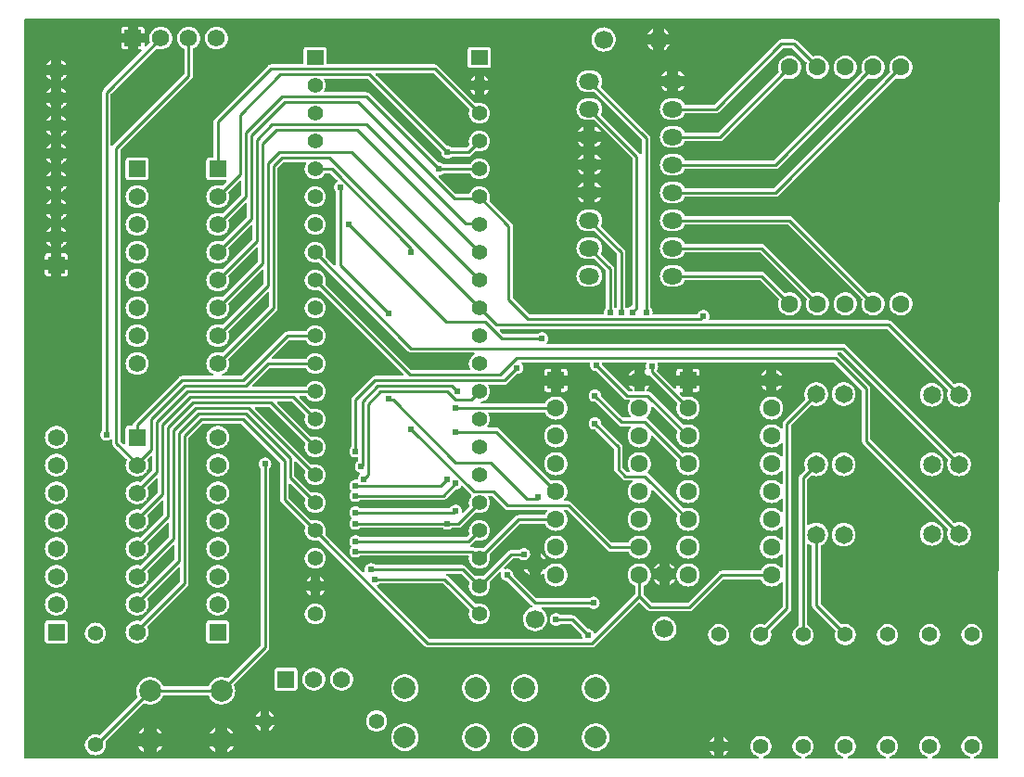
<source format=gtl>
G04 Layer: TopLayer*
G04 EasyEDA v6.5.46, 2024-08-18 09:58:02*
G04 236360ae96044019aedb561fcd3bba06,230f2a6ff4724a6391133640ca874918,10*
G04 Gerber Generator version 0.2*
G04 Scale: 100 percent, Rotated: No, Reflected: No *
G04 Dimensions in millimeters *
G04 leading zeros omitted , absolute positions ,4 integer and 5 decimal *
%FSLAX45Y45*%
%MOMM*%

%ADD10C,0.2540*%
%ADD11C,1.6510*%
%ADD12R,1.5748X1.5748*%
%ADD13C,1.5748*%
%ADD14C,1.7000*%
%ADD15C,2.0000*%
%ADD16C,1.4000*%
%ADD17R,1.6000X1.4000*%
%ADD18C,1.6000*%
%ADD19R,1.6000X1.6000*%
%ADD20O,1.82499X1.4599920000000002*%
%ADD21C,0.6200*%
%ADD22C,0.0185*%

%LPD*%
G36*
X911860Y355600D02*
G01*
X907948Y356362D01*
X904697Y358597D01*
X902462Y361848D01*
X901700Y365760D01*
X901700Y7101840D01*
X902462Y7105751D01*
X904697Y7109002D01*
X907948Y7111238D01*
X911860Y7112000D01*
X9794240Y7112000D01*
X9798100Y7111238D01*
X9801402Y7109002D01*
X9803638Y7105700D01*
X9804400Y7101840D01*
X9791700Y365760D01*
X9790938Y361848D01*
X9788753Y358546D01*
X9785451Y356362D01*
X9781540Y355600D01*
X9578898Y355600D01*
X9574936Y356412D01*
X9571583Y358698D01*
X9569399Y362102D01*
X9568738Y366064D01*
X9569653Y369976D01*
X9572040Y373278D01*
X9575495Y375361D01*
X9588601Y379984D01*
X9600234Y385978D01*
X9610902Y393547D01*
X9620453Y402488D01*
X9628733Y412648D01*
X9635540Y423824D01*
X9640773Y435813D01*
X9644278Y448411D01*
X9646056Y461365D01*
X9646056Y474472D01*
X9644278Y487426D01*
X9640773Y500024D01*
X9635540Y512013D01*
X9628733Y523240D01*
X9620453Y533349D01*
X9610902Y542290D01*
X9600234Y549859D01*
X9588601Y555853D01*
X9576257Y560273D01*
X9563455Y562914D01*
X9550400Y563829D01*
X9537344Y562914D01*
X9524542Y560273D01*
X9512198Y555853D01*
X9500565Y549859D01*
X9489897Y542290D01*
X9480346Y533349D01*
X9472066Y523240D01*
X9465259Y512013D01*
X9460077Y500024D01*
X9456521Y487426D01*
X9454743Y474472D01*
X9454743Y461365D01*
X9456521Y448411D01*
X9460077Y435813D01*
X9465259Y423824D01*
X9472066Y412648D01*
X9480346Y402488D01*
X9489897Y393547D01*
X9500565Y385978D01*
X9512198Y379984D01*
X9525304Y375361D01*
X9528759Y373278D01*
X9531146Y369976D01*
X9532061Y366064D01*
X9531400Y362102D01*
X9529216Y358698D01*
X9525863Y356412D01*
X9521901Y355600D01*
X9193631Y355600D01*
X9189669Y356412D01*
X9186367Y358698D01*
X9184182Y362102D01*
X9183471Y366064D01*
X9184436Y369976D01*
X9186773Y373278D01*
X9190278Y375361D01*
X9203385Y379984D01*
X9214967Y385978D01*
X9225686Y393547D01*
X9235236Y402488D01*
X9243517Y412648D01*
X9250273Y423824D01*
X9255506Y435813D01*
X9259062Y448411D01*
X9260840Y461365D01*
X9260840Y474472D01*
X9259062Y487426D01*
X9255506Y500024D01*
X9250273Y512013D01*
X9243517Y523240D01*
X9235236Y533349D01*
X9225686Y542290D01*
X9214967Y549859D01*
X9203385Y555853D01*
X9191040Y560273D01*
X9178239Y562914D01*
X9165183Y563829D01*
X9152128Y562914D01*
X9139275Y560273D01*
X9126982Y555853D01*
X9115348Y549859D01*
X9104630Y542290D01*
X9095079Y533349D01*
X9086850Y523240D01*
X9080042Y512013D01*
X9074810Y500024D01*
X9071305Y487426D01*
X9069527Y474472D01*
X9069527Y461365D01*
X9071305Y448411D01*
X9074810Y435813D01*
X9080042Y423824D01*
X9086850Y412648D01*
X9095079Y402488D01*
X9104630Y393547D01*
X9115348Y385978D01*
X9126982Y379984D01*
X9140088Y375361D01*
X9143542Y373278D01*
X9145930Y369976D01*
X9146844Y366064D01*
X9146133Y362102D01*
X9143949Y358698D01*
X9140647Y356412D01*
X9136684Y355600D01*
X8808415Y355600D01*
X8804452Y356412D01*
X8801100Y358698D01*
X8798915Y362102D01*
X8798255Y366064D01*
X8799169Y369976D01*
X8801557Y373278D01*
X8805011Y375361D01*
X8818118Y379984D01*
X8829751Y385978D01*
X8840419Y393547D01*
X8850020Y402488D01*
X8858250Y412648D01*
X8865057Y423824D01*
X8870289Y435813D01*
X8873794Y448411D01*
X8875572Y461365D01*
X8875572Y474472D01*
X8873794Y487426D01*
X8870289Y500024D01*
X8865057Y512013D01*
X8858250Y523240D01*
X8850020Y533349D01*
X8840419Y542290D01*
X8829751Y549859D01*
X8818118Y555853D01*
X8805773Y560273D01*
X8792972Y562914D01*
X8779916Y563829D01*
X8766860Y562914D01*
X8754059Y560273D01*
X8741714Y555853D01*
X8730081Y549859D01*
X8719413Y542290D01*
X8709863Y533349D01*
X8701582Y523240D01*
X8694775Y512013D01*
X8689594Y500024D01*
X8686038Y487426D01*
X8684260Y474472D01*
X8684260Y461365D01*
X8686038Y448411D01*
X8689594Y435813D01*
X8694775Y423824D01*
X8701582Y412648D01*
X8709863Y402488D01*
X8719413Y393547D01*
X8730081Y385978D01*
X8741714Y379984D01*
X8754821Y375361D01*
X8758275Y373278D01*
X8760663Y369976D01*
X8761577Y366064D01*
X8760917Y362102D01*
X8758732Y358698D01*
X8755380Y356412D01*
X8751417Y355600D01*
X8423198Y355600D01*
X8419236Y356412D01*
X8415883Y358698D01*
X8413699Y362102D01*
X8413038Y366064D01*
X8413953Y369976D01*
X8416340Y373278D01*
X8419795Y375361D01*
X8432901Y379984D01*
X8444534Y385978D01*
X8455202Y393547D01*
X8464753Y402488D01*
X8473033Y412648D01*
X8479840Y423824D01*
X8485022Y435813D01*
X8488578Y448411D01*
X8490356Y461365D01*
X8490356Y474472D01*
X8488578Y487426D01*
X8485022Y500024D01*
X8479840Y512013D01*
X8473033Y523240D01*
X8464753Y533349D01*
X8455202Y542290D01*
X8444534Y549859D01*
X8432901Y555853D01*
X8420557Y560273D01*
X8407755Y562914D01*
X8394700Y563829D01*
X8381644Y562914D01*
X8368842Y560273D01*
X8356498Y555853D01*
X8344865Y549859D01*
X8334197Y542290D01*
X8324596Y533349D01*
X8316366Y523240D01*
X8309559Y512013D01*
X8304326Y500024D01*
X8300821Y487426D01*
X8299043Y474472D01*
X8299043Y461365D01*
X8300821Y448411D01*
X8304326Y435813D01*
X8309559Y423824D01*
X8316366Y412648D01*
X8324596Y402488D01*
X8334197Y393547D01*
X8344865Y385978D01*
X8356498Y379984D01*
X8369604Y375361D01*
X8373059Y373278D01*
X8375446Y369976D01*
X8376361Y366064D01*
X8375700Y362102D01*
X8373516Y358698D01*
X8370163Y356412D01*
X8366201Y355600D01*
X8037931Y355600D01*
X8033969Y356412D01*
X8030667Y358698D01*
X8028482Y362102D01*
X8027771Y366064D01*
X8028736Y369976D01*
X8031073Y373278D01*
X8034578Y375361D01*
X8047685Y379984D01*
X8059267Y385978D01*
X8069986Y393547D01*
X8079536Y402488D01*
X8087817Y412648D01*
X8094573Y423824D01*
X8099806Y435813D01*
X8103362Y448411D01*
X8105140Y461365D01*
X8105140Y474472D01*
X8103362Y487426D01*
X8099806Y500024D01*
X8094573Y512013D01*
X8087817Y523240D01*
X8079536Y533349D01*
X8069986Y542290D01*
X8059267Y549859D01*
X8047685Y555853D01*
X8035340Y560273D01*
X8022539Y562914D01*
X8009483Y563829D01*
X7996428Y562914D01*
X7983575Y560273D01*
X7971281Y555853D01*
X7959648Y549859D01*
X7948930Y542290D01*
X7939379Y533349D01*
X7931150Y523240D01*
X7924342Y512013D01*
X7919110Y500024D01*
X7915605Y487426D01*
X7913827Y474472D01*
X7913827Y461365D01*
X7915605Y448411D01*
X7919110Y435813D01*
X7924342Y423824D01*
X7931150Y412648D01*
X7939379Y402488D01*
X7948930Y393547D01*
X7959648Y385978D01*
X7971281Y379984D01*
X7984388Y375361D01*
X7987842Y373278D01*
X7990230Y369976D01*
X7991144Y366064D01*
X7990433Y362102D01*
X7988249Y358698D01*
X7984947Y356412D01*
X7980984Y355600D01*
X7652715Y355600D01*
X7648752Y356412D01*
X7645450Y358698D01*
X7643266Y362102D01*
X7642555Y366064D01*
X7643469Y369976D01*
X7645857Y373278D01*
X7649311Y375361D01*
X7662418Y379984D01*
X7674051Y385978D01*
X7684719Y393547D01*
X7694320Y402488D01*
X7702550Y412648D01*
X7709357Y423824D01*
X7714589Y435813D01*
X7718094Y448411D01*
X7719872Y461365D01*
X7719872Y474472D01*
X7718094Y487426D01*
X7714589Y500024D01*
X7709357Y512013D01*
X7702550Y523240D01*
X7694320Y533349D01*
X7684719Y542290D01*
X7674051Y549859D01*
X7662418Y555853D01*
X7650124Y560273D01*
X7637272Y562914D01*
X7624216Y563829D01*
X7611160Y562914D01*
X7598359Y560273D01*
X7586014Y555853D01*
X7574432Y549859D01*
X7563713Y542290D01*
X7554163Y533349D01*
X7545882Y523240D01*
X7539075Y512013D01*
X7533894Y500024D01*
X7530338Y487426D01*
X7528559Y474472D01*
X7528559Y461365D01*
X7530338Y448411D01*
X7533894Y435813D01*
X7539075Y423824D01*
X7545882Y412648D01*
X7554163Y402488D01*
X7563713Y393547D01*
X7574432Y385978D01*
X7586014Y379984D01*
X7599121Y375361D01*
X7602575Y373278D01*
X7604963Y369976D01*
X7605877Y366064D01*
X7605217Y362102D01*
X7603032Y358698D01*
X7599680Y356412D01*
X7595768Y355600D01*
G37*

%LPC*%
G36*
X7280351Y381609D02*
G01*
X7288834Y385978D01*
X7299502Y393547D01*
X7309053Y402488D01*
X7317333Y412648D01*
X7324140Y423824D01*
X7325309Y426567D01*
X7280351Y426567D01*
G37*
G36*
X7197648Y381609D02*
G01*
X7197648Y426567D01*
X7152690Y426567D01*
X7153859Y423824D01*
X7160666Y412648D01*
X7168946Y402488D01*
X7178497Y393547D01*
X7189165Y385978D01*
G37*
G36*
X1549400Y384759D02*
G01*
X1562455Y385622D01*
X1575257Y388315D01*
X1587601Y392684D01*
X1599234Y398678D01*
X1609902Y406247D01*
X1619453Y415188D01*
X1627733Y425348D01*
X1634540Y436524D01*
X1639773Y448513D01*
X1643278Y461111D01*
X1645056Y474065D01*
X1645056Y487172D01*
X1643278Y500126D01*
X1642059Y504494D01*
X1641703Y508050D01*
X1642618Y511505D01*
X1644650Y514451D01*
X1987550Y857351D01*
X1990953Y859586D01*
X1994966Y860348D01*
X1998929Y859434D01*
X2005279Y856589D01*
X2019757Y852068D01*
X2034743Y849325D01*
X2049932Y848410D01*
X2065070Y849325D01*
X2080056Y852068D01*
X2094534Y856589D01*
X2108403Y862837D01*
X2121408Y870712D01*
X2133396Y880059D01*
X2144115Y890828D01*
X2153513Y902766D01*
X2161387Y915771D01*
X2167636Y929690D01*
X2169871Y932840D01*
X2173122Y934974D01*
X2176881Y935685D01*
X2572918Y935685D01*
X2576677Y934974D01*
X2579928Y932840D01*
X2582164Y929690D01*
X2588412Y915771D01*
X2596286Y902766D01*
X2605684Y890828D01*
X2616403Y880059D01*
X2628392Y870712D01*
X2641396Y862837D01*
X2655265Y856589D01*
X2669743Y852068D01*
X2684729Y849325D01*
X2699918Y848410D01*
X2715056Y849325D01*
X2730042Y852068D01*
X2744520Y856589D01*
X2758389Y862837D01*
X2771394Y870712D01*
X2783382Y880059D01*
X2794101Y890828D01*
X2803499Y902766D01*
X2811373Y915771D01*
X2817622Y929640D01*
X2822143Y944168D01*
X2824886Y959103D01*
X2825800Y974293D01*
X2824886Y989482D01*
X2822143Y1004417D01*
X2817622Y1018946D01*
X2814726Y1025296D01*
X2813862Y1029258D01*
X2814574Y1033221D01*
X2816809Y1036624D01*
X3125724Y1345539D01*
X3130854Y1351788D01*
X3134410Y1358442D01*
X3136595Y1365656D01*
X3137408Y1373682D01*
X3137408Y3002280D01*
X3138119Y3006090D01*
X3140252Y3009341D01*
X3143046Y3012287D01*
X3148431Y3020263D01*
X3152444Y3029051D01*
X3154832Y3038398D01*
X3155696Y3048000D01*
X3154832Y3057601D01*
X3152444Y3066948D01*
X3148431Y3075736D01*
X3143046Y3083712D01*
X3136392Y3090672D01*
X3128619Y3096412D01*
X3119983Y3100781D01*
X3110788Y3103575D01*
X3101238Y3104845D01*
X3091586Y3104388D01*
X3082137Y3102356D01*
X3073196Y3098800D01*
X3064967Y3093720D01*
X3057753Y3087370D01*
X3051657Y3079851D01*
X3046984Y3071418D01*
X3043783Y3062325D01*
X3042158Y3052826D01*
X3042158Y3043174D01*
X3043783Y3033674D01*
X3046984Y3024581D01*
X3051657Y3016148D01*
X3057956Y3008426D01*
X3059633Y3005429D01*
X3060192Y3002026D01*
X3060192Y1393393D01*
X3059430Y1389532D01*
X3057194Y1386230D01*
X2762250Y1091234D01*
X2758846Y1088999D01*
X2754833Y1088237D01*
X2750870Y1089152D01*
X2744520Y1091996D01*
X2730042Y1096518D01*
X2715056Y1099261D01*
X2699918Y1100175D01*
X2684729Y1099261D01*
X2669743Y1096518D01*
X2655265Y1091996D01*
X2641396Y1085748D01*
X2628392Y1077874D01*
X2616403Y1068527D01*
X2605684Y1057757D01*
X2596286Y1045819D01*
X2588412Y1032814D01*
X2582164Y1018895D01*
X2579928Y1015746D01*
X2576677Y1013612D01*
X2572918Y1012901D01*
X2176881Y1012901D01*
X2173122Y1013612D01*
X2169871Y1015746D01*
X2167636Y1018895D01*
X2161387Y1032814D01*
X2153513Y1045819D01*
X2144115Y1057757D01*
X2133396Y1068527D01*
X2121408Y1077874D01*
X2108403Y1085748D01*
X2094534Y1091996D01*
X2080056Y1096518D01*
X2065070Y1099261D01*
X2049932Y1100175D01*
X2034743Y1099261D01*
X2019757Y1096518D01*
X2005279Y1091996D01*
X1991410Y1085748D01*
X1978406Y1077874D01*
X1966417Y1068527D01*
X1955698Y1057757D01*
X1946300Y1045819D01*
X1938426Y1032814D01*
X1932178Y1018946D01*
X1927656Y1004417D01*
X1924913Y989482D01*
X1923999Y974293D01*
X1924913Y959103D01*
X1927656Y944168D01*
X1932178Y929640D01*
X1935073Y923290D01*
X1935937Y919327D01*
X1935225Y915365D01*
X1932990Y911961D01*
X1593596Y572566D01*
X1590446Y570433D01*
X1586738Y569620D01*
X1583029Y570179D01*
X1575257Y572973D01*
X1562455Y575614D01*
X1549400Y576529D01*
X1536344Y575614D01*
X1523542Y572973D01*
X1511198Y568553D01*
X1499565Y562559D01*
X1488897Y554990D01*
X1479346Y546049D01*
X1471066Y535940D01*
X1464259Y524713D01*
X1459077Y512724D01*
X1455521Y500126D01*
X1453743Y487172D01*
X1453743Y474065D01*
X1455521Y461111D01*
X1459077Y448513D01*
X1464259Y436524D01*
X1471066Y425348D01*
X1479346Y415188D01*
X1488897Y406247D01*
X1499565Y398678D01*
X1511198Y392684D01*
X1523542Y388315D01*
X1536344Y385622D01*
G37*
G36*
X2106269Y411886D02*
G01*
X2108403Y412851D01*
X2121408Y420725D01*
X2133396Y430072D01*
X2144115Y440842D01*
X2153513Y452780D01*
X2161387Y465785D01*
X2162352Y467969D01*
X2106269Y467969D01*
G37*
G36*
X2756255Y411886D02*
G01*
X2758389Y412851D01*
X2771394Y420725D01*
X2783382Y430072D01*
X2794101Y440842D01*
X2803499Y452780D01*
X2811373Y465785D01*
X2812338Y467969D01*
X2756255Y467969D01*
G37*
G36*
X2643530Y411886D02*
G01*
X2643530Y467969D01*
X2587447Y467969D01*
X2588412Y465785D01*
X2596286Y452780D01*
X2605684Y440842D01*
X2616403Y430072D01*
X2628392Y420725D01*
X2641396Y412851D01*
G37*
G36*
X1993544Y411886D02*
G01*
X1993544Y467969D01*
X1937461Y467969D01*
X1938426Y465785D01*
X1946300Y452780D01*
X1955698Y440842D01*
X1966417Y430072D01*
X1978406Y420725D01*
X1991410Y412851D01*
G37*
G36*
X4374032Y423824D02*
G01*
X4389170Y424738D01*
X4404156Y427482D01*
X4418634Y432003D01*
X4432503Y438251D01*
X4445508Y446125D01*
X4457496Y455472D01*
X4468215Y466242D01*
X4477613Y478180D01*
X4485487Y491185D01*
X4491736Y505053D01*
X4496257Y519582D01*
X4499000Y534517D01*
X4499914Y549706D01*
X4499000Y564896D01*
X4496257Y579831D01*
X4491736Y594360D01*
X4485487Y608228D01*
X4477613Y621233D01*
X4468215Y633171D01*
X4457496Y643940D01*
X4445508Y653288D01*
X4432503Y661162D01*
X4418634Y667410D01*
X4404156Y671931D01*
X4389170Y674674D01*
X4374032Y675589D01*
X4358843Y674674D01*
X4343857Y671931D01*
X4329379Y667410D01*
X4315510Y661162D01*
X4302506Y653288D01*
X4290517Y643940D01*
X4279798Y633171D01*
X4270400Y621233D01*
X4262526Y608228D01*
X4256278Y594360D01*
X4251756Y579831D01*
X4249013Y564896D01*
X4248099Y549706D01*
X4249013Y534517D01*
X4251756Y519582D01*
X4256278Y505053D01*
X4262526Y491185D01*
X4270400Y478180D01*
X4279798Y466242D01*
X4290517Y455472D01*
X4302506Y446125D01*
X4315510Y438251D01*
X4329379Y432003D01*
X4343857Y427482D01*
X4358843Y424738D01*
G37*
G36*
X5466232Y423824D02*
G01*
X5481370Y424738D01*
X5496356Y427482D01*
X5510834Y432003D01*
X5524703Y438251D01*
X5537708Y446125D01*
X5549696Y455472D01*
X5560415Y466242D01*
X5569813Y478180D01*
X5577687Y491185D01*
X5583936Y505053D01*
X5588457Y519582D01*
X5591200Y534517D01*
X5592114Y549706D01*
X5591200Y564896D01*
X5588457Y579831D01*
X5583936Y594360D01*
X5577687Y608228D01*
X5569813Y621233D01*
X5560415Y633171D01*
X5549696Y643940D01*
X5537708Y653288D01*
X5524703Y661162D01*
X5510834Y667410D01*
X5496356Y671931D01*
X5481370Y674674D01*
X5466232Y675589D01*
X5451043Y674674D01*
X5436057Y671931D01*
X5421579Y667410D01*
X5407710Y661162D01*
X5394706Y653288D01*
X5382717Y643940D01*
X5371998Y633171D01*
X5362600Y621233D01*
X5354726Y608228D01*
X5348478Y594360D01*
X5343956Y579831D01*
X5341213Y564896D01*
X5340299Y549706D01*
X5341213Y534517D01*
X5343956Y519582D01*
X5348478Y505053D01*
X5354726Y491185D01*
X5362600Y478180D01*
X5371998Y466242D01*
X5382717Y455472D01*
X5394706Y446125D01*
X5407710Y438251D01*
X5421579Y432003D01*
X5436057Y427482D01*
X5451043Y424738D01*
G37*
G36*
X6116218Y423824D02*
G01*
X6131356Y424738D01*
X6146342Y427482D01*
X6160820Y432003D01*
X6174689Y438251D01*
X6187694Y446125D01*
X6199682Y455472D01*
X6210401Y466242D01*
X6219799Y478180D01*
X6227673Y491185D01*
X6233922Y505053D01*
X6238443Y519582D01*
X6241186Y534517D01*
X6242100Y549706D01*
X6241186Y564896D01*
X6238443Y579831D01*
X6233922Y594360D01*
X6227673Y608228D01*
X6219799Y621233D01*
X6210401Y633171D01*
X6199682Y643940D01*
X6187694Y653288D01*
X6174689Y661162D01*
X6160820Y667410D01*
X6146342Y671931D01*
X6131356Y674674D01*
X6116218Y675589D01*
X6101029Y674674D01*
X6086043Y671931D01*
X6071565Y667410D01*
X6057696Y661162D01*
X6044692Y653288D01*
X6032703Y643940D01*
X6021984Y633171D01*
X6012586Y621233D01*
X6004712Y608228D01*
X5998464Y594360D01*
X5993942Y579831D01*
X5991199Y564896D01*
X5990285Y549706D01*
X5991199Y534517D01*
X5993942Y519582D01*
X5998464Y505053D01*
X6004712Y491185D01*
X6012586Y478180D01*
X6021984Y466242D01*
X6032703Y455472D01*
X6044692Y446125D01*
X6057696Y438251D01*
X6071565Y432003D01*
X6086043Y427482D01*
X6101029Y424738D01*
G37*
G36*
X5024018Y423824D02*
G01*
X5039156Y424738D01*
X5054142Y427482D01*
X5068620Y432003D01*
X5082489Y438251D01*
X5095494Y446125D01*
X5107482Y455472D01*
X5118201Y466242D01*
X5127599Y478180D01*
X5135473Y491185D01*
X5141722Y505053D01*
X5146243Y519582D01*
X5148986Y534517D01*
X5149900Y549706D01*
X5148986Y564896D01*
X5146243Y579831D01*
X5141722Y594360D01*
X5135473Y608228D01*
X5127599Y621233D01*
X5118201Y633171D01*
X5107482Y643940D01*
X5095494Y653288D01*
X5082489Y661162D01*
X5068620Y667410D01*
X5054142Y671931D01*
X5039156Y674674D01*
X5024018Y675589D01*
X5008829Y674674D01*
X4993843Y671931D01*
X4979365Y667410D01*
X4965496Y661162D01*
X4952492Y653288D01*
X4940503Y643940D01*
X4929784Y633171D01*
X4920386Y621233D01*
X4912512Y608228D01*
X4906264Y594360D01*
X4901742Y579831D01*
X4898999Y564896D01*
X4898085Y549706D01*
X4898999Y534517D01*
X4901742Y519582D01*
X4906264Y505053D01*
X4912512Y491185D01*
X4920386Y478180D01*
X4929784Y466242D01*
X4940503Y455472D01*
X4952492Y446125D01*
X4965496Y438251D01*
X4979365Y432003D01*
X4993843Y427482D01*
X5008829Y424738D01*
G37*
G36*
X7152690Y509270D02*
G01*
X7197648Y509270D01*
X7197648Y554228D01*
X7189165Y549859D01*
X7178497Y542290D01*
X7168946Y533349D01*
X7160666Y523240D01*
X7153859Y512013D01*
G37*
G36*
X7280351Y509270D02*
G01*
X7325309Y509270D01*
X7324140Y512013D01*
X7317333Y523240D01*
X7309053Y533349D01*
X7299502Y542290D01*
X7288834Y549859D01*
X7280351Y554228D01*
G37*
G36*
X2587447Y580644D02*
G01*
X2643530Y580644D01*
X2643530Y636727D01*
X2641396Y635762D01*
X2628392Y627888D01*
X2616403Y618540D01*
X2605684Y607771D01*
X2596286Y595833D01*
X2588412Y582828D01*
G37*
G36*
X1937461Y580644D02*
G01*
X1993544Y580644D01*
X1993544Y636727D01*
X1991410Y635762D01*
X1978406Y627888D01*
X1966417Y618540D01*
X1955698Y607771D01*
X1946300Y595833D01*
X1938426Y582828D01*
G37*
G36*
X2106269Y580644D02*
G01*
X2162352Y580644D01*
X2161387Y582828D01*
X2153513Y595833D01*
X2144115Y607771D01*
X2133396Y618540D01*
X2121408Y627888D01*
X2108403Y635762D01*
X2106269Y636727D01*
G37*
G36*
X2756255Y580644D02*
G01*
X2812338Y580644D01*
X2811373Y582828D01*
X2803499Y595833D01*
X2794101Y607771D01*
X2783382Y618540D01*
X2771394Y627888D01*
X2758389Y635762D01*
X2756255Y636727D01*
G37*
G36*
X4110228Y602843D02*
G01*
X4123334Y602843D01*
X4136288Y604621D01*
X4148886Y608126D01*
X4160875Y613359D01*
X4172051Y620166D01*
X4182211Y628446D01*
X4191152Y637997D01*
X4198721Y648665D01*
X4204716Y660298D01*
X4209084Y672642D01*
X4211777Y685444D01*
X4212640Y698500D01*
X4211777Y711555D01*
X4209084Y724357D01*
X4204716Y736701D01*
X4198721Y748334D01*
X4191152Y759002D01*
X4182211Y768553D01*
X4172051Y776833D01*
X4160875Y783640D01*
X4148886Y788822D01*
X4136288Y792378D01*
X4123334Y794156D01*
X4110228Y794156D01*
X4097274Y792378D01*
X4084675Y788822D01*
X4072686Y783640D01*
X4061460Y776833D01*
X4051350Y768553D01*
X4042410Y759002D01*
X4034840Y748334D01*
X4028846Y736701D01*
X4024426Y724357D01*
X4021785Y711555D01*
X4020870Y698500D01*
X4021785Y685444D01*
X4024426Y672642D01*
X4028846Y660298D01*
X4034840Y648665D01*
X4042410Y637997D01*
X4051350Y628446D01*
X4061460Y620166D01*
X4072686Y613359D01*
X4084675Y608126D01*
X4097274Y604621D01*
G37*
G36*
X3055467Y612190D02*
G01*
X3055467Y657148D01*
X3010509Y657148D01*
X3014878Y648665D01*
X3022447Y637997D01*
X3031388Y628446D01*
X3041548Y620166D01*
X3052724Y613359D01*
G37*
G36*
X3138170Y612190D02*
G01*
X3140913Y613359D01*
X3152140Y620166D01*
X3162249Y628446D01*
X3171190Y637997D01*
X3178759Y648665D01*
X3183128Y657148D01*
X3138170Y657148D01*
G37*
G36*
X3010509Y739851D02*
G01*
X3055467Y739851D01*
X3055467Y784809D01*
X3052724Y783640D01*
X3041548Y776833D01*
X3031388Y768553D01*
X3022447Y759002D01*
X3014878Y748334D01*
G37*
G36*
X3138170Y739851D02*
G01*
X3183128Y739851D01*
X3178759Y748334D01*
X3171190Y759002D01*
X3162249Y768553D01*
X3152140Y776833D01*
X3140913Y783640D01*
X3138170Y784809D01*
G37*
G36*
X5466232Y873810D02*
G01*
X5481370Y874725D01*
X5496356Y877468D01*
X5510834Y881989D01*
X5524703Y888237D01*
X5537708Y896112D01*
X5549696Y905459D01*
X5560415Y916228D01*
X5569813Y928166D01*
X5577687Y941171D01*
X5583936Y955040D01*
X5588457Y969568D01*
X5591200Y984503D01*
X5592114Y999693D01*
X5591200Y1014882D01*
X5588457Y1029817D01*
X5583936Y1044346D01*
X5577687Y1058214D01*
X5569813Y1071219D01*
X5560415Y1083157D01*
X5549696Y1093927D01*
X5537708Y1103274D01*
X5524703Y1111148D01*
X5510834Y1117396D01*
X5496356Y1121918D01*
X5481370Y1124661D01*
X5466232Y1125575D01*
X5451043Y1124661D01*
X5436057Y1121918D01*
X5421579Y1117396D01*
X5407710Y1111148D01*
X5394706Y1103274D01*
X5382717Y1093927D01*
X5371998Y1083157D01*
X5362600Y1071219D01*
X5354726Y1058214D01*
X5348478Y1044346D01*
X5343956Y1029817D01*
X5341213Y1014882D01*
X5340299Y999693D01*
X5341213Y984503D01*
X5343956Y969568D01*
X5348478Y955040D01*
X5354726Y941171D01*
X5362600Y928166D01*
X5371998Y916228D01*
X5382717Y905459D01*
X5394706Y896112D01*
X5407710Y888237D01*
X5421579Y881989D01*
X5436057Y877468D01*
X5451043Y874725D01*
G37*
G36*
X4374032Y873810D02*
G01*
X4389170Y874725D01*
X4404156Y877468D01*
X4418634Y881989D01*
X4432503Y888237D01*
X4445508Y896112D01*
X4457496Y905459D01*
X4468215Y916228D01*
X4477613Y928166D01*
X4485487Y941171D01*
X4491736Y955040D01*
X4496257Y969568D01*
X4499000Y984503D01*
X4499914Y999693D01*
X4499000Y1014882D01*
X4496257Y1029817D01*
X4491736Y1044346D01*
X4485487Y1058214D01*
X4477613Y1071219D01*
X4468215Y1083157D01*
X4457496Y1093927D01*
X4445508Y1103274D01*
X4432503Y1111148D01*
X4418634Y1117396D01*
X4404156Y1121918D01*
X4389170Y1124661D01*
X4374032Y1125575D01*
X4358843Y1124661D01*
X4343857Y1121918D01*
X4329379Y1117396D01*
X4315510Y1111148D01*
X4302506Y1103274D01*
X4290517Y1093927D01*
X4279798Y1083157D01*
X4270400Y1071219D01*
X4262526Y1058214D01*
X4256278Y1044346D01*
X4251756Y1029817D01*
X4249013Y1014882D01*
X4248099Y999693D01*
X4249013Y984503D01*
X4251756Y969568D01*
X4256278Y955040D01*
X4262526Y941171D01*
X4270400Y928166D01*
X4279798Y916228D01*
X4290517Y905459D01*
X4302506Y896112D01*
X4315510Y888237D01*
X4329379Y881989D01*
X4343857Y877468D01*
X4358843Y874725D01*
G37*
G36*
X5024018Y873810D02*
G01*
X5039156Y874725D01*
X5054142Y877468D01*
X5068620Y881989D01*
X5082489Y888237D01*
X5095494Y896112D01*
X5107482Y905459D01*
X5118201Y916228D01*
X5127599Y928166D01*
X5135473Y941171D01*
X5141722Y955040D01*
X5146243Y969568D01*
X5148986Y984503D01*
X5149900Y999693D01*
X5148986Y1014882D01*
X5146243Y1029817D01*
X5141722Y1044346D01*
X5135473Y1058214D01*
X5127599Y1071219D01*
X5118201Y1083157D01*
X5107482Y1093927D01*
X5095494Y1103274D01*
X5082489Y1111148D01*
X5068620Y1117396D01*
X5054142Y1121918D01*
X5039156Y1124661D01*
X5024018Y1125575D01*
X5008829Y1124661D01*
X4993843Y1121918D01*
X4979365Y1117396D01*
X4965496Y1111148D01*
X4952492Y1103274D01*
X4940503Y1093927D01*
X4929784Y1083157D01*
X4920386Y1071219D01*
X4912512Y1058214D01*
X4906264Y1044346D01*
X4901742Y1029817D01*
X4898999Y1014882D01*
X4898085Y999693D01*
X4898999Y984503D01*
X4901742Y969568D01*
X4906264Y955040D01*
X4912512Y941171D01*
X4920386Y928166D01*
X4929784Y916228D01*
X4940503Y905459D01*
X4952492Y896112D01*
X4965496Y888237D01*
X4979365Y881989D01*
X4993843Y877468D01*
X5008829Y874725D01*
G37*
G36*
X6116218Y873810D02*
G01*
X6131356Y874725D01*
X6146342Y877468D01*
X6160820Y881989D01*
X6174689Y888237D01*
X6187694Y896112D01*
X6199682Y905459D01*
X6210401Y916228D01*
X6219799Y928166D01*
X6227673Y941171D01*
X6233922Y955040D01*
X6238443Y969568D01*
X6241186Y984503D01*
X6242100Y999693D01*
X6241186Y1014882D01*
X6238443Y1029817D01*
X6233922Y1044346D01*
X6227673Y1058214D01*
X6219799Y1071219D01*
X6210401Y1083157D01*
X6199682Y1093927D01*
X6187694Y1103274D01*
X6174689Y1111148D01*
X6160820Y1117396D01*
X6146342Y1121918D01*
X6131356Y1124661D01*
X6116218Y1125575D01*
X6101029Y1124661D01*
X6086043Y1121918D01*
X6071565Y1117396D01*
X6057696Y1111148D01*
X6044692Y1103274D01*
X6032703Y1093927D01*
X6021984Y1083157D01*
X6012586Y1071219D01*
X6004712Y1058214D01*
X5998464Y1044346D01*
X5993942Y1029817D01*
X5991199Y1014882D01*
X5990285Y999693D01*
X5991199Y984503D01*
X5993942Y969568D01*
X5998464Y955040D01*
X6004712Y941171D01*
X6012586Y928166D01*
X6021984Y916228D01*
X6032703Y905459D01*
X6044692Y896112D01*
X6057696Y888237D01*
X6071565Y881989D01*
X6086043Y877468D01*
X6101029Y874725D01*
G37*
G36*
X3543300Y974852D02*
G01*
X3556965Y975766D01*
X3570376Y978458D01*
X3583330Y982827D01*
X3595624Y988872D01*
X3607003Y996492D01*
X3617264Y1005535D01*
X3626307Y1015796D01*
X3633927Y1027176D01*
X3639972Y1039469D01*
X3644341Y1052423D01*
X3647033Y1065834D01*
X3647948Y1079500D01*
X3647033Y1093165D01*
X3644341Y1106576D01*
X3639972Y1119530D01*
X3633927Y1131824D01*
X3626307Y1143203D01*
X3617264Y1153464D01*
X3607003Y1162507D01*
X3595624Y1170127D01*
X3583330Y1176172D01*
X3570376Y1180541D01*
X3556965Y1183233D01*
X3543300Y1184148D01*
X3529634Y1183233D01*
X3516223Y1180541D01*
X3503269Y1176172D01*
X3490976Y1170127D01*
X3479596Y1162507D01*
X3469335Y1153464D01*
X3460292Y1143203D01*
X3452672Y1131824D01*
X3446627Y1119530D01*
X3442258Y1106576D01*
X3439566Y1093165D01*
X3438651Y1079500D01*
X3439566Y1065834D01*
X3442258Y1052423D01*
X3446627Y1039469D01*
X3452672Y1027176D01*
X3460292Y1015796D01*
X3469335Y1005535D01*
X3479596Y996492D01*
X3490976Y988872D01*
X3503269Y982827D01*
X3516223Y978458D01*
X3529634Y975766D01*
G37*
G36*
X3797300Y974852D02*
G01*
X3810965Y975766D01*
X3824376Y978458D01*
X3837330Y982827D01*
X3849624Y988872D01*
X3861003Y996492D01*
X3871264Y1005535D01*
X3880307Y1015796D01*
X3887927Y1027176D01*
X3893972Y1039469D01*
X3898341Y1052423D01*
X3901033Y1065834D01*
X3901948Y1079500D01*
X3901033Y1093165D01*
X3898341Y1106576D01*
X3893972Y1119530D01*
X3887927Y1131824D01*
X3880307Y1143203D01*
X3871264Y1153464D01*
X3861003Y1162507D01*
X3849624Y1170127D01*
X3837330Y1176172D01*
X3824376Y1180541D01*
X3810965Y1183233D01*
X3797300Y1184148D01*
X3783634Y1183233D01*
X3770223Y1180541D01*
X3757269Y1176172D01*
X3744976Y1170127D01*
X3733596Y1162507D01*
X3723335Y1153464D01*
X3714292Y1143203D01*
X3706672Y1131824D01*
X3700627Y1119530D01*
X3696258Y1106576D01*
X3693566Y1093165D01*
X3692651Y1079500D01*
X3693566Y1065834D01*
X3696258Y1052423D01*
X3700627Y1039469D01*
X3706672Y1027176D01*
X3714292Y1015796D01*
X3723335Y1005535D01*
X3733596Y996492D01*
X3744976Y988872D01*
X3757269Y982827D01*
X3770223Y978458D01*
X3783634Y975766D01*
G37*
G36*
X3211118Y974852D02*
G01*
X3367481Y974852D01*
X3373780Y975563D01*
X3379266Y977493D01*
X3384143Y980541D01*
X3388258Y984656D01*
X3391306Y989533D01*
X3393236Y995019D01*
X3393948Y1001318D01*
X3393948Y1157681D01*
X3393236Y1163980D01*
X3391306Y1169466D01*
X3388258Y1174343D01*
X3384143Y1178458D01*
X3379266Y1181506D01*
X3373780Y1183436D01*
X3367481Y1184148D01*
X3211118Y1184148D01*
X3204819Y1183436D01*
X3199333Y1181506D01*
X3194456Y1178458D01*
X3190341Y1174343D01*
X3187293Y1169466D01*
X3185363Y1163980D01*
X3184652Y1157681D01*
X3184652Y1001318D01*
X3185363Y995019D01*
X3187293Y989533D01*
X3190341Y984656D01*
X3194456Y980541D01*
X3199333Y977493D01*
X3204819Y975563D01*
G37*
G36*
X4585208Y1371092D02*
G01*
X6082792Y1371092D01*
X6090818Y1371904D01*
X6098032Y1374089D01*
X6104737Y1377645D01*
X6110935Y1382776D01*
X6507937Y1779727D01*
X6511188Y1781911D01*
X6515100Y1782673D01*
X6519011Y1781911D01*
X6522262Y1779727D01*
X6589064Y1712975D01*
X6595262Y1707845D01*
X6601968Y1704289D01*
X6609181Y1702104D01*
X6617208Y1701292D01*
X6971792Y1701292D01*
X6979818Y1702104D01*
X6987031Y1704289D01*
X6993737Y1707845D01*
X6999935Y1712975D01*
X7277404Y1990394D01*
X7280706Y1992630D01*
X7284618Y1993392D01*
X7616545Y1993392D01*
X7620253Y1992680D01*
X7623403Y1990699D01*
X7625638Y1987702D01*
X7629906Y1979117D01*
X7637627Y1967585D01*
X7646720Y1957171D01*
X7657134Y1948027D01*
X7668666Y1940356D01*
X7681112Y1934210D01*
X7694218Y1929739D01*
X7707782Y1927047D01*
X7721600Y1926132D01*
X7735417Y1927047D01*
X7749031Y1929739D01*
X7762138Y1934210D01*
X7774584Y1940356D01*
X7786065Y1948027D01*
X7796479Y1957171D01*
X7804912Y1966722D01*
X7808163Y1969211D01*
X7812074Y1970176D01*
X7816088Y1969566D01*
X7819542Y1967382D01*
X7821879Y1964029D01*
X7822692Y1960067D01*
X7822692Y1745183D01*
X7821930Y1741271D01*
X7819694Y1737969D01*
X7663383Y1581658D01*
X7660233Y1579524D01*
X7656525Y1578660D01*
X7652766Y1579270D01*
X7650124Y1580184D01*
X7637272Y1582877D01*
X7624216Y1583740D01*
X7611160Y1582877D01*
X7598359Y1580184D01*
X7586014Y1575816D01*
X7574432Y1569821D01*
X7563713Y1562252D01*
X7554163Y1553311D01*
X7545882Y1543151D01*
X7539075Y1531975D01*
X7533894Y1519986D01*
X7530338Y1507388D01*
X7528559Y1494434D01*
X7528559Y1481328D01*
X7530338Y1468374D01*
X7533894Y1455775D01*
X7539075Y1443786D01*
X7545882Y1432560D01*
X7554163Y1422450D01*
X7563713Y1413510D01*
X7574432Y1405940D01*
X7586014Y1399946D01*
X7598359Y1395526D01*
X7611160Y1392885D01*
X7624216Y1391970D01*
X7637272Y1392885D01*
X7650124Y1395526D01*
X7662418Y1399946D01*
X7674051Y1405940D01*
X7684719Y1413510D01*
X7694320Y1422450D01*
X7702550Y1432560D01*
X7709357Y1443786D01*
X7714589Y1455775D01*
X7718094Y1468374D01*
X7719872Y1481328D01*
X7719872Y1494434D01*
X7718094Y1507388D01*
X7715402Y1517142D01*
X7715046Y1520698D01*
X7715961Y1524152D01*
X7717993Y1527048D01*
X7888224Y1697329D01*
X7893354Y1703578D01*
X7896910Y1710232D01*
X7899095Y1717446D01*
X7899908Y1725472D01*
X7899908Y3394100D01*
X7900670Y3397961D01*
X7902905Y3401263D01*
X8081009Y3579368D01*
X8084058Y3581501D01*
X8087715Y3582365D01*
X8091424Y3581806D01*
X8101939Y3578250D01*
X8115858Y3575507D01*
X8129981Y3574542D01*
X8144154Y3575507D01*
X8158073Y3578250D01*
X8171484Y3582822D01*
X8184235Y3589070D01*
X8196021Y3596944D01*
X8206689Y3606342D01*
X8216036Y3617010D01*
X8223910Y3628796D01*
X8230209Y3641496D01*
X8234730Y3654907D01*
X8237524Y3668826D01*
X8238439Y3683000D01*
X8237524Y3697173D01*
X8234730Y3711041D01*
X8230209Y3724503D01*
X8223910Y3737203D01*
X8216036Y3748989D01*
X8206689Y3759657D01*
X8196021Y3769004D01*
X8184235Y3776929D01*
X8171484Y3783177D01*
X8158073Y3787749D01*
X8144154Y3790492D01*
X8129981Y3791458D01*
X8115858Y3790492D01*
X8101939Y3787749D01*
X8088528Y3783177D01*
X8075777Y3776929D01*
X8063992Y3769004D01*
X8053324Y3759657D01*
X8043976Y3748989D01*
X8036102Y3737203D01*
X8029803Y3724503D01*
X8025282Y3711041D01*
X8022488Y3697173D01*
X8021574Y3683000D01*
X8022488Y3668826D01*
X8025282Y3654907D01*
X8028838Y3644442D01*
X8029346Y3640734D01*
X8028482Y3637076D01*
X8026400Y3633978D01*
X7834375Y3441954D01*
X7829245Y3435705D01*
X7825689Y3429050D01*
X7823504Y3421837D01*
X7822692Y3413810D01*
X7822692Y3374034D01*
X7821879Y3370021D01*
X7819542Y3366668D01*
X7816088Y3364534D01*
X7812074Y3363874D01*
X7808163Y3364839D01*
X7804912Y3367328D01*
X7796479Y3376929D01*
X7786065Y3386023D01*
X7774584Y3393744D01*
X7762138Y3399840D01*
X7749031Y3404311D01*
X7735417Y3407003D01*
X7721600Y3407918D01*
X7707782Y3407003D01*
X7694218Y3404311D01*
X7681112Y3399840D01*
X7668666Y3393744D01*
X7657134Y3386023D01*
X7646720Y3376929D01*
X7637627Y3366515D01*
X7629906Y3354984D01*
X7623809Y3342538D01*
X7619339Y3329432D01*
X7616647Y3315868D01*
X7615732Y3302050D01*
X7616647Y3288233D01*
X7619339Y3274618D01*
X7623809Y3261512D01*
X7629906Y3249117D01*
X7637627Y3237585D01*
X7646720Y3227171D01*
X7657134Y3218027D01*
X7668666Y3210356D01*
X7681112Y3204210D01*
X7694218Y3199739D01*
X7707782Y3197047D01*
X7721600Y3196132D01*
X7735417Y3197047D01*
X7749031Y3199739D01*
X7762138Y3204210D01*
X7774584Y3210356D01*
X7786065Y3218027D01*
X7796479Y3227171D01*
X7804912Y3236722D01*
X7808163Y3239211D01*
X7812074Y3240176D01*
X7816088Y3239566D01*
X7819542Y3237382D01*
X7821879Y3234029D01*
X7822692Y3230067D01*
X7822692Y3120034D01*
X7821879Y3116021D01*
X7819542Y3112668D01*
X7816088Y3110534D01*
X7812074Y3109874D01*
X7808163Y3110839D01*
X7804912Y3113328D01*
X7796479Y3122930D01*
X7786065Y3132023D01*
X7774584Y3139744D01*
X7762138Y3145840D01*
X7749031Y3150311D01*
X7735417Y3153003D01*
X7721600Y3153918D01*
X7707782Y3153003D01*
X7694218Y3150311D01*
X7681112Y3145840D01*
X7668666Y3139744D01*
X7657134Y3132023D01*
X7646720Y3122930D01*
X7637627Y3112516D01*
X7629906Y3100984D01*
X7623809Y3088538D01*
X7619339Y3075432D01*
X7616647Y3061868D01*
X7615732Y3048050D01*
X7616647Y3034233D01*
X7619339Y3020618D01*
X7623809Y3007512D01*
X7629906Y2995117D01*
X7637627Y2983585D01*
X7646720Y2973171D01*
X7657134Y2964027D01*
X7668666Y2956356D01*
X7681112Y2950210D01*
X7694218Y2945739D01*
X7707782Y2943047D01*
X7721600Y2942132D01*
X7735417Y2943047D01*
X7749031Y2945739D01*
X7762138Y2950210D01*
X7774584Y2956356D01*
X7786065Y2964027D01*
X7796479Y2973171D01*
X7804912Y2982722D01*
X7808163Y2985211D01*
X7812074Y2986176D01*
X7816088Y2985566D01*
X7819542Y2983382D01*
X7821879Y2980029D01*
X7822692Y2976067D01*
X7822692Y2866034D01*
X7821879Y2862021D01*
X7819542Y2858668D01*
X7816088Y2856534D01*
X7812074Y2855874D01*
X7808163Y2856839D01*
X7804912Y2859328D01*
X7796479Y2868930D01*
X7786065Y2878023D01*
X7774584Y2885744D01*
X7762138Y2891840D01*
X7749031Y2896311D01*
X7735417Y2899003D01*
X7721600Y2899918D01*
X7707782Y2899003D01*
X7694218Y2896311D01*
X7681112Y2891840D01*
X7668666Y2885744D01*
X7657134Y2878023D01*
X7646720Y2868930D01*
X7637627Y2858516D01*
X7629906Y2846984D01*
X7623809Y2834538D01*
X7619339Y2821432D01*
X7616647Y2807868D01*
X7615732Y2794050D01*
X7616647Y2780233D01*
X7619339Y2766618D01*
X7623809Y2753512D01*
X7629906Y2741117D01*
X7637627Y2729585D01*
X7646720Y2719171D01*
X7657134Y2710027D01*
X7668666Y2702356D01*
X7681112Y2696210D01*
X7694218Y2691739D01*
X7707782Y2689047D01*
X7721600Y2688132D01*
X7735417Y2689047D01*
X7749031Y2691739D01*
X7762138Y2696210D01*
X7774584Y2702356D01*
X7786065Y2710027D01*
X7796479Y2719171D01*
X7804912Y2728722D01*
X7808163Y2731211D01*
X7812074Y2732176D01*
X7816088Y2731566D01*
X7819542Y2729382D01*
X7821879Y2726029D01*
X7822692Y2722067D01*
X7822692Y2612034D01*
X7821879Y2608021D01*
X7819542Y2604668D01*
X7816088Y2602534D01*
X7812074Y2601874D01*
X7808163Y2602839D01*
X7804912Y2605328D01*
X7796479Y2614930D01*
X7786065Y2624023D01*
X7774584Y2631744D01*
X7762138Y2637840D01*
X7749031Y2642311D01*
X7735417Y2645003D01*
X7721600Y2645918D01*
X7707782Y2645003D01*
X7694218Y2642311D01*
X7681112Y2637840D01*
X7668666Y2631744D01*
X7657134Y2624023D01*
X7646720Y2614930D01*
X7637627Y2604516D01*
X7629906Y2592984D01*
X7623809Y2580538D01*
X7619339Y2567432D01*
X7616647Y2553868D01*
X7615732Y2540050D01*
X7616647Y2526233D01*
X7619339Y2512618D01*
X7623809Y2499512D01*
X7629906Y2487117D01*
X7637627Y2475585D01*
X7646720Y2465171D01*
X7657134Y2456027D01*
X7668666Y2448356D01*
X7681112Y2442210D01*
X7694218Y2437739D01*
X7707782Y2435047D01*
X7721600Y2434132D01*
X7735417Y2435047D01*
X7749031Y2437739D01*
X7762138Y2442210D01*
X7774584Y2448356D01*
X7786065Y2456027D01*
X7796479Y2465171D01*
X7804912Y2474722D01*
X7808163Y2477211D01*
X7812074Y2478176D01*
X7816088Y2477566D01*
X7819542Y2475382D01*
X7821879Y2472029D01*
X7822692Y2468067D01*
X7822692Y2358034D01*
X7821879Y2354021D01*
X7819542Y2350668D01*
X7816088Y2348534D01*
X7812074Y2347874D01*
X7808163Y2348839D01*
X7804912Y2351328D01*
X7796479Y2360930D01*
X7786065Y2370023D01*
X7774584Y2377744D01*
X7762138Y2383840D01*
X7749031Y2388311D01*
X7735417Y2391003D01*
X7721600Y2391918D01*
X7707782Y2391003D01*
X7694218Y2388311D01*
X7681112Y2383840D01*
X7668666Y2377744D01*
X7657134Y2370023D01*
X7646720Y2360930D01*
X7637627Y2350516D01*
X7629906Y2338984D01*
X7623809Y2326538D01*
X7619339Y2313432D01*
X7616647Y2299868D01*
X7615732Y2286050D01*
X7616647Y2272233D01*
X7619339Y2258618D01*
X7623809Y2245512D01*
X7629906Y2233117D01*
X7637627Y2221585D01*
X7646720Y2211171D01*
X7657134Y2202027D01*
X7668666Y2194356D01*
X7681112Y2188210D01*
X7694218Y2183739D01*
X7707782Y2181047D01*
X7721600Y2180132D01*
X7735417Y2181047D01*
X7749031Y2183739D01*
X7762138Y2188210D01*
X7774584Y2194356D01*
X7786065Y2202027D01*
X7796479Y2211171D01*
X7804912Y2220722D01*
X7808163Y2223211D01*
X7812074Y2224176D01*
X7816088Y2223566D01*
X7819542Y2221382D01*
X7821879Y2218029D01*
X7822692Y2214067D01*
X7822692Y2104034D01*
X7821879Y2100021D01*
X7819542Y2096668D01*
X7816088Y2094534D01*
X7812074Y2093874D01*
X7808163Y2094839D01*
X7804912Y2097328D01*
X7796479Y2106930D01*
X7786065Y2116023D01*
X7774584Y2123744D01*
X7762138Y2129840D01*
X7749031Y2134311D01*
X7735417Y2137003D01*
X7721600Y2137918D01*
X7707782Y2137003D01*
X7694218Y2134311D01*
X7681112Y2129840D01*
X7668666Y2123744D01*
X7657134Y2116023D01*
X7646720Y2106930D01*
X7637627Y2096516D01*
X7629906Y2084984D01*
X7625638Y2076297D01*
X7623352Y2073300D01*
X7620203Y2071319D01*
X7616494Y2070607D01*
X7264908Y2070607D01*
X7256881Y2069795D01*
X7249668Y2067610D01*
X7242962Y2064054D01*
X7236764Y2058924D01*
X6959295Y1781505D01*
X6955993Y1779270D01*
X6952081Y1778507D01*
X6636918Y1778507D01*
X6633006Y1779270D01*
X6629704Y1781505D01*
X6556705Y1854504D01*
X6554470Y1857806D01*
X6553708Y1861718D01*
X6553708Y1926945D01*
X6554419Y1930603D01*
X6556400Y1933803D01*
X6559397Y1936038D01*
X6568084Y1940356D01*
X6579565Y1948027D01*
X6589979Y1957171D01*
X6599123Y1967585D01*
X6606794Y1979117D01*
X6612940Y1991512D01*
X6617411Y2004618D01*
X6620103Y2018233D01*
X6621018Y2032050D01*
X6620103Y2045868D01*
X6617411Y2059432D01*
X6612940Y2072538D01*
X6606794Y2084984D01*
X6599123Y2096516D01*
X6589979Y2106930D01*
X6579565Y2116023D01*
X6568084Y2123744D01*
X6555638Y2129840D01*
X6542531Y2134311D01*
X6528917Y2137003D01*
X6515100Y2137918D01*
X6501282Y2137003D01*
X6487718Y2134311D01*
X6474612Y2129840D01*
X6462166Y2123744D01*
X6450634Y2116023D01*
X6440220Y2106930D01*
X6431127Y2096516D01*
X6423406Y2084984D01*
X6417310Y2072538D01*
X6412839Y2059432D01*
X6410147Y2045868D01*
X6409232Y2032050D01*
X6410147Y2018233D01*
X6412839Y2004618D01*
X6417310Y1991512D01*
X6423406Y1979117D01*
X6431127Y1967585D01*
X6440220Y1957171D01*
X6450634Y1948027D01*
X6462166Y1940356D01*
X6470802Y1936089D01*
X6473799Y1933803D01*
X6475780Y1930654D01*
X6476492Y1926945D01*
X6476492Y1861718D01*
X6475730Y1857806D01*
X6473494Y1854504D01*
X6116523Y1497533D01*
X6112967Y1495247D01*
X6108801Y1494586D01*
X6104686Y1495704D01*
X6101435Y1498396D01*
X6099505Y1502156D01*
X6098844Y1504848D01*
X6094831Y1513636D01*
X6089446Y1521612D01*
X6082792Y1528572D01*
X6075019Y1534312D01*
X6066383Y1538681D01*
X6057188Y1541475D01*
X6043523Y1543405D01*
X6040018Y1545691D01*
X5933135Y1652524D01*
X5926937Y1657654D01*
X5920232Y1661210D01*
X5913018Y1663395D01*
X5904992Y1664207D01*
X5798921Y1664207D01*
X5794959Y1665020D01*
X5782919Y1674012D01*
X5774283Y1678381D01*
X5765088Y1681175D01*
X5755538Y1682445D01*
X5745886Y1681988D01*
X5736437Y1679956D01*
X5727496Y1676400D01*
X5719267Y1671320D01*
X5712053Y1664970D01*
X5705957Y1657451D01*
X5701284Y1649018D01*
X5698083Y1639925D01*
X5696458Y1630426D01*
X5696458Y1620774D01*
X5698083Y1611274D01*
X5701284Y1602181D01*
X5705957Y1593748D01*
X5712053Y1586230D01*
X5719267Y1579880D01*
X5727496Y1574800D01*
X5736437Y1571244D01*
X5745886Y1569212D01*
X5755538Y1568754D01*
X5765088Y1570024D01*
X5774283Y1572818D01*
X5782919Y1577187D01*
X5794959Y1586179D01*
X5798921Y1586992D01*
X5885281Y1586992D01*
X5889193Y1586230D01*
X5892495Y1583994D01*
X5985560Y1490929D01*
X5987745Y1487627D01*
X5988558Y1483766D01*
X5988558Y1481074D01*
X5990183Y1471574D01*
X5993587Y1461871D01*
X5994146Y1458061D01*
X5993282Y1454302D01*
X5991047Y1451152D01*
X5987796Y1449019D01*
X5984036Y1448308D01*
X4604918Y1448308D01*
X4601006Y1449070D01*
X4597704Y1451305D01*
X4122978Y1926031D01*
X4120845Y1929180D01*
X4119981Y1932889D01*
X4120591Y1936648D01*
X4122572Y1939950D01*
X4125569Y1942287D01*
X4131919Y1945487D01*
X4143959Y1954479D01*
X4147921Y1955292D01*
X4716881Y1955292D01*
X4720793Y1954530D01*
X4724095Y1952294D01*
X4960823Y1715566D01*
X4962906Y1712620D01*
X4963769Y1709166D01*
X4963464Y1705610D01*
X4960721Y1695907D01*
X4958943Y1682953D01*
X4958943Y1669846D01*
X4960721Y1656892D01*
X4964277Y1644294D01*
X4969459Y1632305D01*
X4976266Y1621129D01*
X4984546Y1610969D01*
X4994097Y1602028D01*
X5004765Y1594459D01*
X5016398Y1588465D01*
X5028742Y1584096D01*
X5041544Y1581404D01*
X5054600Y1580540D01*
X5067655Y1581404D01*
X5080457Y1584096D01*
X5092801Y1588465D01*
X5104434Y1594459D01*
X5115102Y1602028D01*
X5124653Y1610969D01*
X5132933Y1621129D01*
X5139740Y1632305D01*
X5144973Y1644294D01*
X5148478Y1656892D01*
X5150256Y1669846D01*
X5150256Y1682953D01*
X5148478Y1695907D01*
X5144973Y1708505D01*
X5139740Y1720494D01*
X5132933Y1731670D01*
X5124653Y1741830D01*
X5115102Y1750771D01*
X5104434Y1758340D01*
X5092801Y1764334D01*
X5080457Y1768703D01*
X5067655Y1771396D01*
X5054600Y1772259D01*
X5041544Y1771396D01*
X5028742Y1768703D01*
X5026050Y1767789D01*
X5022291Y1767179D01*
X5018582Y1768043D01*
X5015433Y1770176D01*
X4764735Y2020824D01*
X4758232Y2026157D01*
X4755642Y2029409D01*
X4754575Y2033371D01*
X4755134Y2037435D01*
X4757267Y2040991D01*
X4760671Y2043328D01*
X4764684Y2044192D01*
X4881981Y2044192D01*
X4885893Y2043430D01*
X4889195Y2041194D01*
X4960823Y1969566D01*
X4962906Y1966620D01*
X4963769Y1963166D01*
X4963464Y1959610D01*
X4960721Y1949907D01*
X4958943Y1936953D01*
X4958943Y1923846D01*
X4960721Y1910892D01*
X4964277Y1898294D01*
X4969459Y1886305D01*
X4976266Y1875129D01*
X4984546Y1864969D01*
X4994097Y1856028D01*
X5004765Y1848459D01*
X5016398Y1842465D01*
X5028742Y1838096D01*
X5041544Y1835404D01*
X5054600Y1834540D01*
X5067655Y1835404D01*
X5080457Y1838096D01*
X5092801Y1842465D01*
X5104434Y1848459D01*
X5115102Y1856028D01*
X5124653Y1864969D01*
X5132933Y1875129D01*
X5139740Y1886305D01*
X5144973Y1898294D01*
X5148478Y1910892D01*
X5150256Y1923846D01*
X5150256Y1936953D01*
X5148478Y1949907D01*
X5145735Y1959610D01*
X5145430Y1963166D01*
X5146294Y1966620D01*
X5148376Y1969566D01*
X5237378Y2058619D01*
X5240629Y2060752D01*
X5244439Y2061565D01*
X5248249Y2060905D01*
X5251551Y2058822D01*
X5253837Y2055672D01*
X5254752Y2051862D01*
X5254142Y2048052D01*
X5253583Y2046325D01*
X5251958Y2036825D01*
X5251958Y2027174D01*
X5253583Y2017674D01*
X5256784Y2008581D01*
X5261457Y2000148D01*
X5267553Y1992630D01*
X5274767Y1986280D01*
X5282996Y1981200D01*
X5291937Y1977643D01*
X5301386Y1975612D01*
X5306872Y1975357D01*
X5310530Y1974494D01*
X5313629Y1972411D01*
X5533847Y1752142D01*
X5536133Y1748739D01*
X5536844Y1744675D01*
X5535879Y1740662D01*
X5533440Y1737360D01*
X5529884Y1735328D01*
X5520994Y1732381D01*
X5508193Y1726184D01*
X5496255Y1718462D01*
X5485434Y1709267D01*
X5475884Y1698701D01*
X5467756Y1687068D01*
X5461203Y1674469D01*
X5456275Y1661160D01*
X5453126Y1647291D01*
X5451754Y1633118D01*
X5452211Y1618945D01*
X5454497Y1604924D01*
X5458561Y1591310D01*
X5464302Y1578305D01*
X5471668Y1566164D01*
X5480507Y1555038D01*
X5490718Y1545132D01*
X5502097Y1536649D01*
X5514492Y1529689D01*
X5527649Y1524355D01*
X5541416Y1520748D01*
X5555488Y1518920D01*
X5569712Y1518920D01*
X5583783Y1520748D01*
X5597550Y1524355D01*
X5610707Y1529689D01*
X5623102Y1536649D01*
X5634482Y1545132D01*
X5644692Y1555038D01*
X5653532Y1566164D01*
X5660898Y1578305D01*
X5666689Y1591310D01*
X5670702Y1604924D01*
X5672988Y1618945D01*
X5673445Y1633118D01*
X5672074Y1647291D01*
X5668924Y1661160D01*
X5663996Y1674469D01*
X5657443Y1687068D01*
X5649315Y1698701D01*
X5639765Y1709267D01*
X5628944Y1718462D01*
X5625439Y1720697D01*
X5622391Y1723796D01*
X5620918Y1727809D01*
X5621274Y1732127D01*
X5623306Y1735886D01*
X5626760Y1738477D01*
X5630976Y1739392D01*
X6050280Y1739392D01*
X6053836Y1738731D01*
X6056985Y1736852D01*
X6062167Y1732280D01*
X6070396Y1727200D01*
X6079337Y1723643D01*
X6088786Y1721612D01*
X6098438Y1721154D01*
X6107988Y1722424D01*
X6117183Y1725218D01*
X6125819Y1729587D01*
X6133592Y1735328D01*
X6140246Y1742287D01*
X6145631Y1750263D01*
X6149644Y1759051D01*
X6152032Y1768398D01*
X6152896Y1778000D01*
X6152032Y1787601D01*
X6149644Y1796948D01*
X6145631Y1805736D01*
X6140246Y1813712D01*
X6133592Y1820672D01*
X6125819Y1826412D01*
X6117183Y1830781D01*
X6107988Y1833575D01*
X6098438Y1834845D01*
X6088786Y1834388D01*
X6079337Y1832356D01*
X6070396Y1828800D01*
X6062167Y1823720D01*
X6056985Y1819148D01*
X6053836Y1817268D01*
X6050280Y1816607D01*
X5582818Y1816607D01*
X5578906Y1817370D01*
X5575604Y1819605D01*
X5368290Y2026869D01*
X5366258Y2029815D01*
X5365343Y2033219D01*
X5364632Y2041601D01*
X5362244Y2050948D01*
X5358231Y2059736D01*
X5352846Y2067712D01*
X5346192Y2074672D01*
X5338419Y2080412D01*
X5329783Y2084781D01*
X5320588Y2087575D01*
X5311038Y2088845D01*
X5301386Y2088388D01*
X5291531Y2086305D01*
X5287213Y2086305D01*
X5283301Y2088083D01*
X5280456Y2091385D01*
X5279237Y2095500D01*
X5279847Y2099767D01*
X5282184Y2103424D01*
X5359704Y2180894D01*
X5363006Y2183130D01*
X5366918Y2183892D01*
X5415280Y2183892D01*
X5418836Y2183231D01*
X5421985Y2181352D01*
X5427167Y2176780D01*
X5435396Y2171700D01*
X5444337Y2168144D01*
X5453786Y2166112D01*
X5463438Y2165654D01*
X5472988Y2166924D01*
X5482183Y2169718D01*
X5490819Y2174087D01*
X5494020Y2176424D01*
X5496864Y2177948D01*
X5500065Y2178456D01*
X5513730Y2178456D01*
X5513730Y2199436D01*
X5517032Y2212898D01*
X5517896Y2222500D01*
X5517032Y2232101D01*
X5514644Y2241448D01*
X5510631Y2250236D01*
X5505246Y2258212D01*
X5498592Y2265172D01*
X5490819Y2270912D01*
X5482183Y2275281D01*
X5472988Y2278075D01*
X5463438Y2279345D01*
X5453786Y2278888D01*
X5444337Y2276856D01*
X5435396Y2273300D01*
X5427167Y2268220D01*
X5421985Y2263648D01*
X5418836Y2261768D01*
X5415280Y2261108D01*
X5347208Y2261108D01*
X5339181Y2260295D01*
X5331968Y2258110D01*
X5325262Y2254554D01*
X5319064Y2249424D01*
X5093766Y2024176D01*
X5090617Y2022043D01*
X5086908Y2021179D01*
X5083149Y2021789D01*
X5080457Y2022703D01*
X5067655Y2025396D01*
X5054600Y2026259D01*
X5041544Y2025396D01*
X5028742Y2022703D01*
X5026050Y2021789D01*
X5022291Y2021179D01*
X5018582Y2022043D01*
X5015433Y2024176D01*
X4929835Y2109724D01*
X4923637Y2114854D01*
X4916932Y2118410D01*
X4909718Y2120595D01*
X4901692Y2121408D01*
X4109821Y2121408D01*
X4105859Y2122220D01*
X4093819Y2131212D01*
X4085183Y2135581D01*
X4075988Y2138375D01*
X4066438Y2139645D01*
X4056786Y2139188D01*
X4047337Y2137156D01*
X4038396Y2133600D01*
X4030167Y2128520D01*
X4022953Y2122170D01*
X4016857Y2114651D01*
X4012184Y2106218D01*
X4008983Y2097125D01*
X4007358Y2087625D01*
X4007358Y2077974D01*
X4008983Y2068474D01*
X4009542Y2066747D01*
X4010151Y2062937D01*
X4009237Y2059127D01*
X4006951Y2055977D01*
X4003649Y2053894D01*
X3999839Y2053234D01*
X3996029Y2054047D01*
X3992778Y2056180D01*
X3649776Y2399233D01*
X3647694Y2402179D01*
X3646830Y2405634D01*
X3647135Y2409190D01*
X3649878Y2418892D01*
X3651656Y2431846D01*
X3651656Y2444953D01*
X3649878Y2457907D01*
X3646373Y2470505D01*
X3641140Y2482494D01*
X3634333Y2493670D01*
X3626053Y2503830D01*
X3616502Y2512771D01*
X3605834Y2520340D01*
X3594201Y2526334D01*
X3581857Y2530703D01*
X3569055Y2533396D01*
X3556000Y2534259D01*
X3542944Y2533396D01*
X3530142Y2530703D01*
X3527450Y2529789D01*
X3523691Y2529179D01*
X3519982Y2530043D01*
X3516833Y2532176D01*
X3318205Y2730804D01*
X3315970Y2734106D01*
X3315208Y2738018D01*
X3315208Y2854045D01*
X3315970Y2857957D01*
X3318205Y2861259D01*
X3321456Y2863443D01*
X3325368Y2864205D01*
X3329279Y2863443D01*
X3332530Y2861259D01*
X3462223Y2731566D01*
X3464306Y2728620D01*
X3465169Y2725166D01*
X3464864Y2721610D01*
X3462121Y2711907D01*
X3460343Y2698953D01*
X3460343Y2685846D01*
X3462121Y2672892D01*
X3465677Y2660294D01*
X3470859Y2648305D01*
X3477666Y2637129D01*
X3485946Y2626969D01*
X3495497Y2618028D01*
X3506165Y2610459D01*
X3517798Y2604465D01*
X3530142Y2600096D01*
X3542944Y2597404D01*
X3556000Y2596540D01*
X3569055Y2597404D01*
X3581857Y2600096D01*
X3594201Y2604465D01*
X3605834Y2610459D01*
X3616502Y2618028D01*
X3626053Y2626969D01*
X3634333Y2637129D01*
X3641140Y2648305D01*
X3646373Y2660294D01*
X3649878Y2672892D01*
X3651656Y2685846D01*
X3651656Y2698953D01*
X3649878Y2711907D01*
X3646373Y2724505D01*
X3641140Y2736494D01*
X3634333Y2747670D01*
X3626053Y2757830D01*
X3616502Y2766771D01*
X3605834Y2774340D01*
X3594201Y2780334D01*
X3581857Y2784703D01*
X3569055Y2787396D01*
X3556000Y2788259D01*
X3542944Y2787396D01*
X3530142Y2784703D01*
X3527450Y2783789D01*
X3523691Y2783179D01*
X3519982Y2784043D01*
X3516833Y2786176D01*
X3369005Y2934004D01*
X3366770Y2937306D01*
X3366008Y2941218D01*
X3366008Y3057245D01*
X3366770Y3061157D01*
X3369005Y3064459D01*
X3372256Y3066643D01*
X3376168Y3067405D01*
X3380079Y3066643D01*
X3383330Y3064459D01*
X3462223Y2985566D01*
X3464306Y2982620D01*
X3465169Y2979166D01*
X3464864Y2975610D01*
X3462121Y2965907D01*
X3460343Y2952953D01*
X3460343Y2939846D01*
X3462121Y2926892D01*
X3465677Y2914294D01*
X3470859Y2902305D01*
X3477666Y2891129D01*
X3485946Y2880969D01*
X3495497Y2872028D01*
X3506165Y2864459D01*
X3517798Y2858465D01*
X3530142Y2854096D01*
X3542944Y2851404D01*
X3556000Y2850540D01*
X3569055Y2851404D01*
X3581857Y2854096D01*
X3594201Y2858465D01*
X3605834Y2864459D01*
X3616502Y2872028D01*
X3626053Y2880969D01*
X3634333Y2891129D01*
X3641140Y2902305D01*
X3646373Y2914294D01*
X3649878Y2926892D01*
X3651656Y2939846D01*
X3651656Y2952953D01*
X3649878Y2965907D01*
X3646373Y2978505D01*
X3641140Y2990494D01*
X3634333Y3001670D01*
X3626053Y3011830D01*
X3616502Y3020771D01*
X3605834Y3028340D01*
X3594201Y3034334D01*
X3581857Y3038703D01*
X3569055Y3041396D01*
X3556000Y3042259D01*
X3542944Y3041396D01*
X3530142Y3038703D01*
X3527450Y3037789D01*
X3523691Y3037179D01*
X3519982Y3038043D01*
X3516833Y3040176D01*
X3006140Y3550869D01*
X3003956Y3554120D01*
X3003194Y3558032D01*
X3003956Y3561943D01*
X3006140Y3565194D01*
X3009442Y3567429D01*
X3013354Y3568192D01*
X3129381Y3568192D01*
X3133293Y3567429D01*
X3136595Y3565194D01*
X3462223Y3239566D01*
X3464306Y3236620D01*
X3465169Y3233166D01*
X3464864Y3229610D01*
X3462121Y3219907D01*
X3460343Y3206953D01*
X3460343Y3193846D01*
X3462121Y3180892D01*
X3465677Y3168294D01*
X3470859Y3156305D01*
X3477666Y3145129D01*
X3485946Y3134969D01*
X3495497Y3126028D01*
X3506165Y3118459D01*
X3517798Y3112465D01*
X3530142Y3108096D01*
X3542944Y3105404D01*
X3556000Y3104540D01*
X3569055Y3105404D01*
X3581857Y3108096D01*
X3594201Y3112465D01*
X3605834Y3118459D01*
X3616502Y3126028D01*
X3626053Y3134969D01*
X3634333Y3145129D01*
X3641140Y3156305D01*
X3646373Y3168294D01*
X3649878Y3180892D01*
X3651656Y3193846D01*
X3651656Y3206953D01*
X3649878Y3219907D01*
X3646373Y3232505D01*
X3641140Y3244494D01*
X3634333Y3255670D01*
X3626053Y3265830D01*
X3616502Y3274771D01*
X3605834Y3282340D01*
X3594201Y3288334D01*
X3581857Y3292703D01*
X3569055Y3295396D01*
X3556000Y3296259D01*
X3542944Y3295396D01*
X3530142Y3292703D01*
X3527450Y3291789D01*
X3523691Y3291179D01*
X3519982Y3292043D01*
X3516833Y3294176D01*
X3209340Y3601669D01*
X3207156Y3604920D01*
X3206394Y3608832D01*
X3207156Y3612743D01*
X3209340Y3615994D01*
X3212642Y3618229D01*
X3216554Y3618992D01*
X3332581Y3618992D01*
X3336493Y3618229D01*
X3339795Y3615994D01*
X3462223Y3493566D01*
X3464306Y3490620D01*
X3465169Y3487165D01*
X3464864Y3483610D01*
X3462121Y3473907D01*
X3460343Y3460953D01*
X3460343Y3447846D01*
X3462121Y3434892D01*
X3465677Y3422294D01*
X3470859Y3410305D01*
X3477666Y3399129D01*
X3485946Y3388969D01*
X3495497Y3380028D01*
X3506165Y3372459D01*
X3517798Y3366465D01*
X3530142Y3362096D01*
X3542944Y3359404D01*
X3556000Y3358540D01*
X3569055Y3359404D01*
X3581857Y3362096D01*
X3594201Y3366465D01*
X3605834Y3372459D01*
X3616502Y3380028D01*
X3626053Y3388969D01*
X3634333Y3399129D01*
X3641140Y3410305D01*
X3646373Y3422294D01*
X3649878Y3434892D01*
X3651656Y3447846D01*
X3651656Y3460953D01*
X3649878Y3473907D01*
X3646373Y3486505D01*
X3641140Y3498494D01*
X3634333Y3509670D01*
X3626053Y3519830D01*
X3616502Y3528771D01*
X3605834Y3536340D01*
X3594201Y3542334D01*
X3581857Y3546703D01*
X3569055Y3549396D01*
X3556000Y3550259D01*
X3542944Y3549396D01*
X3530142Y3546703D01*
X3527450Y3545789D01*
X3523691Y3545179D01*
X3519982Y3546043D01*
X3516833Y3548176D01*
X3412540Y3652469D01*
X3410356Y3655720D01*
X3409594Y3659632D01*
X3410356Y3663543D01*
X3412540Y3666794D01*
X3415842Y3669029D01*
X3419754Y3669792D01*
X3461816Y3669792D01*
X3465220Y3669182D01*
X3468217Y3667506D01*
X3470503Y3664915D01*
X3477666Y3653078D01*
X3485946Y3642969D01*
X3495497Y3634028D01*
X3506165Y3626459D01*
X3517798Y3620465D01*
X3530142Y3616096D01*
X3542944Y3613404D01*
X3556000Y3612540D01*
X3569055Y3613404D01*
X3581857Y3616096D01*
X3594201Y3620465D01*
X3605834Y3626459D01*
X3616502Y3634028D01*
X3626053Y3642969D01*
X3634333Y3653129D01*
X3641140Y3664305D01*
X3646373Y3676294D01*
X3649878Y3688892D01*
X3651656Y3701846D01*
X3651656Y3714953D01*
X3649878Y3727907D01*
X3646373Y3740505D01*
X3641140Y3752494D01*
X3634333Y3763670D01*
X3626053Y3773830D01*
X3616502Y3782771D01*
X3605834Y3790340D01*
X3594201Y3796334D01*
X3581857Y3800703D01*
X3569055Y3803396D01*
X3556000Y3804259D01*
X3542944Y3803396D01*
X3530142Y3800703D01*
X3517798Y3796334D01*
X3506165Y3790340D01*
X3495497Y3782771D01*
X3485946Y3773830D01*
X3477666Y3763670D01*
X3470503Y3751884D01*
X3468217Y3749294D01*
X3465220Y3747617D01*
X3461816Y3747008D01*
X2987954Y3747008D01*
X2984042Y3747770D01*
X2980740Y3750005D01*
X2978556Y3753256D01*
X2977794Y3757168D01*
X2978556Y3761079D01*
X2980740Y3764330D01*
X3137204Y3920794D01*
X3140506Y3923029D01*
X3144418Y3923792D01*
X3461816Y3923792D01*
X3465220Y3923182D01*
X3468217Y3921506D01*
X3470503Y3918915D01*
X3477666Y3907078D01*
X3485946Y3896969D01*
X3495497Y3888028D01*
X3506165Y3880459D01*
X3517798Y3874465D01*
X3530142Y3870096D01*
X3542944Y3867404D01*
X3556000Y3866540D01*
X3569055Y3867404D01*
X3581857Y3870096D01*
X3594201Y3874465D01*
X3605834Y3880459D01*
X3616502Y3888028D01*
X3626053Y3896969D01*
X3634333Y3907129D01*
X3641140Y3918305D01*
X3646373Y3930294D01*
X3649878Y3942892D01*
X3651656Y3955846D01*
X3651656Y3968953D01*
X3649878Y3981907D01*
X3646373Y3994505D01*
X3641140Y4006494D01*
X3634333Y4017670D01*
X3626053Y4027830D01*
X3616502Y4036771D01*
X3605834Y4044340D01*
X3594201Y4050334D01*
X3581857Y4054703D01*
X3569055Y4057396D01*
X3556000Y4058259D01*
X3542944Y4057396D01*
X3530142Y4054703D01*
X3517798Y4050334D01*
X3506165Y4044340D01*
X3495497Y4036771D01*
X3485946Y4027830D01*
X3477666Y4017670D01*
X3470503Y4005884D01*
X3468217Y4003294D01*
X3465220Y4001617D01*
X3461816Y4001008D01*
X3165754Y4001008D01*
X3161842Y4001770D01*
X3158540Y4004005D01*
X3156356Y4007256D01*
X3155594Y4011168D01*
X3156356Y4015079D01*
X3158540Y4018330D01*
X3315004Y4174794D01*
X3318306Y4177029D01*
X3322218Y4177792D01*
X3461816Y4177792D01*
X3465220Y4177182D01*
X3468217Y4175506D01*
X3470503Y4172915D01*
X3477666Y4161078D01*
X3485946Y4150969D01*
X3495497Y4142028D01*
X3506165Y4134459D01*
X3517798Y4128465D01*
X3530142Y4124096D01*
X3542944Y4121404D01*
X3556000Y4120540D01*
X3569055Y4121404D01*
X3581857Y4124096D01*
X3594201Y4128465D01*
X3605834Y4134459D01*
X3616502Y4142028D01*
X3626053Y4150969D01*
X3634333Y4161129D01*
X3641140Y4172305D01*
X3646373Y4184294D01*
X3649878Y4196892D01*
X3651656Y4209846D01*
X3651656Y4222953D01*
X3649878Y4235907D01*
X3646373Y4248505D01*
X3641140Y4260494D01*
X3634333Y4271670D01*
X3626053Y4281830D01*
X3616502Y4290771D01*
X3605834Y4298340D01*
X3594201Y4304334D01*
X3581857Y4308703D01*
X3569055Y4311396D01*
X3556000Y4312259D01*
X3542944Y4311396D01*
X3530142Y4308703D01*
X3517798Y4304334D01*
X3506165Y4298340D01*
X3495497Y4290771D01*
X3485946Y4281830D01*
X3477666Y4271670D01*
X3470503Y4259884D01*
X3468217Y4257294D01*
X3465220Y4255617D01*
X3461816Y4255008D01*
X3302508Y4255008D01*
X3294481Y4254195D01*
X3287268Y4252010D01*
X3280562Y4248454D01*
X3274364Y4243324D01*
X2882595Y3851605D01*
X2879293Y3849370D01*
X2875381Y3848608D01*
X2715869Y3848608D01*
X2711500Y3849624D01*
X2707944Y3852418D01*
X2705963Y3856482D01*
X2705963Y3860952D01*
X2707894Y3865016D01*
X2711399Y3867861D01*
X2719324Y3871772D01*
X2730703Y3879392D01*
X2740964Y3888435D01*
X2750007Y3898696D01*
X2757627Y3910076D01*
X2763672Y3922369D01*
X2768041Y3935323D01*
X2770733Y3948734D01*
X2771648Y3962400D01*
X2770733Y3976065D01*
X2768041Y3989476D01*
X2765196Y3997960D01*
X2764637Y4001668D01*
X2765501Y4005326D01*
X2767634Y4008424D01*
X3201924Y4442764D01*
X3207054Y4448962D01*
X3210610Y4455668D01*
X3212795Y4462881D01*
X3213608Y4470908D01*
X3213608Y5745581D01*
X3214370Y5749493D01*
X3216605Y5752795D01*
X3264204Y5800394D01*
X3267506Y5802630D01*
X3271418Y5803392D01*
X3464255Y5803392D01*
X3468471Y5802477D01*
X3471875Y5799937D01*
X3473958Y5796229D01*
X3474364Y5791962D01*
X3472942Y5787948D01*
X3470859Y5784494D01*
X3465677Y5772505D01*
X3462121Y5759907D01*
X3460343Y5746953D01*
X3460343Y5733846D01*
X3462121Y5720892D01*
X3465677Y5708294D01*
X3470859Y5696305D01*
X3477666Y5685129D01*
X3485946Y5674969D01*
X3495497Y5666028D01*
X3506165Y5658459D01*
X3517798Y5652465D01*
X3530142Y5648096D01*
X3542944Y5645404D01*
X3556000Y5644540D01*
X3569055Y5645404D01*
X3581857Y5648096D01*
X3594201Y5652465D01*
X3605834Y5658459D01*
X3616502Y5666028D01*
X3626053Y5674969D01*
X3634333Y5685129D01*
X3641496Y5696864D01*
X3643782Y5699506D01*
X3646779Y5701182D01*
X3650183Y5701741D01*
X3688181Y5701792D01*
X3692093Y5701030D01*
X3695395Y5698794D01*
X3755542Y5638647D01*
X3757625Y5635650D01*
X3758488Y5632094D01*
X3758082Y5628487D01*
X3756406Y5625236D01*
X3753713Y5622798D01*
X3750767Y5621020D01*
X3743553Y5614670D01*
X3737457Y5607151D01*
X3732784Y5598718D01*
X3729583Y5589625D01*
X3727958Y5580126D01*
X3727958Y5570474D01*
X3729583Y5560974D01*
X3732784Y5551881D01*
X3737457Y5543448D01*
X3743756Y5535726D01*
X3745433Y5532729D01*
X3745992Y5529326D01*
X3745992Y4867554D01*
X3745229Y4863642D01*
X3742994Y4860340D01*
X3739743Y4858156D01*
X3735832Y4857394D01*
X3731920Y4858156D01*
X3728669Y4860340D01*
X3649776Y4939233D01*
X3647694Y4942179D01*
X3646830Y4945634D01*
X3647135Y4949190D01*
X3649878Y4958892D01*
X3651656Y4971846D01*
X3651656Y4984953D01*
X3649878Y4997907D01*
X3646373Y5010505D01*
X3641140Y5022494D01*
X3634333Y5033670D01*
X3626053Y5043830D01*
X3616502Y5052771D01*
X3605834Y5060340D01*
X3594201Y5066334D01*
X3581857Y5070703D01*
X3569055Y5073396D01*
X3556000Y5074259D01*
X3542944Y5073396D01*
X3530142Y5070703D01*
X3517798Y5066334D01*
X3506165Y5060340D01*
X3495497Y5052771D01*
X3485946Y5043830D01*
X3477666Y5033670D01*
X3470859Y5022494D01*
X3465677Y5010505D01*
X3462121Y4997907D01*
X3460343Y4984953D01*
X3460343Y4971846D01*
X3462121Y4958892D01*
X3465677Y4946294D01*
X3470859Y4934305D01*
X3477666Y4923129D01*
X3485946Y4912969D01*
X3495497Y4904028D01*
X3506165Y4896459D01*
X3517798Y4890465D01*
X3530142Y4886096D01*
X3542944Y4883404D01*
X3556000Y4882540D01*
X3569055Y4883404D01*
X3581857Y4886096D01*
X3584549Y4887010D01*
X3588308Y4887620D01*
X3592017Y4886756D01*
X3595166Y4884623D01*
X4404664Y4075176D01*
X4410862Y4070045D01*
X4417568Y4066489D01*
X4424781Y4064304D01*
X4432808Y4063492D01*
X5000091Y4063492D01*
X5004460Y4062526D01*
X5007965Y4059732D01*
X5009946Y4055770D01*
X5010048Y4051300D01*
X5008168Y4047236D01*
X5004765Y4044340D01*
X4994097Y4036771D01*
X4984546Y4027830D01*
X4976266Y4017670D01*
X4969459Y4006494D01*
X4964277Y3994505D01*
X4960721Y3981907D01*
X4958943Y3968953D01*
X4958943Y3955846D01*
X4960721Y3942892D01*
X4964277Y3930294D01*
X4969459Y3918305D01*
X4971542Y3914851D01*
X4972964Y3910837D01*
X4972558Y3906570D01*
X4970475Y3902862D01*
X4967071Y3900322D01*
X4962855Y3899408D01*
X4439818Y3899408D01*
X4435906Y3900170D01*
X4432604Y3902405D01*
X3649776Y4685233D01*
X3647694Y4688179D01*
X3646830Y4691634D01*
X3647135Y4695190D01*
X3649878Y4704892D01*
X3651656Y4717846D01*
X3651656Y4730953D01*
X3649878Y4743907D01*
X3646373Y4756505D01*
X3641140Y4768494D01*
X3634333Y4779670D01*
X3626053Y4789830D01*
X3616502Y4798771D01*
X3605834Y4806340D01*
X3594201Y4812334D01*
X3581857Y4816703D01*
X3569055Y4819396D01*
X3556000Y4820259D01*
X3542944Y4819396D01*
X3530142Y4816703D01*
X3517798Y4812334D01*
X3506165Y4806340D01*
X3495497Y4798771D01*
X3485946Y4789830D01*
X3477666Y4779670D01*
X3470859Y4768494D01*
X3465677Y4756505D01*
X3462121Y4743907D01*
X3460343Y4730953D01*
X3460343Y4717846D01*
X3462121Y4704892D01*
X3465677Y4692294D01*
X3470859Y4680305D01*
X3477666Y4669129D01*
X3485946Y4658969D01*
X3495497Y4650028D01*
X3506165Y4642459D01*
X3517798Y4636465D01*
X3530142Y4632096D01*
X3542944Y4629404D01*
X3556000Y4628540D01*
X3569055Y4629404D01*
X3581857Y4632096D01*
X3584549Y4633010D01*
X3588308Y4633620D01*
X3592017Y4632756D01*
X3595166Y4630623D01*
X4359859Y3865930D01*
X4362043Y3862679D01*
X4362805Y3858768D01*
X4362043Y3854856D01*
X4359859Y3851605D01*
X4356557Y3849370D01*
X4352645Y3848608D01*
X4102608Y3848608D01*
X4094581Y3847795D01*
X4087368Y3845610D01*
X4080662Y3842054D01*
X4074464Y3836924D01*
X3897376Y3659835D01*
X3892245Y3653637D01*
X3888689Y3646932D01*
X3886504Y3639718D01*
X3885692Y3631692D01*
X3885692Y3208274D01*
X3885133Y3204870D01*
X3883456Y3201873D01*
X3877157Y3194151D01*
X3872484Y3185718D01*
X3869283Y3176625D01*
X3867658Y3167126D01*
X3867658Y3157474D01*
X3869283Y3147974D01*
X3872484Y3138881D01*
X3877157Y3130448D01*
X3883253Y3122930D01*
X3890467Y3116580D01*
X3898696Y3111500D01*
X3907637Y3107944D01*
X3917086Y3105912D01*
X3926687Y3105505D01*
X3937660Y3106978D01*
X3941927Y3106674D01*
X3945686Y3104591D01*
X3948277Y3101136D01*
X3949192Y3096920D01*
X3949192Y3078886D01*
X3948633Y3075482D01*
X3946956Y3072485D01*
X3944365Y3070199D01*
X3941267Y3068320D01*
X3934053Y3061970D01*
X3927957Y3054451D01*
X3923284Y3046018D01*
X3920083Y3036925D01*
X3918458Y3027426D01*
X3918458Y3017774D01*
X3920083Y3008274D01*
X3923284Y2999181D01*
X3927957Y2990748D01*
X3934053Y2983230D01*
X3941267Y2976880D01*
X3949496Y2971800D01*
X3958437Y2968244D01*
X3962450Y2966313D01*
X3965244Y2962910D01*
X3966311Y2958592D01*
X3965498Y2954274D01*
X3962908Y2950667D01*
X3959453Y2947670D01*
X3953357Y2940151D01*
X3948684Y2931718D01*
X3945483Y2922625D01*
X3943858Y2913126D01*
X3943858Y2910992D01*
X3942943Y2906776D01*
X3940403Y2903321D01*
X3936644Y2901238D01*
X3932377Y2900883D01*
X3926738Y2901645D01*
X3917086Y2901188D01*
X3907637Y2899156D01*
X3898696Y2895600D01*
X3890467Y2890520D01*
X3883253Y2884170D01*
X3877157Y2876651D01*
X3872484Y2868218D01*
X3869283Y2859125D01*
X3867658Y2849626D01*
X3867658Y2839974D01*
X3869283Y2830474D01*
X3872484Y2821381D01*
X3877157Y2812948D01*
X3882186Y2806750D01*
X3883863Y2803753D01*
X3884472Y2800350D01*
X3883863Y2796946D01*
X3882186Y2793949D01*
X3877157Y2787751D01*
X3872484Y2779318D01*
X3869283Y2770225D01*
X3867658Y2760726D01*
X3867658Y2751074D01*
X3869283Y2741574D01*
X3872484Y2732481D01*
X3877157Y2724048D01*
X3883253Y2716530D01*
X3890467Y2710180D01*
X3898696Y2705100D01*
X3907637Y2701544D01*
X3917086Y2699512D01*
X3926738Y2699054D01*
X3936288Y2700324D01*
X3945483Y2703118D01*
X3954119Y2707487D01*
X3966159Y2716479D01*
X3970121Y2717292D01*
X4723892Y2717292D01*
X4731918Y2718104D01*
X4739132Y2720289D01*
X4745837Y2723845D01*
X4752035Y2728976D01*
X4833518Y2810408D01*
X4837023Y2812694D01*
X4850688Y2814624D01*
X4859883Y2817418D01*
X4868519Y2821787D01*
X4876292Y2827528D01*
X4882946Y2834487D01*
X4886452Y2839669D01*
X4889703Y2842717D01*
X4893919Y2844088D01*
X4898288Y2843530D01*
X4902047Y2841142D01*
X4976164Y2767076D01*
X4977841Y2765653D01*
X4980330Y2762605D01*
X4981498Y2758846D01*
X4981143Y2754884D01*
X4979263Y2751378D01*
X4976266Y2747670D01*
X4969459Y2736494D01*
X4964277Y2724505D01*
X4960721Y2711907D01*
X4958943Y2698953D01*
X4958943Y2685846D01*
X4960721Y2672892D01*
X4963464Y2663190D01*
X4963769Y2659634D01*
X4962906Y2656179D01*
X4960823Y2653233D01*
X4912614Y2605024D01*
X4909159Y2602738D01*
X4905146Y2602026D01*
X4901133Y2602992D01*
X4897831Y2605430D01*
X4895799Y2608986D01*
X4895291Y2613050D01*
X4895596Y2616200D01*
X4894732Y2625801D01*
X4892344Y2635148D01*
X4888331Y2643936D01*
X4882946Y2651912D01*
X4876292Y2658872D01*
X4868519Y2664612D01*
X4859883Y2668981D01*
X4850688Y2671775D01*
X4841138Y2673045D01*
X4831486Y2672588D01*
X4822037Y2670556D01*
X4813096Y2667000D01*
X4804867Y2661920D01*
X4797653Y2655570D01*
X4788916Y2644546D01*
X4785817Y2642717D01*
X4782312Y2642108D01*
X3970121Y2642108D01*
X3966159Y2642920D01*
X3954119Y2651912D01*
X3945483Y2656281D01*
X3936288Y2659075D01*
X3926738Y2660345D01*
X3917086Y2659888D01*
X3907637Y2657856D01*
X3898696Y2654300D01*
X3890467Y2649220D01*
X3883253Y2642870D01*
X3877157Y2635351D01*
X3872484Y2626918D01*
X3869283Y2617825D01*
X3867658Y2608326D01*
X3867658Y2598674D01*
X3869283Y2589174D01*
X3872484Y2580081D01*
X3877157Y2571648D01*
X3883253Y2564130D01*
X3887571Y2560320D01*
X3890111Y2556865D01*
X3891026Y2552700D01*
X3890111Y2548534D01*
X3887571Y2545080D01*
X3883253Y2541270D01*
X3877157Y2533751D01*
X3872484Y2525318D01*
X3869283Y2516225D01*
X3867658Y2506726D01*
X3867658Y2497074D01*
X3869283Y2487574D01*
X3872484Y2478481D01*
X3877157Y2470048D01*
X3883253Y2462530D01*
X3890467Y2456180D01*
X3898696Y2451100D01*
X3907637Y2447544D01*
X3917086Y2445512D01*
X3926738Y2445054D01*
X3936288Y2446324D01*
X3945483Y2449118D01*
X3954119Y2453487D01*
X3966159Y2462479D01*
X3970121Y2463292D01*
X4716780Y2463292D01*
X4720336Y2462631D01*
X4723485Y2460752D01*
X4728667Y2456180D01*
X4736896Y2451100D01*
X4745837Y2447544D01*
X4755286Y2445512D01*
X4764938Y2445054D01*
X4774488Y2446324D01*
X4783683Y2449118D01*
X4792319Y2453487D01*
X4804359Y2462479D01*
X4808321Y2463292D01*
X4863592Y2463292D01*
X4871618Y2464104D01*
X4878832Y2466289D01*
X4885537Y2469845D01*
X4891735Y2474976D01*
X5015433Y2598623D01*
X5018582Y2600756D01*
X5022291Y2601620D01*
X5026050Y2601010D01*
X5028742Y2600096D01*
X5041544Y2597404D01*
X5054600Y2596540D01*
X5067655Y2597404D01*
X5080457Y2600096D01*
X5092801Y2604465D01*
X5104434Y2610459D01*
X5115102Y2618028D01*
X5124653Y2626969D01*
X5132933Y2637129D01*
X5139740Y2648305D01*
X5144973Y2660294D01*
X5148478Y2672892D01*
X5150256Y2685846D01*
X5150256Y2698953D01*
X5148478Y2711907D01*
X5144973Y2724505D01*
X5139740Y2736494D01*
X5137658Y2739948D01*
X5136235Y2743962D01*
X5136642Y2748229D01*
X5138724Y2751937D01*
X5142128Y2754477D01*
X5146344Y2755392D01*
X5161381Y2755392D01*
X5165293Y2754630D01*
X5168595Y2752394D01*
X5280964Y2640076D01*
X5287162Y2634945D01*
X5293868Y2631389D01*
X5301081Y2629204D01*
X5309108Y2628392D01*
X5667654Y2628392D01*
X5671413Y2627680D01*
X5674664Y2625547D01*
X5676900Y2622448D01*
X5677814Y2618689D01*
X5677255Y2614879D01*
X5675274Y2611526D01*
X5669127Y2604516D01*
X5661406Y2592984D01*
X5657138Y2584297D01*
X5654852Y2581300D01*
X5651703Y2579319D01*
X5647994Y2578608D01*
X5410708Y2578608D01*
X5402681Y2577795D01*
X5395468Y2575610D01*
X5388762Y2572054D01*
X5382564Y2566924D01*
X5093766Y2278176D01*
X5090617Y2276043D01*
X5086908Y2275179D01*
X5083149Y2275789D01*
X5080457Y2276703D01*
X5067655Y2279396D01*
X5054600Y2280259D01*
X5041544Y2279396D01*
X5028742Y2276703D01*
X5025593Y2275586D01*
X5022138Y2275027D01*
X5018735Y2275636D01*
X5015738Y2277313D01*
X5012537Y2279954D01*
X5005832Y2283510D01*
X4998618Y2285695D01*
X4990592Y2286508D01*
X4980584Y2286508D01*
X4976571Y2287320D01*
X4973167Y2289708D01*
X4971034Y2293264D01*
X4970475Y2297328D01*
X4971542Y2301290D01*
X4974132Y2304542D01*
X4980635Y2309876D01*
X5015433Y2344623D01*
X5018582Y2346756D01*
X5022291Y2347620D01*
X5026050Y2347010D01*
X5028742Y2346096D01*
X5041544Y2343404D01*
X5054600Y2342540D01*
X5067655Y2343404D01*
X5080457Y2346096D01*
X5092801Y2350465D01*
X5104434Y2356459D01*
X5115102Y2364028D01*
X5124653Y2372969D01*
X5132933Y2383129D01*
X5139740Y2394305D01*
X5144973Y2406294D01*
X5148478Y2418892D01*
X5150256Y2431846D01*
X5150256Y2444953D01*
X5148478Y2457907D01*
X5144973Y2470505D01*
X5139740Y2482494D01*
X5132933Y2493670D01*
X5124653Y2503830D01*
X5115102Y2512771D01*
X5104434Y2520340D01*
X5092801Y2526334D01*
X5080457Y2530703D01*
X5067655Y2533396D01*
X5054600Y2534259D01*
X5041544Y2533396D01*
X5028742Y2530703D01*
X5016398Y2526334D01*
X5004765Y2520340D01*
X4994097Y2512771D01*
X4984546Y2503830D01*
X4976266Y2493670D01*
X4969459Y2482494D01*
X4964277Y2470505D01*
X4960721Y2457907D01*
X4958943Y2444953D01*
X4958943Y2431846D01*
X4960721Y2418892D01*
X4963464Y2409190D01*
X4963769Y2405634D01*
X4962906Y2402179D01*
X4960823Y2399233D01*
X4939995Y2378405D01*
X4936693Y2376170D01*
X4932781Y2375408D01*
X3970121Y2375408D01*
X3966159Y2376220D01*
X3954119Y2385212D01*
X3945483Y2389581D01*
X3936288Y2392375D01*
X3926738Y2393645D01*
X3917086Y2393188D01*
X3907637Y2391156D01*
X3898696Y2387600D01*
X3890467Y2382520D01*
X3883253Y2376170D01*
X3877157Y2368651D01*
X3872484Y2360218D01*
X3869283Y2351125D01*
X3867658Y2341626D01*
X3867658Y2331974D01*
X3869283Y2322474D01*
X3872484Y2313381D01*
X3877157Y2304948D01*
X3882186Y2298750D01*
X3883863Y2295753D01*
X3884472Y2292350D01*
X3883863Y2288946D01*
X3882186Y2285949D01*
X3877157Y2279751D01*
X3872484Y2271318D01*
X3869283Y2262225D01*
X3867658Y2252726D01*
X3867658Y2243074D01*
X3869283Y2233574D01*
X3872484Y2224481D01*
X3877157Y2216048D01*
X3883253Y2208530D01*
X3890467Y2202180D01*
X3898696Y2197100D01*
X3907637Y2193544D01*
X3917086Y2191512D01*
X3926738Y2191054D01*
X3936288Y2192324D01*
X3945483Y2195118D01*
X3954119Y2199487D01*
X3966159Y2208479D01*
X3970121Y2209292D01*
X4949799Y2209292D01*
X4954016Y2208377D01*
X4957470Y2205786D01*
X4959553Y2202027D01*
X4959858Y2197760D01*
X4958943Y2190953D01*
X4958943Y2177846D01*
X4960721Y2164892D01*
X4964277Y2152294D01*
X4969459Y2140305D01*
X4976266Y2129129D01*
X4984546Y2118969D01*
X4994097Y2110028D01*
X5004765Y2102459D01*
X5016398Y2096465D01*
X5028742Y2092096D01*
X5041544Y2089404D01*
X5054600Y2088540D01*
X5067655Y2089404D01*
X5080457Y2092096D01*
X5092801Y2096465D01*
X5104434Y2102459D01*
X5115102Y2110028D01*
X5124653Y2118969D01*
X5132933Y2129129D01*
X5139740Y2140305D01*
X5144973Y2152294D01*
X5148478Y2164892D01*
X5150256Y2177846D01*
X5150256Y2190953D01*
X5148478Y2203907D01*
X5145735Y2213610D01*
X5145430Y2217166D01*
X5146294Y2220620D01*
X5148376Y2223566D01*
X5423204Y2498394D01*
X5426506Y2500630D01*
X5430418Y2501392D01*
X5648045Y2501392D01*
X5651754Y2500680D01*
X5654903Y2498699D01*
X5657138Y2495702D01*
X5661406Y2487117D01*
X5669127Y2475585D01*
X5678220Y2465171D01*
X5688634Y2456027D01*
X5700166Y2448356D01*
X5712612Y2442210D01*
X5725718Y2437739D01*
X5739282Y2435047D01*
X5753100Y2434132D01*
X5766917Y2435047D01*
X5780532Y2437739D01*
X5793638Y2442210D01*
X5806084Y2448356D01*
X5817565Y2456027D01*
X5827979Y2465171D01*
X5837123Y2475585D01*
X5844794Y2487117D01*
X5850940Y2499512D01*
X5855411Y2512618D01*
X5858103Y2526233D01*
X5859018Y2540050D01*
X5858103Y2553868D01*
X5855411Y2567432D01*
X5850940Y2580538D01*
X5844794Y2592984D01*
X5837123Y2604516D01*
X5830925Y2611526D01*
X5828995Y2614879D01*
X5828436Y2618689D01*
X5829350Y2622448D01*
X5831586Y2625547D01*
X5834786Y2627680D01*
X5838596Y2628392D01*
X5847181Y2628392D01*
X5851093Y2627630D01*
X5854395Y2625394D01*
X6220764Y2259076D01*
X6226962Y2253945D01*
X6233668Y2250389D01*
X6240881Y2248204D01*
X6248908Y2247392D01*
X6410045Y2247392D01*
X6413754Y2246680D01*
X6416903Y2244699D01*
X6419138Y2241702D01*
X6423406Y2233117D01*
X6431127Y2221585D01*
X6440220Y2211171D01*
X6450634Y2202027D01*
X6462166Y2194356D01*
X6474612Y2188210D01*
X6487718Y2183739D01*
X6501282Y2181047D01*
X6515100Y2180132D01*
X6528917Y2181047D01*
X6542531Y2183739D01*
X6555638Y2188210D01*
X6568084Y2194356D01*
X6579565Y2202027D01*
X6589979Y2211171D01*
X6599123Y2221585D01*
X6606794Y2233117D01*
X6612940Y2245512D01*
X6617411Y2258618D01*
X6620103Y2272233D01*
X6621018Y2286050D01*
X6620103Y2299868D01*
X6617411Y2313432D01*
X6612940Y2326538D01*
X6606794Y2338984D01*
X6599123Y2350516D01*
X6589979Y2360930D01*
X6579565Y2370023D01*
X6568084Y2377744D01*
X6555638Y2383840D01*
X6542531Y2388311D01*
X6528917Y2391003D01*
X6515100Y2391918D01*
X6501282Y2391003D01*
X6487718Y2388311D01*
X6474612Y2383840D01*
X6462166Y2377744D01*
X6450634Y2370023D01*
X6440220Y2360930D01*
X6431127Y2350516D01*
X6423406Y2338984D01*
X6419138Y2330297D01*
X6416852Y2327300D01*
X6413703Y2325319D01*
X6409994Y2324608D01*
X6268618Y2324608D01*
X6264706Y2325370D01*
X6261404Y2327605D01*
X5895035Y2693924D01*
X5888837Y2699054D01*
X5882132Y2702610D01*
X5874918Y2704795D01*
X5866892Y2705608D01*
X5838545Y2705608D01*
X5834735Y2706319D01*
X5831484Y2708452D01*
X5829249Y2711551D01*
X5828385Y2715310D01*
X5828944Y2719120D01*
X5830874Y2722473D01*
X5837123Y2729585D01*
X5844794Y2741117D01*
X5850940Y2753512D01*
X5855411Y2766618D01*
X5858103Y2780233D01*
X5859018Y2794050D01*
X5858103Y2807868D01*
X5855411Y2821432D01*
X5850940Y2834538D01*
X5844794Y2846984D01*
X5837123Y2858516D01*
X5827979Y2868930D01*
X5817565Y2878023D01*
X5806084Y2885744D01*
X5793638Y2891840D01*
X5780532Y2896311D01*
X5766917Y2899003D01*
X5753100Y2899918D01*
X5739282Y2899003D01*
X5725718Y2896311D01*
X5716524Y2893212D01*
X5712815Y2892653D01*
X5709158Y2893517D01*
X5706059Y2895650D01*
X5234635Y3367024D01*
X5228437Y3372154D01*
X5221732Y3375710D01*
X5214518Y3377895D01*
X5206492Y3378708D01*
X5137708Y3378708D01*
X5134000Y3379419D01*
X5130749Y3381451D01*
X5128514Y3384499D01*
X5127548Y3388156D01*
X5128006Y3391966D01*
X5129834Y3395268D01*
X5132933Y3399129D01*
X5139740Y3410305D01*
X5144973Y3422294D01*
X5148478Y3434892D01*
X5150256Y3447846D01*
X5150256Y3460953D01*
X5148478Y3473907D01*
X5144973Y3486505D01*
X5139740Y3498494D01*
X5137658Y3501948D01*
X5136235Y3505962D01*
X5136642Y3510229D01*
X5138724Y3513937D01*
X5142128Y3516477D01*
X5146344Y3517392D01*
X5648045Y3517392D01*
X5651754Y3516680D01*
X5654903Y3514699D01*
X5657138Y3511702D01*
X5661406Y3503117D01*
X5669127Y3491585D01*
X5678220Y3481171D01*
X5688634Y3472027D01*
X5700166Y3464356D01*
X5712612Y3458210D01*
X5725718Y3453739D01*
X5739282Y3451047D01*
X5753100Y3450132D01*
X5766917Y3451047D01*
X5780532Y3453739D01*
X5793638Y3458210D01*
X5806084Y3464356D01*
X5817565Y3472027D01*
X5827979Y3481171D01*
X5837123Y3491585D01*
X5844794Y3503117D01*
X5850940Y3515512D01*
X5855411Y3528618D01*
X5858103Y3542233D01*
X5859018Y3556050D01*
X5858103Y3569868D01*
X5855411Y3583432D01*
X5850940Y3596538D01*
X5844794Y3608984D01*
X5837123Y3620515D01*
X5827979Y3630929D01*
X5817565Y3640023D01*
X5806084Y3647744D01*
X5793638Y3653840D01*
X5780532Y3658311D01*
X5766917Y3661003D01*
X5753100Y3661918D01*
X5739282Y3661003D01*
X5725718Y3658311D01*
X5712612Y3653840D01*
X5700166Y3647744D01*
X5688634Y3640023D01*
X5678220Y3630929D01*
X5669127Y3620515D01*
X5661406Y3608984D01*
X5657138Y3600297D01*
X5654852Y3597300D01*
X5651703Y3595319D01*
X5647994Y3594608D01*
X5075986Y3594608D01*
X5071872Y3595471D01*
X5068468Y3597960D01*
X5066334Y3601669D01*
X5065928Y3605834D01*
X5067249Y3609898D01*
X5070094Y3612997D01*
X5073954Y3614724D01*
X5080457Y3616096D01*
X5092801Y3620465D01*
X5104434Y3626459D01*
X5115102Y3634028D01*
X5124653Y3642969D01*
X5132933Y3653129D01*
X5139740Y3664305D01*
X5144973Y3676294D01*
X5148478Y3688892D01*
X5150256Y3701846D01*
X5150256Y3714953D01*
X5148478Y3727907D01*
X5144973Y3740505D01*
X5139740Y3752494D01*
X5137658Y3755948D01*
X5136235Y3759962D01*
X5136642Y3764229D01*
X5138724Y3767937D01*
X5142128Y3770477D01*
X5146344Y3771392D01*
X5282692Y3771392D01*
X5290718Y3772204D01*
X5297932Y3774389D01*
X5304637Y3777945D01*
X5310835Y3783076D01*
X5392318Y3864508D01*
X5395823Y3866794D01*
X5409488Y3868724D01*
X5418683Y3871518D01*
X5427319Y3875887D01*
X5435092Y3881628D01*
X5441746Y3888587D01*
X5447131Y3896563D01*
X5451144Y3905351D01*
X5453532Y3914698D01*
X5454396Y3924300D01*
X5453532Y3933901D01*
X5451144Y3943248D01*
X5447131Y3952036D01*
X5442610Y3958742D01*
X5440984Y3962806D01*
X5441238Y3967175D01*
X5443270Y3971036D01*
X5446776Y3973677D01*
X5451043Y3974592D01*
X6056122Y3974592D01*
X6060389Y3973626D01*
X6063894Y3970985D01*
X6065926Y3967073D01*
X6066129Y3962704D01*
X6064758Y3954526D01*
X6064758Y3944874D01*
X6066383Y3935374D01*
X6069584Y3926281D01*
X6074257Y3917848D01*
X6080353Y3910329D01*
X6087567Y3903979D01*
X6095796Y3898900D01*
X6104737Y3895344D01*
X6114186Y3893312D01*
X6119672Y3893058D01*
X6123330Y3892194D01*
X6126429Y3890111D01*
X6373164Y3643376D01*
X6379362Y3638245D01*
X6386068Y3634689D01*
X6393281Y3632504D01*
X6401308Y3631692D01*
X6419596Y3631692D01*
X6423863Y3630777D01*
X6427317Y3628136D01*
X6429349Y3624275D01*
X6429603Y3619957D01*
X6428028Y3615893D01*
X6423406Y3608984D01*
X6417310Y3596538D01*
X6412839Y3583432D01*
X6410147Y3569868D01*
X6409232Y3556050D01*
X6410147Y3542233D01*
X6412839Y3528618D01*
X6417310Y3515512D01*
X6423406Y3503117D01*
X6431127Y3491585D01*
X6437325Y3484473D01*
X6439306Y3481120D01*
X6439865Y3477310D01*
X6438950Y3473551D01*
X6436715Y3470452D01*
X6433515Y3468319D01*
X6429705Y3467608D01*
X6370218Y3467608D01*
X6366306Y3468370D01*
X6363004Y3470605D01*
X6168390Y3665169D01*
X6166358Y3668115D01*
X6165443Y3671519D01*
X6164732Y3679901D01*
X6162344Y3689248D01*
X6158331Y3698036D01*
X6152946Y3706012D01*
X6146292Y3712972D01*
X6138519Y3718712D01*
X6129883Y3723081D01*
X6120688Y3725875D01*
X6111138Y3727145D01*
X6101486Y3726687D01*
X6092037Y3724656D01*
X6083096Y3721100D01*
X6074867Y3716020D01*
X6067653Y3709670D01*
X6061557Y3702151D01*
X6056884Y3693718D01*
X6053683Y3684625D01*
X6052058Y3675126D01*
X6052058Y3665474D01*
X6053683Y3655974D01*
X6056884Y3646881D01*
X6061557Y3638448D01*
X6067653Y3630929D01*
X6074867Y3624579D01*
X6083096Y3619500D01*
X6092037Y3615944D01*
X6101486Y3613912D01*
X6106972Y3613658D01*
X6110630Y3612794D01*
X6113729Y3610711D01*
X6322364Y3402076D01*
X6328562Y3396945D01*
X6335268Y3393389D01*
X6342481Y3391204D01*
X6350508Y3390392D01*
X6429654Y3390392D01*
X6433413Y3389680D01*
X6436664Y3387547D01*
X6438900Y3384448D01*
X6439814Y3380689D01*
X6439255Y3376879D01*
X6437274Y3373526D01*
X6431127Y3366515D01*
X6423406Y3354984D01*
X6417310Y3342538D01*
X6412839Y3329432D01*
X6410147Y3315868D01*
X6409232Y3302050D01*
X6410147Y3288233D01*
X6412839Y3274618D01*
X6417310Y3261512D01*
X6423406Y3249117D01*
X6431127Y3237585D01*
X6440220Y3227171D01*
X6450634Y3218027D01*
X6462166Y3210356D01*
X6474612Y3204210D01*
X6487718Y3199739D01*
X6501282Y3197047D01*
X6515100Y3196132D01*
X6528917Y3197047D01*
X6542531Y3199739D01*
X6555638Y3204210D01*
X6568084Y3210356D01*
X6579565Y3218027D01*
X6589979Y3227171D01*
X6599123Y3237585D01*
X6606794Y3249117D01*
X6612940Y3261512D01*
X6617411Y3274618D01*
X6620103Y3288233D01*
X6620611Y3295853D01*
X6621576Y3299612D01*
X6623862Y3302660D01*
X6627164Y3304692D01*
X6630974Y3305352D01*
X6634734Y3304540D01*
X6637934Y3302355D01*
X6854799Y3085541D01*
X6856730Y3082848D01*
X6857644Y3079648D01*
X6857542Y3076346D01*
X6854647Y3061868D01*
X6853732Y3048050D01*
X6854647Y3034233D01*
X6857339Y3020618D01*
X6861809Y3007512D01*
X6867906Y2995117D01*
X6875627Y2983585D01*
X6884720Y2973171D01*
X6895134Y2964027D01*
X6906666Y2956356D01*
X6919112Y2950210D01*
X6932218Y2945739D01*
X6945782Y2943047D01*
X6959600Y2942132D01*
X6973417Y2943047D01*
X6987031Y2945739D01*
X7000138Y2950210D01*
X7012584Y2956356D01*
X7024065Y2964027D01*
X7034479Y2973171D01*
X7043623Y2983585D01*
X7051294Y2995117D01*
X7057440Y3007512D01*
X7061911Y3020618D01*
X7064603Y3034233D01*
X7065518Y3048050D01*
X7064603Y3061868D01*
X7061911Y3075432D01*
X7057440Y3088538D01*
X7051294Y3100984D01*
X7043623Y3112516D01*
X7034479Y3122930D01*
X7024065Y3132023D01*
X7012584Y3139744D01*
X7000138Y3145840D01*
X6987031Y3150311D01*
X6973417Y3153003D01*
X6959600Y3153918D01*
X6945782Y3153003D01*
X6932218Y3150311D01*
X6919112Y3145840D01*
X6915251Y3143961D01*
X6911238Y3142945D01*
X6907072Y3143605D01*
X6903618Y3145891D01*
X6593586Y3455924D01*
X6586118Y3461918D01*
X6583375Y3465322D01*
X6582308Y3469589D01*
X6583172Y3473907D01*
X6585762Y3477463D01*
X6589979Y3481171D01*
X6599123Y3491585D01*
X6606794Y3503117D01*
X6612940Y3515512D01*
X6617411Y3528618D01*
X6620103Y3542233D01*
X6621018Y3556050D01*
X6620662Y3561181D01*
X6621221Y3565194D01*
X6623303Y3568700D01*
X6626606Y3571087D01*
X6630568Y3572001D01*
X6634581Y3571240D01*
X6637985Y3569004D01*
X6858000Y3348990D01*
X6860133Y3345891D01*
X6860946Y3342284D01*
X6860438Y3338576D01*
X6857339Y3329432D01*
X6854647Y3315868D01*
X6853732Y3302050D01*
X6854647Y3288233D01*
X6857339Y3274618D01*
X6861809Y3261512D01*
X6867906Y3249117D01*
X6875627Y3237585D01*
X6884720Y3227171D01*
X6895134Y3218027D01*
X6906666Y3210356D01*
X6919112Y3204210D01*
X6932218Y3199739D01*
X6945782Y3197047D01*
X6959600Y3196132D01*
X6973417Y3197047D01*
X6987031Y3199739D01*
X7000138Y3204210D01*
X7012584Y3210356D01*
X7024065Y3218027D01*
X7034479Y3227171D01*
X7043623Y3237585D01*
X7051294Y3249117D01*
X7057440Y3261512D01*
X7061911Y3274618D01*
X7064603Y3288233D01*
X7065518Y3302050D01*
X7064603Y3315868D01*
X7061911Y3329432D01*
X7057440Y3342538D01*
X7051294Y3354984D01*
X7043623Y3366515D01*
X7034479Y3376929D01*
X7024065Y3386023D01*
X7012584Y3393744D01*
X7000138Y3399840D01*
X6987031Y3404311D01*
X6973417Y3407003D01*
X6959600Y3407918D01*
X6945782Y3407003D01*
X6932218Y3404311D01*
X6923024Y3401212D01*
X6919315Y3400653D01*
X6915658Y3401517D01*
X6912559Y3403650D01*
X6618935Y3697224D01*
X6612737Y3702354D01*
X6606031Y3705910D01*
X6598818Y3708095D01*
X6590792Y3708908D01*
X6587032Y3708908D01*
X6583070Y3709720D01*
X6579717Y3712057D01*
X6577533Y3715512D01*
X6576872Y3719525D01*
X6577888Y3723436D01*
X6580327Y3726687D01*
X6589979Y3735171D01*
X6599123Y3745585D01*
X6606794Y3757117D01*
X6610045Y3763670D01*
X6561480Y3763670D01*
X6561480Y3719068D01*
X6560718Y3715156D01*
X6558483Y3711905D01*
X6555181Y3709670D01*
X6551320Y3708908D01*
X6478930Y3708908D01*
X6475018Y3709670D01*
X6471767Y3711905D01*
X6469532Y3715156D01*
X6468770Y3719068D01*
X6468770Y3763670D01*
X6420154Y3763670D01*
X6423406Y3757117D01*
X6431127Y3745585D01*
X6440220Y3735171D01*
X6449872Y3726687D01*
X6452362Y3723436D01*
X6453327Y3719525D01*
X6452717Y3715512D01*
X6450533Y3712057D01*
X6447180Y3709720D01*
X6443167Y3708908D01*
X6421018Y3708908D01*
X6417106Y3709670D01*
X6413804Y3711905D01*
X6181090Y3944569D01*
X6179058Y3947515D01*
X6178143Y3950919D01*
X6177432Y3959301D01*
X6176772Y3961892D01*
X6176518Y3965549D01*
X6177584Y3969105D01*
X6179820Y3972001D01*
X6182969Y3973931D01*
X6186627Y3974592D01*
X6568236Y3974592D01*
X6571996Y3973880D01*
X6575247Y3971747D01*
X6577482Y3968597D01*
X6578346Y3964838D01*
X6577787Y3961028D01*
X6574383Y3951325D01*
X6572758Y3941826D01*
X6572758Y3932174D01*
X6574383Y3922674D01*
X6576314Y3917086D01*
X6576923Y3913124D01*
X6575907Y3909314D01*
X6573520Y3906113D01*
X6570065Y3904081D01*
X6566103Y3903573D01*
X6561480Y3904996D01*
X6561480Y3856380D01*
X6600393Y3856380D01*
X6604304Y3855618D01*
X6607606Y3853434D01*
X6858000Y3602990D01*
X6860133Y3599891D01*
X6860946Y3596284D01*
X6860438Y3592576D01*
X6857339Y3583432D01*
X6854647Y3569868D01*
X6853732Y3556050D01*
X6854647Y3542233D01*
X6857339Y3528618D01*
X6861809Y3515512D01*
X6867906Y3503117D01*
X6875627Y3491585D01*
X6884720Y3481171D01*
X6895134Y3472027D01*
X6906666Y3464356D01*
X6919112Y3458210D01*
X6932218Y3453739D01*
X6945782Y3451047D01*
X6959600Y3450132D01*
X6973417Y3451047D01*
X6987031Y3453739D01*
X7000138Y3458210D01*
X7012584Y3464356D01*
X7024065Y3472027D01*
X7034479Y3481171D01*
X7043623Y3491585D01*
X7051294Y3503117D01*
X7057440Y3515512D01*
X7061911Y3528618D01*
X7064603Y3542233D01*
X7065518Y3556050D01*
X7064603Y3569868D01*
X7061911Y3583432D01*
X7057440Y3596538D01*
X7051294Y3608984D01*
X7043623Y3620515D01*
X7034479Y3630929D01*
X7024065Y3640023D01*
X7012584Y3647744D01*
X7000138Y3653840D01*
X6987031Y3658311D01*
X6973417Y3661003D01*
X6959600Y3661918D01*
X6945782Y3661003D01*
X6932218Y3658311D01*
X6923024Y3655212D01*
X6919315Y3654653D01*
X6915658Y3655517D01*
X6912559Y3657650D01*
X6883450Y3686759D01*
X6881266Y3690061D01*
X6880453Y3693922D01*
X6881266Y3697833D01*
X6883450Y3701135D01*
X6886752Y3703320D01*
X6890613Y3704082D01*
X6913270Y3704082D01*
X6913270Y3763670D01*
X6853681Y3763670D01*
X6853681Y3741013D01*
X6852920Y3737152D01*
X6850735Y3733850D01*
X6847433Y3731666D01*
X6843522Y3730853D01*
X6839661Y3731666D01*
X6836359Y3733850D01*
X6677659Y3892550D01*
X6675678Y3895394D01*
X6674764Y3898747D01*
X6675018Y3902201D01*
X6676440Y3905402D01*
X6679031Y3909263D01*
X6683044Y3918051D01*
X6685432Y3927398D01*
X6686296Y3937000D01*
X6685432Y3946601D01*
X6683044Y3955948D01*
X6681063Y3960266D01*
X6680200Y3964178D01*
X6680860Y3968140D01*
X6683044Y3971544D01*
X6686397Y3973779D01*
X6690359Y3974592D01*
X8285581Y3974592D01*
X8289493Y3973829D01*
X8292795Y3971594D01*
X8543594Y3720795D01*
X8545830Y3717493D01*
X8546592Y3713581D01*
X8546592Y3256026D01*
X8547404Y3247999D01*
X8549589Y3240786D01*
X8553145Y3234080D01*
X8558276Y3227882D01*
X9330486Y2455621D01*
X9332620Y2452522D01*
X9333433Y2448915D01*
X9332925Y2445207D01*
X9329369Y2434691D01*
X9326575Y2420823D01*
X9325660Y2406650D01*
X9326575Y2392476D01*
X9329369Y2378608D01*
X9333941Y2365146D01*
X9340189Y2352446D01*
X9348063Y2340660D01*
X9357410Y2329992D01*
X9368078Y2320645D01*
X9379864Y2312720D01*
X9392615Y2306472D01*
X9406026Y2301900D01*
X9419945Y2299157D01*
X9434118Y2298192D01*
X9448241Y2299157D01*
X9462160Y2301900D01*
X9475622Y2306472D01*
X9488322Y2312720D01*
X9500108Y2320645D01*
X9510776Y2329992D01*
X9520123Y2340660D01*
X9527997Y2352446D01*
X9534296Y2365146D01*
X9538868Y2378608D01*
X9541611Y2392476D01*
X9542526Y2406650D01*
X9541611Y2420823D01*
X9538868Y2434691D01*
X9534296Y2448153D01*
X9527997Y2460853D01*
X9520123Y2472639D01*
X9510776Y2483307D01*
X9500108Y2492654D01*
X9488322Y2500579D01*
X9475622Y2506827D01*
X9462160Y2511399D01*
X9448241Y2514142D01*
X9434118Y2515108D01*
X9419945Y2514142D01*
X9406026Y2511399D01*
X9395510Y2507792D01*
X9391802Y2507284D01*
X9388144Y2508148D01*
X9385046Y2510231D01*
X8626805Y3268522D01*
X8624570Y3271824D01*
X8623808Y3275736D01*
X8623808Y3733292D01*
X8622995Y3741318D01*
X8620810Y3748532D01*
X8617254Y3755237D01*
X8612124Y3761435D01*
X8333435Y4040124D01*
X8326932Y4045458D01*
X8324342Y4048709D01*
X8323275Y4052671D01*
X8323834Y4056735D01*
X8325967Y4060291D01*
X8329371Y4062628D01*
X8333384Y4063492D01*
X8353450Y4063492D01*
X8357311Y4062729D01*
X8360613Y4060494D01*
X9330486Y3090672D01*
X9332620Y3087573D01*
X9333433Y3083915D01*
X9332925Y3080207D01*
X9329369Y3069691D01*
X9326575Y3055823D01*
X9325660Y3041650D01*
X9326575Y3027476D01*
X9329369Y3013608D01*
X9333941Y3000146D01*
X9340189Y2987446D01*
X9348063Y2975660D01*
X9357410Y2964992D01*
X9368078Y2955645D01*
X9379864Y2947720D01*
X9392615Y2941472D01*
X9406026Y2936900D01*
X9419945Y2934157D01*
X9434118Y2933192D01*
X9448241Y2934157D01*
X9462160Y2936900D01*
X9475622Y2941472D01*
X9488322Y2947720D01*
X9500108Y2955645D01*
X9510776Y2964992D01*
X9520123Y2975660D01*
X9527997Y2987446D01*
X9534296Y3000146D01*
X9538868Y3013608D01*
X9541611Y3027476D01*
X9542526Y3041650D01*
X9541611Y3055823D01*
X9538868Y3069691D01*
X9534296Y3083153D01*
X9527997Y3095853D01*
X9520123Y3107639D01*
X9510776Y3118307D01*
X9500108Y3127654D01*
X9488322Y3135579D01*
X9475622Y3141827D01*
X9462160Y3146399D01*
X9448241Y3149142D01*
X9434118Y3150108D01*
X9419945Y3149142D01*
X9406026Y3146399D01*
X9395510Y3142843D01*
X9391802Y3142284D01*
X9388195Y3143148D01*
X9385096Y3145282D01*
X8401304Y4129024D01*
X8395055Y4134154D01*
X8388400Y4137710D01*
X8381187Y4139895D01*
X8373160Y4140708D01*
X5679643Y4140708D01*
X5675376Y4141622D01*
X5671870Y4144264D01*
X5669838Y4148124D01*
X5669584Y4152493D01*
X5671210Y4156557D01*
X5675731Y4163263D01*
X5679744Y4172051D01*
X5682132Y4181398D01*
X5682996Y4191000D01*
X5682132Y4200601D01*
X5679744Y4209948D01*
X5675731Y4218736D01*
X5670346Y4226712D01*
X5663692Y4233672D01*
X5655919Y4239412D01*
X5647283Y4243781D01*
X5638088Y4246575D01*
X5628538Y4247845D01*
X5618886Y4247388D01*
X5609437Y4245356D01*
X5600496Y4241800D01*
X5592267Y4236720D01*
X5587085Y4232148D01*
X5583936Y4230268D01*
X5580380Y4229608D01*
X5278018Y4229608D01*
X5274106Y4230370D01*
X5270804Y4232605D01*
X5241340Y4262069D01*
X5239156Y4265320D01*
X5238394Y4269232D01*
X5239156Y4273143D01*
X5241340Y4276394D01*
X5244642Y4278630D01*
X5248554Y4279392D01*
X8772550Y4279392D01*
X8776411Y4278630D01*
X8779713Y4276394D01*
X9330486Y3725672D01*
X9332620Y3722573D01*
X9333433Y3718915D01*
X9332925Y3715207D01*
X9329369Y3704691D01*
X9326575Y3690823D01*
X9325660Y3676650D01*
X9326575Y3662476D01*
X9329369Y3648608D01*
X9333941Y3635146D01*
X9340189Y3622446D01*
X9348063Y3610660D01*
X9357410Y3599992D01*
X9368078Y3590645D01*
X9379864Y3582720D01*
X9392615Y3576472D01*
X9406026Y3571900D01*
X9419945Y3569157D01*
X9434118Y3568192D01*
X9448241Y3569157D01*
X9462160Y3571900D01*
X9475622Y3576472D01*
X9488322Y3582720D01*
X9500108Y3590645D01*
X9510776Y3599992D01*
X9520123Y3610660D01*
X9527997Y3622446D01*
X9534296Y3635146D01*
X9538868Y3648608D01*
X9541611Y3662476D01*
X9542526Y3676650D01*
X9541611Y3690823D01*
X9538868Y3704691D01*
X9534296Y3718153D01*
X9527997Y3730853D01*
X9520123Y3742639D01*
X9510776Y3753307D01*
X9500108Y3762654D01*
X9488322Y3770579D01*
X9475622Y3776827D01*
X9462160Y3781399D01*
X9448241Y3784142D01*
X9434118Y3785108D01*
X9419945Y3784142D01*
X9406026Y3781399D01*
X9395510Y3777843D01*
X9391802Y3777284D01*
X9388195Y3778148D01*
X9385096Y3780282D01*
X8820404Y4344924D01*
X8814155Y4350054D01*
X8807500Y4353610D01*
X8800287Y4355795D01*
X8792260Y4356608D01*
X7160259Y4356608D01*
X7156297Y4357420D01*
X7152944Y4359656D01*
X7150760Y4363059D01*
X7150100Y4367022D01*
X7150963Y4370933D01*
X7152944Y4375251D01*
X7155332Y4384598D01*
X7156196Y4394200D01*
X7155332Y4403801D01*
X7152944Y4413148D01*
X7148931Y4421936D01*
X7143546Y4429912D01*
X7136892Y4436872D01*
X7129119Y4442612D01*
X7120483Y4446981D01*
X7111288Y4449775D01*
X7101738Y4451045D01*
X7092086Y4450588D01*
X7082637Y4448556D01*
X7073696Y4445000D01*
X7065467Y4439920D01*
X7058253Y4433570D01*
X7052157Y4426051D01*
X7047484Y4417618D01*
X7046264Y4414164D01*
X7044131Y4410659D01*
X7040727Y4408271D01*
X7036663Y4407408D01*
X6643827Y4407408D01*
X6640169Y4408068D01*
X6637020Y4409998D01*
X6634784Y4412894D01*
X6633718Y4416450D01*
X6633972Y4420108D01*
X6634632Y4422698D01*
X6635496Y4432300D01*
X6634632Y4441901D01*
X6632244Y4451248D01*
X6628231Y4460036D01*
X6622846Y4468012D01*
X6620052Y4470958D01*
X6617919Y4474210D01*
X6617208Y4478020D01*
X6617208Y6019292D01*
X6616395Y6027318D01*
X6614210Y6034532D01*
X6610654Y6041237D01*
X6605524Y6047435D01*
X6166967Y6485991D01*
X6164681Y6489496D01*
X6164021Y6493662D01*
X6165037Y6497675D01*
X6167526Y6502654D01*
X6171641Y6514896D01*
X6174181Y6527596D01*
X6175044Y6540500D01*
X6174181Y6553403D01*
X6171641Y6566103D01*
X6167526Y6578346D01*
X6161786Y6589928D01*
X6154623Y6600698D01*
X6146088Y6610400D01*
X6136335Y6618935D01*
X6125616Y6626148D01*
X6113983Y6631838D01*
X6101740Y6636003D01*
X6089040Y6638544D01*
X6075832Y6639407D01*
X6039967Y6639407D01*
X6026759Y6638544D01*
X6014059Y6636003D01*
X6001816Y6631838D01*
X5990183Y6626148D01*
X5979464Y6618935D01*
X5969711Y6610400D01*
X5961176Y6600698D01*
X5954014Y6589928D01*
X5948273Y6578346D01*
X5944158Y6566103D01*
X5941618Y6553403D01*
X5940755Y6540500D01*
X5941618Y6527596D01*
X5944158Y6514896D01*
X5948273Y6502654D01*
X5954014Y6491071D01*
X5961176Y6480302D01*
X5969711Y6470599D01*
X5979464Y6462064D01*
X5990183Y6454851D01*
X6001816Y6449161D01*
X6014059Y6444996D01*
X6026759Y6442456D01*
X6039967Y6441592D01*
X6075832Y6441592D01*
X6089040Y6442456D01*
X6093968Y6443421D01*
X6097270Y6443522D01*
X6100470Y6442608D01*
X6103162Y6440678D01*
X6536994Y6006795D01*
X6539230Y6003493D01*
X6539992Y5999581D01*
X6539992Y5882284D01*
X6539179Y5878271D01*
X6536791Y5874867D01*
X6533235Y5872734D01*
X6529171Y5872175D01*
X6525209Y5873242D01*
X6521957Y5875832D01*
X6516624Y5882335D01*
X6166967Y6231991D01*
X6164681Y6235496D01*
X6164021Y6239662D01*
X6165037Y6243675D01*
X6167526Y6248654D01*
X6171641Y6260896D01*
X6174181Y6273596D01*
X6175044Y6286500D01*
X6174181Y6299403D01*
X6171641Y6312103D01*
X6167526Y6324346D01*
X6161786Y6335928D01*
X6154623Y6346698D01*
X6146088Y6356400D01*
X6136335Y6364935D01*
X6125616Y6372148D01*
X6113983Y6377838D01*
X6101740Y6382004D01*
X6089040Y6384544D01*
X6075832Y6385407D01*
X6039967Y6385407D01*
X6026759Y6384544D01*
X6014059Y6382004D01*
X6001816Y6377838D01*
X5990183Y6372148D01*
X5979464Y6364935D01*
X5969711Y6356400D01*
X5961176Y6346698D01*
X5954014Y6335928D01*
X5948273Y6324346D01*
X5944158Y6312103D01*
X5941618Y6299403D01*
X5940755Y6286500D01*
X5941618Y6273596D01*
X5944158Y6260896D01*
X5948273Y6248654D01*
X5954014Y6237071D01*
X5961176Y6226302D01*
X5969711Y6216599D01*
X5979464Y6208064D01*
X5990183Y6200851D01*
X6001816Y6195161D01*
X6014059Y6190996D01*
X6026759Y6188456D01*
X6039967Y6187592D01*
X6075832Y6187592D01*
X6089040Y6188456D01*
X6093968Y6189421D01*
X6097270Y6189522D01*
X6100470Y6188608D01*
X6103162Y6186678D01*
X6448094Y5841695D01*
X6450330Y5838393D01*
X6451092Y5834481D01*
X6451092Y4498340D01*
X6450533Y4494987D01*
X6448856Y4491990D01*
X6446266Y4489704D01*
X6443065Y4488434D01*
X6434937Y4486656D01*
X6425996Y4483100D01*
X6417767Y4478020D01*
X6410553Y4471670D01*
X6408775Y4469434D01*
X6405422Y4466742D01*
X6401257Y4465675D01*
X6397040Y4466386D01*
X6393535Y4468774D01*
X6391452Y4470958D01*
X6389319Y4474210D01*
X6388608Y4478020D01*
X6388608Y4977892D01*
X6387795Y4985918D01*
X6385610Y4993132D01*
X6382054Y4999837D01*
X6376924Y5006035D01*
X6166967Y5215991D01*
X6164681Y5219496D01*
X6164021Y5223662D01*
X6165037Y5227675D01*
X6167526Y5232654D01*
X6171641Y5244896D01*
X6174181Y5257596D01*
X6175044Y5270500D01*
X6174181Y5283403D01*
X6171641Y5296103D01*
X6167526Y5308346D01*
X6161786Y5319928D01*
X6154623Y5330698D01*
X6146088Y5340400D01*
X6136335Y5348935D01*
X6125616Y5356148D01*
X6113983Y5361838D01*
X6101740Y5366004D01*
X6089040Y5368544D01*
X6075832Y5369407D01*
X6039967Y5369407D01*
X6026759Y5368544D01*
X6014059Y5366004D01*
X6001816Y5361838D01*
X5990183Y5356148D01*
X5979464Y5348935D01*
X5969711Y5340400D01*
X5961176Y5330698D01*
X5954014Y5319928D01*
X5948273Y5308346D01*
X5944158Y5296103D01*
X5941618Y5283403D01*
X5940755Y5270500D01*
X5941618Y5257596D01*
X5944158Y5244896D01*
X5948273Y5232654D01*
X5954014Y5221071D01*
X5961176Y5210302D01*
X5969711Y5200599D01*
X5979464Y5192064D01*
X5990183Y5184851D01*
X6001816Y5179161D01*
X6014059Y5174996D01*
X6026759Y5172456D01*
X6039967Y5171592D01*
X6075832Y5171592D01*
X6089040Y5172456D01*
X6093968Y5173421D01*
X6097270Y5173522D01*
X6100470Y5172608D01*
X6103162Y5170678D01*
X6308394Y4965395D01*
X6310630Y4962093D01*
X6311392Y4958181D01*
X6311392Y4478274D01*
X6310833Y4474870D01*
X6309156Y4471873D01*
X6307175Y4469434D01*
X6303822Y4466742D01*
X6299657Y4465675D01*
X6295440Y4466386D01*
X6291935Y4468774D01*
X6289852Y4470958D01*
X6287719Y4474210D01*
X6287008Y4478020D01*
X6287008Y4825492D01*
X6286195Y4833518D01*
X6284010Y4840732D01*
X6280454Y4847437D01*
X6275324Y4853635D01*
X6166967Y4961991D01*
X6164681Y4965496D01*
X6164021Y4969662D01*
X6165037Y4973675D01*
X6167526Y4978654D01*
X6171641Y4990896D01*
X6174181Y5003596D01*
X6175044Y5016500D01*
X6174181Y5029403D01*
X6171641Y5042103D01*
X6167526Y5054346D01*
X6161786Y5065928D01*
X6154623Y5076698D01*
X6146088Y5086400D01*
X6136335Y5094935D01*
X6125616Y5102148D01*
X6113983Y5107838D01*
X6101740Y5112004D01*
X6089040Y5114544D01*
X6075832Y5115407D01*
X6039967Y5115407D01*
X6026759Y5114544D01*
X6014059Y5112004D01*
X6001816Y5107838D01*
X5990183Y5102148D01*
X5979464Y5094935D01*
X5969711Y5086400D01*
X5961176Y5076698D01*
X5954014Y5065928D01*
X5948273Y5054346D01*
X5944158Y5042103D01*
X5941618Y5029403D01*
X5940755Y5016500D01*
X5941618Y5003596D01*
X5944158Y4990896D01*
X5948273Y4978654D01*
X5954014Y4967071D01*
X5961176Y4956302D01*
X5969711Y4946599D01*
X5979464Y4938064D01*
X5990183Y4930851D01*
X6001816Y4925161D01*
X6014059Y4920996D01*
X6026759Y4918456D01*
X6039967Y4917592D01*
X6075832Y4917592D01*
X6089040Y4918456D01*
X6093968Y4919421D01*
X6097270Y4919522D01*
X6100470Y4918608D01*
X6103162Y4916678D01*
X6206794Y4812995D01*
X6209030Y4809693D01*
X6209792Y4805781D01*
X6209792Y4478274D01*
X6209233Y4474870D01*
X6207556Y4471873D01*
X6201257Y4464151D01*
X6196584Y4455718D01*
X6193383Y4446625D01*
X6191758Y4437126D01*
X6191758Y4427474D01*
X6193129Y4419295D01*
X6192926Y4414926D01*
X6190894Y4411014D01*
X6187389Y4408373D01*
X6183122Y4407408D01*
X5519318Y4407408D01*
X5515406Y4408170D01*
X5512104Y4410405D01*
X5362905Y4559604D01*
X5360670Y4562906D01*
X5359908Y4566818D01*
X5359908Y5219192D01*
X5359095Y5227218D01*
X5356910Y5234432D01*
X5353354Y5241137D01*
X5348224Y5247335D01*
X5148376Y5447233D01*
X5146294Y5450179D01*
X5145430Y5453634D01*
X5145735Y5457190D01*
X5148478Y5466892D01*
X5150256Y5479846D01*
X5150256Y5492953D01*
X5148478Y5505907D01*
X5144973Y5518505D01*
X5139740Y5530494D01*
X5132933Y5541670D01*
X5124653Y5551830D01*
X5115102Y5560771D01*
X5104434Y5568340D01*
X5092801Y5574334D01*
X5080457Y5578703D01*
X5067655Y5581396D01*
X5054600Y5582259D01*
X5041544Y5581396D01*
X5028742Y5578703D01*
X5016398Y5574334D01*
X5004765Y5568340D01*
X4994097Y5560771D01*
X4984546Y5551830D01*
X4976266Y5541670D01*
X4969459Y5530494D01*
X4964226Y5518404D01*
X4961991Y5515203D01*
X4958740Y5513070D01*
X4954879Y5512308D01*
X4846218Y5512308D01*
X4842306Y5513070D01*
X4839004Y5515305D01*
X4687417Y5666892D01*
X4684979Y5670702D01*
X4684471Y5675172D01*
X4685944Y5679389D01*
X4689094Y5682640D01*
X4693310Y5684164D01*
X4698288Y5684824D01*
X4707483Y5687618D01*
X4716119Y5691987D01*
X4728159Y5700979D01*
X4732121Y5701792D01*
X4960416Y5701792D01*
X4963820Y5701182D01*
X4966817Y5699506D01*
X4969103Y5696915D01*
X4976266Y5685078D01*
X4984546Y5674969D01*
X4994097Y5666028D01*
X5004765Y5658459D01*
X5016398Y5652465D01*
X5028742Y5648096D01*
X5041544Y5645404D01*
X5054600Y5644540D01*
X5067655Y5645404D01*
X5080457Y5648096D01*
X5092801Y5652465D01*
X5104434Y5658459D01*
X5115102Y5666028D01*
X5124653Y5674969D01*
X5132933Y5685129D01*
X5139740Y5696305D01*
X5144973Y5708294D01*
X5148478Y5720892D01*
X5150256Y5733846D01*
X5150256Y5746953D01*
X5148478Y5759907D01*
X5144973Y5772505D01*
X5139740Y5784494D01*
X5132933Y5795670D01*
X5124653Y5805830D01*
X5115102Y5814771D01*
X5104434Y5822340D01*
X5092801Y5828334D01*
X5080457Y5832703D01*
X5067655Y5835396D01*
X5054600Y5836259D01*
X5041544Y5835396D01*
X5028742Y5832703D01*
X5016398Y5828334D01*
X5004765Y5822340D01*
X4994097Y5814771D01*
X4984546Y5805830D01*
X4976266Y5795670D01*
X4969103Y5783884D01*
X4966817Y5781294D01*
X4963820Y5779617D01*
X4960416Y5779008D01*
X4732121Y5779008D01*
X4728159Y5779820D01*
X4716119Y5788812D01*
X4707483Y5793181D01*
X4698288Y5795975D01*
X4684623Y5797905D01*
X4681118Y5800191D01*
X4053535Y6427724D01*
X4047337Y6432854D01*
X4040632Y6436410D01*
X4033418Y6438595D01*
X4025392Y6439408D01*
X3647744Y6439408D01*
X3643528Y6440322D01*
X3640124Y6442862D01*
X3638042Y6446570D01*
X3637635Y6450838D01*
X3639058Y6454851D01*
X3641140Y6458305D01*
X3646373Y6470294D01*
X3649878Y6482892D01*
X3651656Y6495846D01*
X3651656Y6508953D01*
X3649878Y6521907D01*
X3646373Y6534505D01*
X3641140Y6546494D01*
X3639058Y6549948D01*
X3637635Y6553962D01*
X3638042Y6558229D01*
X3640124Y6561937D01*
X3643528Y6564477D01*
X3647744Y6565392D01*
X4031081Y6565392D01*
X4034993Y6564630D01*
X4038295Y6562394D01*
X4702860Y5897829D01*
X4705045Y5894527D01*
X4705858Y5890666D01*
X4705858Y5887974D01*
X4707483Y5878474D01*
X4710684Y5869381D01*
X4715357Y5860948D01*
X4721453Y5853430D01*
X4728667Y5847080D01*
X4736896Y5842000D01*
X4745837Y5838444D01*
X4755286Y5836412D01*
X4764938Y5835954D01*
X4774488Y5837224D01*
X4783683Y5840018D01*
X4792319Y5844387D01*
X4804359Y5853379D01*
X4808321Y5854192D01*
X4952492Y5854192D01*
X4960518Y5855004D01*
X4967732Y5857189D01*
X4974437Y5860745D01*
X4980635Y5865876D01*
X5015433Y5900623D01*
X5018582Y5902756D01*
X5022291Y5903620D01*
X5026050Y5903010D01*
X5028742Y5902096D01*
X5041544Y5899404D01*
X5054600Y5898540D01*
X5067655Y5899404D01*
X5080457Y5902096D01*
X5092801Y5906465D01*
X5104434Y5912459D01*
X5115102Y5920028D01*
X5124653Y5928969D01*
X5132933Y5939129D01*
X5139740Y5950305D01*
X5144973Y5962294D01*
X5148478Y5974892D01*
X5150256Y5987846D01*
X5150256Y6000953D01*
X5148478Y6013907D01*
X5144973Y6026505D01*
X5139740Y6038494D01*
X5132933Y6049670D01*
X5124653Y6059830D01*
X5115102Y6068771D01*
X5104434Y6076340D01*
X5092801Y6082334D01*
X5080457Y6086703D01*
X5067655Y6089396D01*
X5054600Y6090259D01*
X5041544Y6089396D01*
X5028742Y6086703D01*
X5016398Y6082334D01*
X5004765Y6076340D01*
X4994097Y6068771D01*
X4984546Y6059830D01*
X4976266Y6049670D01*
X4969459Y6038494D01*
X4964277Y6026505D01*
X4960721Y6013907D01*
X4958943Y6000953D01*
X4958943Y5987846D01*
X4960721Y5974892D01*
X4963464Y5965190D01*
X4963769Y5961634D01*
X4962906Y5958179D01*
X4960823Y5955233D01*
X4939995Y5934405D01*
X4936693Y5932170D01*
X4932781Y5931408D01*
X4808321Y5931408D01*
X4804359Y5932220D01*
X4792319Y5941212D01*
X4783683Y5945581D01*
X4774488Y5948375D01*
X4760823Y5950305D01*
X4757318Y5952591D01*
X4111040Y6598869D01*
X4108856Y6602120D01*
X4108094Y6606031D01*
X4108856Y6609943D01*
X4111040Y6613194D01*
X4114342Y6615430D01*
X4118254Y6616192D01*
X4627981Y6616192D01*
X4631893Y6615430D01*
X4635195Y6613194D01*
X4960823Y6287566D01*
X4962906Y6284620D01*
X4963769Y6281166D01*
X4963464Y6277610D01*
X4960721Y6267907D01*
X4958943Y6254953D01*
X4958943Y6241846D01*
X4960721Y6228892D01*
X4964277Y6216294D01*
X4969459Y6204305D01*
X4976266Y6193129D01*
X4984546Y6182969D01*
X4994097Y6174028D01*
X5004765Y6166459D01*
X5016398Y6160465D01*
X5028742Y6156096D01*
X5041544Y6153404D01*
X5054600Y6152540D01*
X5067655Y6153404D01*
X5080457Y6156096D01*
X5092801Y6160465D01*
X5104434Y6166459D01*
X5115102Y6174028D01*
X5124653Y6182969D01*
X5132933Y6193129D01*
X5139740Y6204305D01*
X5144973Y6216294D01*
X5148478Y6228892D01*
X5150256Y6241846D01*
X5150256Y6254953D01*
X5148478Y6267907D01*
X5144973Y6280505D01*
X5139740Y6292494D01*
X5132933Y6303670D01*
X5124653Y6313830D01*
X5115102Y6322771D01*
X5104434Y6330340D01*
X5092801Y6336334D01*
X5080457Y6340703D01*
X5067655Y6343396D01*
X5054600Y6344259D01*
X5041544Y6343396D01*
X5028742Y6340703D01*
X5026050Y6339789D01*
X5022291Y6339179D01*
X5018582Y6340043D01*
X5015433Y6342176D01*
X4675835Y6681724D01*
X4669637Y6686854D01*
X4662932Y6690410D01*
X4655718Y6692595D01*
X4647692Y6693408D01*
X3672078Y6693408D01*
X3668166Y6694170D01*
X3664864Y6696405D01*
X3662679Y6699656D01*
X3661918Y6703568D01*
X3661918Y6825843D01*
X3661206Y6832142D01*
X3659276Y6837629D01*
X3656228Y6842506D01*
X3652113Y6846620D01*
X3647236Y6849668D01*
X3641750Y6851599D01*
X3635451Y6852310D01*
X3476548Y6852310D01*
X3470249Y6851599D01*
X3464763Y6849668D01*
X3459886Y6846620D01*
X3455771Y6842506D01*
X3452723Y6837629D01*
X3450793Y6832142D01*
X3450082Y6825843D01*
X3450082Y6703568D01*
X3449320Y6699656D01*
X3447135Y6696405D01*
X3443833Y6694170D01*
X3439922Y6693408D01*
X3150108Y6693408D01*
X3142081Y6692595D01*
X3134868Y6690410D01*
X3128162Y6686854D01*
X3121964Y6681724D01*
X2640076Y6199835D01*
X2634945Y6193637D01*
X2631389Y6186932D01*
X2629204Y6179718D01*
X2628392Y6171692D01*
X2628392Y5855208D01*
X2627630Y5851296D01*
X2625394Y5848045D01*
X2622143Y5845810D01*
X2618232Y5845048D01*
X2588818Y5845048D01*
X2582519Y5844336D01*
X2577033Y5842406D01*
X2572156Y5839358D01*
X2568041Y5835243D01*
X2564993Y5830366D01*
X2563063Y5824880D01*
X2562352Y5818581D01*
X2562352Y5662218D01*
X2563063Y5655919D01*
X2564993Y5650433D01*
X2568041Y5645556D01*
X2572156Y5641441D01*
X2577033Y5638393D01*
X2582519Y5636463D01*
X2588818Y5635752D01*
X2737205Y5635752D01*
X2741117Y5634990D01*
X2744419Y5632754D01*
X2746603Y5629503D01*
X2747365Y5625592D01*
X2746603Y5621680D01*
X2744419Y5618429D01*
X2713024Y5587034D01*
X2709926Y5584901D01*
X2706268Y5584037D01*
X2702560Y5584596D01*
X2694076Y5587441D01*
X2680665Y5590133D01*
X2667000Y5591048D01*
X2653334Y5590133D01*
X2639923Y5587441D01*
X2626969Y5583072D01*
X2614676Y5577027D01*
X2603296Y5569407D01*
X2593035Y5560364D01*
X2583992Y5550103D01*
X2576372Y5538724D01*
X2570327Y5526430D01*
X2565958Y5513476D01*
X2563266Y5500065D01*
X2562352Y5486400D01*
X2563266Y5472734D01*
X2565958Y5459323D01*
X2570327Y5446369D01*
X2576372Y5434076D01*
X2583992Y5422696D01*
X2593035Y5412435D01*
X2603296Y5403392D01*
X2614676Y5395772D01*
X2626969Y5389727D01*
X2639923Y5385358D01*
X2653334Y5382666D01*
X2667000Y5381752D01*
X2680665Y5382666D01*
X2694076Y5385358D01*
X2707030Y5389727D01*
X2719324Y5395772D01*
X2730703Y5403392D01*
X2740964Y5412435D01*
X2750007Y5422696D01*
X2757627Y5434076D01*
X2763672Y5446369D01*
X2768041Y5459323D01*
X2770733Y5472734D01*
X2771648Y5486400D01*
X2770733Y5500065D01*
X2768041Y5513476D01*
X2765196Y5521960D01*
X2764637Y5525668D01*
X2765501Y5529326D01*
X2767634Y5532424D01*
X2865069Y5629859D01*
X2868320Y5632043D01*
X2872232Y5632805D01*
X2876143Y5632043D01*
X2879394Y5629859D01*
X2881630Y5626557D01*
X2882392Y5622645D01*
X2882392Y5506618D01*
X2881630Y5502706D01*
X2879394Y5499404D01*
X2713024Y5333034D01*
X2709926Y5330901D01*
X2706268Y5330037D01*
X2702560Y5330596D01*
X2694076Y5333441D01*
X2680665Y5336133D01*
X2667000Y5337048D01*
X2653334Y5336133D01*
X2639923Y5333441D01*
X2626969Y5329072D01*
X2614676Y5323027D01*
X2603296Y5315407D01*
X2593035Y5306364D01*
X2583992Y5296103D01*
X2576372Y5284724D01*
X2570327Y5272430D01*
X2565958Y5259476D01*
X2563266Y5246065D01*
X2562352Y5232400D01*
X2563266Y5218734D01*
X2565958Y5205323D01*
X2570327Y5192369D01*
X2576372Y5180076D01*
X2583992Y5168696D01*
X2593035Y5158435D01*
X2603296Y5149392D01*
X2614676Y5141772D01*
X2626969Y5135727D01*
X2639923Y5131358D01*
X2653334Y5128666D01*
X2667000Y5127752D01*
X2680665Y5128666D01*
X2694076Y5131358D01*
X2707030Y5135727D01*
X2719324Y5141772D01*
X2730703Y5149392D01*
X2740964Y5158435D01*
X2750007Y5168696D01*
X2757627Y5180076D01*
X2763672Y5192369D01*
X2768041Y5205323D01*
X2770733Y5218734D01*
X2771648Y5232400D01*
X2770733Y5246065D01*
X2768041Y5259476D01*
X2765196Y5267960D01*
X2764637Y5271668D01*
X2765501Y5275326D01*
X2767634Y5278424D01*
X2915869Y5426659D01*
X2919120Y5428843D01*
X2923032Y5429605D01*
X2926943Y5428843D01*
X2930194Y5426659D01*
X2932430Y5423357D01*
X2933192Y5419445D01*
X2933192Y5303418D01*
X2932430Y5299506D01*
X2930194Y5296204D01*
X2713024Y5079034D01*
X2709926Y5076901D01*
X2706268Y5076037D01*
X2702560Y5076596D01*
X2694076Y5079441D01*
X2680665Y5082133D01*
X2667000Y5083048D01*
X2653334Y5082133D01*
X2639923Y5079441D01*
X2626969Y5075072D01*
X2614676Y5069027D01*
X2603296Y5061407D01*
X2593035Y5052364D01*
X2583992Y5042103D01*
X2576372Y5030724D01*
X2570327Y5018430D01*
X2565958Y5005476D01*
X2563266Y4992065D01*
X2562352Y4978400D01*
X2563266Y4964734D01*
X2565958Y4951323D01*
X2570327Y4938369D01*
X2576372Y4926076D01*
X2583992Y4914696D01*
X2593035Y4904435D01*
X2603296Y4895392D01*
X2614676Y4887772D01*
X2626969Y4881727D01*
X2639923Y4877358D01*
X2653334Y4874666D01*
X2667000Y4873752D01*
X2680665Y4874666D01*
X2694076Y4877358D01*
X2707030Y4881727D01*
X2719324Y4887772D01*
X2730703Y4895392D01*
X2740964Y4904435D01*
X2750007Y4914696D01*
X2757627Y4926076D01*
X2763672Y4938369D01*
X2768041Y4951323D01*
X2770733Y4964734D01*
X2771648Y4978400D01*
X2770733Y4992065D01*
X2768041Y5005476D01*
X2765196Y5013960D01*
X2764637Y5017668D01*
X2765501Y5021326D01*
X2767634Y5024424D01*
X2966669Y5223459D01*
X2969920Y5225643D01*
X2973832Y5226405D01*
X2977743Y5225643D01*
X2980994Y5223459D01*
X2983230Y5220157D01*
X2983992Y5216245D01*
X2983992Y5100218D01*
X2983230Y5096306D01*
X2980994Y5093004D01*
X2713024Y4825034D01*
X2709926Y4822901D01*
X2706268Y4822037D01*
X2702560Y4822596D01*
X2694076Y4825441D01*
X2680665Y4828133D01*
X2667000Y4829048D01*
X2653334Y4828133D01*
X2639923Y4825441D01*
X2626969Y4821072D01*
X2614676Y4815027D01*
X2603296Y4807407D01*
X2593035Y4798364D01*
X2583992Y4788103D01*
X2576372Y4776724D01*
X2570327Y4764430D01*
X2565958Y4751476D01*
X2563266Y4738065D01*
X2562352Y4724400D01*
X2563266Y4710734D01*
X2565958Y4697323D01*
X2570327Y4684369D01*
X2576372Y4672076D01*
X2583992Y4660696D01*
X2593035Y4650435D01*
X2603296Y4641392D01*
X2614676Y4633772D01*
X2626969Y4627727D01*
X2639923Y4623358D01*
X2653334Y4620666D01*
X2667000Y4619752D01*
X2680665Y4620666D01*
X2694076Y4623358D01*
X2707030Y4627727D01*
X2719324Y4633772D01*
X2730703Y4641392D01*
X2740964Y4650435D01*
X2750007Y4660696D01*
X2757627Y4672076D01*
X2763672Y4684369D01*
X2768041Y4697323D01*
X2770733Y4710734D01*
X2771648Y4724400D01*
X2770733Y4738065D01*
X2768041Y4751476D01*
X2765196Y4759960D01*
X2764637Y4763668D01*
X2765501Y4767326D01*
X2767634Y4770424D01*
X3017469Y5020259D01*
X3020720Y5022443D01*
X3024632Y5023205D01*
X3028543Y5022443D01*
X3031794Y5020259D01*
X3034030Y5016957D01*
X3034792Y5013045D01*
X3034792Y4897018D01*
X3034030Y4893106D01*
X3031794Y4889804D01*
X2713024Y4571034D01*
X2709926Y4568901D01*
X2706268Y4568037D01*
X2702560Y4568596D01*
X2694076Y4571441D01*
X2680665Y4574133D01*
X2667000Y4575048D01*
X2653334Y4574133D01*
X2639923Y4571441D01*
X2626969Y4567072D01*
X2614676Y4561027D01*
X2603296Y4553407D01*
X2593035Y4544364D01*
X2583992Y4534103D01*
X2576372Y4522724D01*
X2570327Y4510430D01*
X2565958Y4497476D01*
X2563266Y4484065D01*
X2562352Y4470400D01*
X2563266Y4456734D01*
X2565958Y4443323D01*
X2570327Y4430369D01*
X2576372Y4418076D01*
X2583992Y4406696D01*
X2593035Y4396435D01*
X2603296Y4387392D01*
X2614676Y4379772D01*
X2626969Y4373727D01*
X2639923Y4369358D01*
X2653334Y4366666D01*
X2667000Y4365752D01*
X2680665Y4366666D01*
X2694076Y4369358D01*
X2707030Y4373727D01*
X2719324Y4379772D01*
X2730703Y4387392D01*
X2740964Y4396435D01*
X2750007Y4406696D01*
X2757627Y4418076D01*
X2763672Y4430369D01*
X2768041Y4443323D01*
X2770733Y4456734D01*
X2771648Y4470400D01*
X2770733Y4484065D01*
X2768041Y4497476D01*
X2765196Y4505960D01*
X2764637Y4509668D01*
X2765501Y4513326D01*
X2767634Y4516424D01*
X3068269Y4817059D01*
X3071520Y4819243D01*
X3075432Y4820005D01*
X3079343Y4819243D01*
X3082594Y4817059D01*
X3084830Y4813757D01*
X3085592Y4809845D01*
X3085592Y4693818D01*
X3084830Y4689906D01*
X3082594Y4686604D01*
X2713024Y4317034D01*
X2709926Y4314901D01*
X2706268Y4314037D01*
X2702560Y4314596D01*
X2694076Y4317441D01*
X2680665Y4320133D01*
X2667000Y4321048D01*
X2653334Y4320133D01*
X2639923Y4317441D01*
X2626969Y4313072D01*
X2614676Y4307027D01*
X2603296Y4299407D01*
X2593035Y4290364D01*
X2583992Y4280103D01*
X2576372Y4268724D01*
X2570327Y4256430D01*
X2565958Y4243476D01*
X2563266Y4230065D01*
X2562352Y4216400D01*
X2563266Y4202734D01*
X2565958Y4189323D01*
X2570327Y4176369D01*
X2576372Y4164076D01*
X2583992Y4152696D01*
X2593035Y4142435D01*
X2603296Y4133392D01*
X2614676Y4125772D01*
X2626969Y4119727D01*
X2639923Y4115358D01*
X2653334Y4112666D01*
X2667000Y4111751D01*
X2680665Y4112666D01*
X2694076Y4115358D01*
X2707030Y4119727D01*
X2719324Y4125772D01*
X2730703Y4133392D01*
X2740964Y4142435D01*
X2750007Y4152696D01*
X2757627Y4164076D01*
X2763672Y4176369D01*
X2768041Y4189323D01*
X2770733Y4202734D01*
X2771648Y4216400D01*
X2770733Y4230065D01*
X2768041Y4243476D01*
X2765196Y4251960D01*
X2764637Y4255668D01*
X2765501Y4259326D01*
X2767634Y4262424D01*
X3119069Y4613859D01*
X3122320Y4616043D01*
X3126232Y4616805D01*
X3130143Y4616043D01*
X3133394Y4613859D01*
X3135630Y4610557D01*
X3136392Y4606645D01*
X3136392Y4490618D01*
X3135630Y4486706D01*
X3133394Y4483404D01*
X2713024Y4063034D01*
X2709926Y4060901D01*
X2706268Y4060037D01*
X2702560Y4060596D01*
X2694076Y4063441D01*
X2680665Y4066133D01*
X2667000Y4067048D01*
X2653334Y4066133D01*
X2639923Y4063441D01*
X2626969Y4059072D01*
X2614676Y4053027D01*
X2603296Y4045407D01*
X2593035Y4036364D01*
X2583992Y4026103D01*
X2576372Y4014724D01*
X2570327Y4002430D01*
X2565958Y3989476D01*
X2563266Y3976065D01*
X2562352Y3962400D01*
X2563266Y3948734D01*
X2565958Y3935323D01*
X2570327Y3922369D01*
X2576372Y3910076D01*
X2583992Y3898696D01*
X2593035Y3888435D01*
X2603296Y3879392D01*
X2614676Y3871772D01*
X2622600Y3867861D01*
X2626106Y3865016D01*
X2628036Y3860952D01*
X2628036Y3856482D01*
X2626055Y3852418D01*
X2622499Y3849624D01*
X2618130Y3848608D01*
X2337308Y3848608D01*
X2329281Y3847795D01*
X2322068Y3845610D01*
X2315362Y3842054D01*
X2309164Y3836924D01*
X1903475Y3431235D01*
X1898345Y3425037D01*
X1894789Y3418332D01*
X1892604Y3411118D01*
X1891792Y3403092D01*
X1890775Y3399536D01*
X1888489Y3396589D01*
X1885340Y3394608D01*
X1881682Y3393948D01*
X1852218Y3393948D01*
X1845919Y3393236D01*
X1840433Y3391306D01*
X1835556Y3388258D01*
X1831441Y3384143D01*
X1828393Y3379266D01*
X1826463Y3373780D01*
X1825752Y3367481D01*
X1825752Y3231794D01*
X1824989Y3227882D01*
X1822754Y3224580D01*
X1819503Y3222396D01*
X1815592Y3221634D01*
X1811680Y3222396D01*
X1808429Y3224580D01*
X1781505Y3251504D01*
X1779270Y3254806D01*
X1778507Y3258718D01*
X1778507Y5910681D01*
X1779270Y5914593D01*
X1781505Y5917895D01*
X2427224Y6563664D01*
X2432354Y6569862D01*
X2435910Y6576568D01*
X2438095Y6583781D01*
X2438908Y6591808D01*
X2438908Y6830517D01*
X2439619Y6834174D01*
X2441600Y6837375D01*
X2444597Y6839610D01*
X2452624Y6843572D01*
X2464003Y6851192D01*
X2474264Y6860235D01*
X2483307Y6870496D01*
X2490927Y6881875D01*
X2496972Y6894169D01*
X2501341Y6907123D01*
X2504033Y6920534D01*
X2504948Y6934200D01*
X2504033Y6947865D01*
X2501341Y6961276D01*
X2496972Y6974230D01*
X2490927Y6986524D01*
X2483307Y6997903D01*
X2474264Y7008164D01*
X2464003Y7017207D01*
X2452624Y7024827D01*
X2440330Y7030872D01*
X2427376Y7035241D01*
X2413965Y7037933D01*
X2400300Y7038848D01*
X2386634Y7037933D01*
X2373223Y7035241D01*
X2360269Y7030872D01*
X2347976Y7024827D01*
X2336596Y7017207D01*
X2326335Y7008164D01*
X2317292Y6997903D01*
X2309672Y6986524D01*
X2303627Y6974230D01*
X2299258Y6961276D01*
X2296566Y6947865D01*
X2295652Y6934200D01*
X2296566Y6920534D01*
X2299258Y6907123D01*
X2303627Y6894169D01*
X2309672Y6881875D01*
X2317292Y6870496D01*
X2326335Y6860235D01*
X2336596Y6851192D01*
X2347976Y6843572D01*
X2356002Y6839610D01*
X2358999Y6837375D01*
X2360980Y6834174D01*
X2361692Y6830517D01*
X2361692Y6611518D01*
X2360930Y6607606D01*
X2358694Y6604304D01*
X1712975Y5958535D01*
X1707642Y5952032D01*
X1704390Y5949442D01*
X1700428Y5948375D01*
X1696364Y5948934D01*
X1692808Y5951067D01*
X1690471Y5954471D01*
X1689607Y5958484D01*
X1689607Y6418681D01*
X1690370Y6422593D01*
X1692605Y6425895D01*
X2100275Y6833565D01*
X2103374Y6835698D01*
X2107031Y6836562D01*
X2110740Y6836003D01*
X2119223Y6833158D01*
X2132634Y6830466D01*
X2146300Y6829552D01*
X2159965Y6830466D01*
X2173376Y6833158D01*
X2186330Y6837527D01*
X2198624Y6843572D01*
X2210003Y6851192D01*
X2220264Y6860235D01*
X2229307Y6870496D01*
X2236927Y6881875D01*
X2242972Y6894169D01*
X2247341Y6907123D01*
X2250033Y6920534D01*
X2250948Y6934200D01*
X2250033Y6947865D01*
X2247341Y6961276D01*
X2242972Y6974230D01*
X2236927Y6986524D01*
X2229307Y6997903D01*
X2220264Y7008164D01*
X2210003Y7017207D01*
X2198624Y7024827D01*
X2186330Y7030872D01*
X2173376Y7035241D01*
X2159965Y7037933D01*
X2146300Y7038848D01*
X2132634Y7037933D01*
X2119223Y7035241D01*
X2106269Y7030872D01*
X2093975Y7024827D01*
X2082596Y7017207D01*
X2072335Y7008164D01*
X2063292Y6997903D01*
X2055672Y6986524D01*
X2049627Y6974230D01*
X2045258Y6961276D01*
X2042566Y6947865D01*
X2041652Y6934200D01*
X2042566Y6920534D01*
X2045258Y6907123D01*
X2048103Y6898640D01*
X2048662Y6894931D01*
X2047798Y6891274D01*
X2045665Y6888175D01*
X2014270Y6856780D01*
X2011019Y6854596D01*
X2007107Y6853834D01*
X2003196Y6854596D01*
X1999945Y6856780D01*
X1997710Y6860082D01*
X1996948Y6863994D01*
X1996948Y6888480D01*
X1938020Y6888480D01*
X1938020Y6829552D01*
X1962505Y6829552D01*
X1966417Y6828790D01*
X1969719Y6826554D01*
X1971903Y6823303D01*
X1972665Y6819392D01*
X1971903Y6815480D01*
X1969719Y6812229D01*
X1624076Y6466535D01*
X1618945Y6460337D01*
X1615389Y6453632D01*
X1613204Y6446418D01*
X1612392Y6438392D01*
X1612392Y3360674D01*
X1611833Y3357270D01*
X1610156Y3354273D01*
X1603857Y3346551D01*
X1599184Y3338118D01*
X1595983Y3329025D01*
X1594358Y3319526D01*
X1594358Y3309874D01*
X1595983Y3300374D01*
X1599184Y3291281D01*
X1603857Y3282848D01*
X1609953Y3275329D01*
X1617167Y3268979D01*
X1625396Y3263900D01*
X1634337Y3260344D01*
X1643786Y3258312D01*
X1653438Y3257854D01*
X1662988Y3259124D01*
X1672183Y3261918D01*
X1680819Y3266287D01*
X1685086Y3269437D01*
X1689150Y3271215D01*
X1693621Y3271113D01*
X1697583Y3269132D01*
X1700326Y3265627D01*
X1701292Y3261258D01*
X1701292Y3239008D01*
X1702104Y3230981D01*
X1704289Y3223768D01*
X1707845Y3217062D01*
X1712975Y3210864D01*
X1833473Y3090367D01*
X1835759Y3086862D01*
X1836420Y3082696D01*
X1835404Y3078683D01*
X1833727Y3075330D01*
X1829358Y3062376D01*
X1826666Y3048965D01*
X1825752Y3035300D01*
X1826666Y3021634D01*
X1829358Y3008223D01*
X1833727Y2995269D01*
X1839772Y2982976D01*
X1847392Y2971596D01*
X1856435Y2961335D01*
X1866696Y2952292D01*
X1878075Y2944672D01*
X1890369Y2938627D01*
X1903323Y2934258D01*
X1916734Y2931566D01*
X1930400Y2930652D01*
X1944065Y2931566D01*
X1957476Y2934258D01*
X1970430Y2938627D01*
X1982724Y2944672D01*
X1994103Y2952292D01*
X2004364Y2961335D01*
X2013407Y2971596D01*
X2021027Y2982976D01*
X2027072Y2995269D01*
X2031441Y3008223D01*
X2034133Y3021634D01*
X2035048Y3035300D01*
X2034133Y3048965D01*
X2031441Y3062376D01*
X2027072Y3075330D01*
X2025396Y3078683D01*
X2024380Y3082696D01*
X2025040Y3086862D01*
X2027326Y3090367D01*
X2052269Y3115259D01*
X2055520Y3117443D01*
X2059432Y3118205D01*
X2063343Y3117443D01*
X2066594Y3115259D01*
X2068830Y3111957D01*
X2069592Y3108045D01*
X2069592Y2992018D01*
X2068830Y2988106D01*
X2066594Y2984804D01*
X1966874Y2885084D01*
X1964182Y2883154D01*
X1961032Y2882188D01*
X1957730Y2882290D01*
X1944065Y2885033D01*
X1930400Y2885948D01*
X1916734Y2885033D01*
X1903323Y2882341D01*
X1890369Y2877972D01*
X1878075Y2871927D01*
X1866696Y2864307D01*
X1856435Y2855264D01*
X1847392Y2845003D01*
X1839772Y2833624D01*
X1833727Y2821330D01*
X1829358Y2808376D01*
X1826666Y2794965D01*
X1825752Y2781300D01*
X1826666Y2767634D01*
X1829358Y2754223D01*
X1833727Y2741269D01*
X1839772Y2728976D01*
X1847392Y2717596D01*
X1856435Y2707335D01*
X1866696Y2698292D01*
X1878075Y2690672D01*
X1890369Y2684627D01*
X1903323Y2680258D01*
X1916734Y2677566D01*
X1930400Y2676652D01*
X1944065Y2677566D01*
X1957476Y2680258D01*
X1970430Y2684627D01*
X1982724Y2690672D01*
X1994103Y2698292D01*
X2004364Y2707335D01*
X2013407Y2717596D01*
X2021027Y2728976D01*
X2027072Y2741269D01*
X2031441Y2754223D01*
X2034133Y2767634D01*
X2035048Y2781300D01*
X2034133Y2794965D01*
X2031441Y2808376D01*
X2027072Y2821330D01*
X2025396Y2824683D01*
X2024380Y2828696D01*
X2025040Y2832862D01*
X2027326Y2836367D01*
X2103069Y2912059D01*
X2106320Y2914243D01*
X2110232Y2915005D01*
X2114143Y2914243D01*
X2117394Y2912059D01*
X2119630Y2908757D01*
X2120392Y2904845D01*
X2120392Y2788818D01*
X2119630Y2784906D01*
X2117394Y2781604D01*
X1966874Y2631084D01*
X1964182Y2629154D01*
X1961032Y2628188D01*
X1957730Y2628290D01*
X1944065Y2631033D01*
X1930400Y2631948D01*
X1916734Y2631033D01*
X1903323Y2628341D01*
X1890369Y2623972D01*
X1878075Y2617927D01*
X1866696Y2610307D01*
X1856435Y2601264D01*
X1847392Y2591003D01*
X1839772Y2579624D01*
X1833727Y2567330D01*
X1829358Y2554376D01*
X1826666Y2540965D01*
X1825752Y2527300D01*
X1826666Y2513634D01*
X1829358Y2500223D01*
X1833727Y2487269D01*
X1839772Y2474976D01*
X1847392Y2463596D01*
X1856435Y2453335D01*
X1866696Y2444292D01*
X1878075Y2436672D01*
X1890369Y2430627D01*
X1903323Y2426258D01*
X1916734Y2423566D01*
X1930400Y2422652D01*
X1944065Y2423566D01*
X1957476Y2426258D01*
X1970430Y2430627D01*
X1982724Y2436672D01*
X1994103Y2444292D01*
X2004364Y2453335D01*
X2013407Y2463596D01*
X2021027Y2474976D01*
X2027072Y2487269D01*
X2031441Y2500223D01*
X2034133Y2513634D01*
X2035048Y2527300D01*
X2034133Y2540965D01*
X2031441Y2554376D01*
X2027072Y2567330D01*
X2025396Y2570683D01*
X2024380Y2574696D01*
X2025040Y2578862D01*
X2027326Y2582367D01*
X2153869Y2708859D01*
X2157120Y2711043D01*
X2161032Y2711805D01*
X2164943Y2711043D01*
X2168194Y2708859D01*
X2170430Y2705557D01*
X2171192Y2701645D01*
X2171192Y2585618D01*
X2170430Y2581706D01*
X2168194Y2578404D01*
X1966874Y2377084D01*
X1964182Y2375154D01*
X1961032Y2374188D01*
X1957730Y2374290D01*
X1944065Y2377033D01*
X1930400Y2377948D01*
X1916734Y2377033D01*
X1903323Y2374341D01*
X1890369Y2369972D01*
X1878075Y2363927D01*
X1866696Y2356307D01*
X1856435Y2347264D01*
X1847392Y2337003D01*
X1839772Y2325624D01*
X1833727Y2313330D01*
X1829358Y2300376D01*
X1826666Y2286965D01*
X1825752Y2273300D01*
X1826666Y2259634D01*
X1829358Y2246223D01*
X1833727Y2233269D01*
X1839772Y2220976D01*
X1847392Y2209596D01*
X1856435Y2199335D01*
X1866696Y2190292D01*
X1878075Y2182672D01*
X1890369Y2176627D01*
X1903323Y2172258D01*
X1916734Y2169566D01*
X1930400Y2168652D01*
X1944065Y2169566D01*
X1957476Y2172258D01*
X1970430Y2176627D01*
X1982724Y2182672D01*
X1994103Y2190292D01*
X2004364Y2199335D01*
X2013407Y2209596D01*
X2021027Y2220976D01*
X2027072Y2233269D01*
X2031441Y2246223D01*
X2034133Y2259634D01*
X2035048Y2273300D01*
X2034133Y2286965D01*
X2031441Y2300376D01*
X2027072Y2313330D01*
X2025396Y2316683D01*
X2024380Y2320696D01*
X2025040Y2324862D01*
X2027326Y2328367D01*
X2204669Y2505659D01*
X2207920Y2507843D01*
X2211832Y2508605D01*
X2215743Y2507843D01*
X2218994Y2505659D01*
X2221230Y2502357D01*
X2221992Y2498445D01*
X2221992Y2382418D01*
X2221230Y2378506D01*
X2218994Y2375204D01*
X1966874Y2123084D01*
X1964182Y2121154D01*
X1961032Y2120188D01*
X1957730Y2120290D01*
X1944065Y2123033D01*
X1930400Y2123948D01*
X1916734Y2123033D01*
X1903323Y2120341D01*
X1890369Y2115972D01*
X1878075Y2109927D01*
X1866696Y2102307D01*
X1856435Y2093264D01*
X1847392Y2083003D01*
X1839772Y2071624D01*
X1833727Y2059330D01*
X1829358Y2046376D01*
X1826666Y2032965D01*
X1825752Y2019300D01*
X1826666Y2005634D01*
X1829358Y1992223D01*
X1833727Y1979269D01*
X1839772Y1966975D01*
X1847392Y1955596D01*
X1856435Y1945335D01*
X1866696Y1936292D01*
X1878075Y1928672D01*
X1890369Y1922627D01*
X1903323Y1918258D01*
X1916734Y1915566D01*
X1930400Y1914652D01*
X1944065Y1915566D01*
X1957476Y1918258D01*
X1970430Y1922627D01*
X1982724Y1928672D01*
X1994103Y1936292D01*
X2004364Y1945335D01*
X2013407Y1955596D01*
X2021027Y1966975D01*
X2027072Y1979269D01*
X2031441Y1992223D01*
X2034133Y2005634D01*
X2035048Y2019300D01*
X2034133Y2032965D01*
X2031441Y2046376D01*
X2027072Y2059330D01*
X2025396Y2062683D01*
X2024380Y2066696D01*
X2025040Y2070862D01*
X2027326Y2074367D01*
X2255469Y2302459D01*
X2258720Y2304643D01*
X2262632Y2305405D01*
X2266543Y2304643D01*
X2269794Y2302459D01*
X2272030Y2299157D01*
X2272792Y2295245D01*
X2272792Y2179218D01*
X2272030Y2175306D01*
X2269794Y2172004D01*
X1966874Y1869084D01*
X1964182Y1867154D01*
X1961032Y1866188D01*
X1957730Y1866290D01*
X1944065Y1869033D01*
X1930400Y1869948D01*
X1916734Y1869033D01*
X1903323Y1866341D01*
X1890369Y1861972D01*
X1878075Y1855927D01*
X1866696Y1848307D01*
X1856435Y1839264D01*
X1847392Y1829003D01*
X1839772Y1817624D01*
X1833727Y1805330D01*
X1829358Y1792376D01*
X1826666Y1778965D01*
X1825752Y1765300D01*
X1826666Y1751634D01*
X1829358Y1738223D01*
X1833727Y1725269D01*
X1839772Y1712975D01*
X1847392Y1701596D01*
X1856435Y1691335D01*
X1866696Y1682292D01*
X1878075Y1674672D01*
X1890369Y1668627D01*
X1903323Y1664258D01*
X1916734Y1661566D01*
X1930400Y1660652D01*
X1944065Y1661566D01*
X1957476Y1664258D01*
X1970430Y1668627D01*
X1982724Y1674672D01*
X1994103Y1682292D01*
X2004364Y1691335D01*
X2013407Y1701596D01*
X2021027Y1712975D01*
X2027072Y1725269D01*
X2031441Y1738223D01*
X2034133Y1751634D01*
X2035048Y1765300D01*
X2034133Y1778965D01*
X2031441Y1792376D01*
X2027072Y1805330D01*
X2025396Y1808683D01*
X2024380Y1812696D01*
X2025040Y1816862D01*
X2027326Y1820367D01*
X2306269Y2099259D01*
X2309520Y2101443D01*
X2313432Y2102205D01*
X2317343Y2101443D01*
X2320594Y2099259D01*
X2322830Y2095957D01*
X2323592Y2092045D01*
X2323592Y1976018D01*
X2322830Y1972106D01*
X2320594Y1968804D01*
X1966874Y1615084D01*
X1964182Y1613154D01*
X1961032Y1612188D01*
X1957730Y1612290D01*
X1944065Y1615033D01*
X1930400Y1615948D01*
X1916734Y1615033D01*
X1903323Y1612341D01*
X1890369Y1607972D01*
X1878075Y1601927D01*
X1866696Y1594307D01*
X1856435Y1585264D01*
X1847392Y1575003D01*
X1839772Y1563624D01*
X1833727Y1551330D01*
X1829358Y1538376D01*
X1826666Y1524965D01*
X1825752Y1511300D01*
X1826666Y1497634D01*
X1829358Y1484223D01*
X1833727Y1471269D01*
X1839772Y1458976D01*
X1847392Y1447596D01*
X1856435Y1437335D01*
X1866696Y1428292D01*
X1878075Y1420672D01*
X1890369Y1414627D01*
X1903323Y1410258D01*
X1916734Y1407566D01*
X1930400Y1406652D01*
X1944065Y1407566D01*
X1957476Y1410258D01*
X1970430Y1414627D01*
X1982724Y1420672D01*
X1994103Y1428292D01*
X2004364Y1437335D01*
X2013407Y1447596D01*
X2021027Y1458976D01*
X2027072Y1471269D01*
X2031441Y1484223D01*
X2034133Y1497634D01*
X2035048Y1511300D01*
X2034133Y1524965D01*
X2031441Y1538376D01*
X2027072Y1551330D01*
X2025396Y1554683D01*
X2024380Y1558696D01*
X2025040Y1562862D01*
X2027326Y1566367D01*
X2389124Y1928164D01*
X2394254Y1934362D01*
X2397810Y1941068D01*
X2399995Y1948281D01*
X2400808Y1956307D01*
X2400808Y3281781D01*
X2401570Y3285693D01*
X2403805Y3288995D01*
X2527604Y3412794D01*
X2530906Y3415029D01*
X2534818Y3415792D01*
X2875381Y3415792D01*
X2879293Y3415029D01*
X2882595Y3412794D01*
X3234994Y3060395D01*
X3237230Y3057093D01*
X3237992Y3053181D01*
X3237992Y2718308D01*
X3238804Y2710281D01*
X3240989Y2703068D01*
X3244545Y2696362D01*
X3249676Y2690164D01*
X3462223Y2477566D01*
X3464306Y2474620D01*
X3465169Y2471166D01*
X3464864Y2467610D01*
X3462121Y2457907D01*
X3460343Y2444953D01*
X3460343Y2431846D01*
X3462121Y2418892D01*
X3465677Y2406294D01*
X3470859Y2394305D01*
X3477666Y2383129D01*
X3485946Y2372969D01*
X3495497Y2364028D01*
X3506165Y2356459D01*
X3517798Y2350465D01*
X3530142Y2346096D01*
X3542944Y2343404D01*
X3556000Y2342540D01*
X3569055Y2343404D01*
X3581857Y2346096D01*
X3584549Y2347010D01*
X3588308Y2347620D01*
X3592017Y2346756D01*
X3595166Y2344623D01*
X4557064Y1382776D01*
X4563262Y1377645D01*
X4569968Y1374089D01*
X4577181Y1371904D01*
G37*
G36*
X8779916Y1391970D02*
G01*
X8792972Y1392885D01*
X8805773Y1395526D01*
X8818118Y1399946D01*
X8829751Y1405940D01*
X8840419Y1413510D01*
X8850020Y1422450D01*
X8858250Y1432560D01*
X8865057Y1443786D01*
X8870289Y1455775D01*
X8873794Y1468374D01*
X8875572Y1481328D01*
X8875572Y1494434D01*
X8873794Y1507388D01*
X8870289Y1519986D01*
X8865057Y1531975D01*
X8858250Y1543151D01*
X8850020Y1553311D01*
X8840419Y1562252D01*
X8829751Y1569821D01*
X8818118Y1575816D01*
X8805773Y1580184D01*
X8792972Y1582877D01*
X8779916Y1583740D01*
X8766860Y1582877D01*
X8754059Y1580184D01*
X8741714Y1575816D01*
X8730081Y1569821D01*
X8719413Y1562252D01*
X8709863Y1553311D01*
X8701582Y1543151D01*
X8694775Y1531975D01*
X8689594Y1519986D01*
X8686038Y1507388D01*
X8684260Y1494434D01*
X8684260Y1481328D01*
X8686038Y1468374D01*
X8689594Y1455775D01*
X8694775Y1443786D01*
X8701582Y1432560D01*
X8709863Y1422450D01*
X8719413Y1413510D01*
X8730081Y1405940D01*
X8741714Y1399946D01*
X8754059Y1395526D01*
X8766860Y1392885D01*
G37*
G36*
X7239000Y1391970D02*
G01*
X7252055Y1392885D01*
X7264857Y1395526D01*
X7277201Y1399946D01*
X7288834Y1405940D01*
X7299502Y1413510D01*
X7309053Y1422450D01*
X7317333Y1432560D01*
X7324140Y1443786D01*
X7329373Y1455775D01*
X7332878Y1468374D01*
X7334656Y1481328D01*
X7334656Y1494434D01*
X7332878Y1507388D01*
X7329373Y1519986D01*
X7324140Y1531975D01*
X7317333Y1543151D01*
X7309053Y1553311D01*
X7299502Y1562252D01*
X7288834Y1569821D01*
X7277201Y1575816D01*
X7264857Y1580184D01*
X7252055Y1582877D01*
X7239000Y1583740D01*
X7225944Y1582877D01*
X7213142Y1580184D01*
X7200798Y1575816D01*
X7189165Y1569821D01*
X7178497Y1562252D01*
X7168946Y1553311D01*
X7160666Y1543151D01*
X7153859Y1531975D01*
X7148677Y1519986D01*
X7145121Y1507388D01*
X7143343Y1494434D01*
X7143343Y1481328D01*
X7145121Y1468374D01*
X7148677Y1455775D01*
X7153859Y1443786D01*
X7160666Y1432560D01*
X7168946Y1422450D01*
X7178497Y1413510D01*
X7189165Y1405940D01*
X7200798Y1399946D01*
X7213142Y1395526D01*
X7225944Y1392885D01*
G37*
G36*
X9165183Y1391970D02*
G01*
X9178239Y1392885D01*
X9191040Y1395526D01*
X9203385Y1399946D01*
X9214967Y1405940D01*
X9225686Y1413510D01*
X9235236Y1422450D01*
X9243517Y1432560D01*
X9250273Y1443786D01*
X9255506Y1455775D01*
X9259062Y1468374D01*
X9260840Y1481328D01*
X9260840Y1494434D01*
X9259062Y1507388D01*
X9255506Y1519986D01*
X9250273Y1531975D01*
X9243517Y1543151D01*
X9235236Y1553311D01*
X9225686Y1562252D01*
X9214967Y1569821D01*
X9203385Y1575816D01*
X9191040Y1580184D01*
X9178239Y1582877D01*
X9165183Y1583740D01*
X9152128Y1582877D01*
X9139275Y1580184D01*
X9126982Y1575816D01*
X9115348Y1569821D01*
X9104630Y1562252D01*
X9095079Y1553311D01*
X9086850Y1543151D01*
X9080042Y1531975D01*
X9074810Y1519986D01*
X9071305Y1507388D01*
X9069527Y1494434D01*
X9069527Y1481328D01*
X9071305Y1468374D01*
X9074810Y1455775D01*
X9080042Y1443786D01*
X9086850Y1432560D01*
X9095079Y1422450D01*
X9104630Y1413510D01*
X9115348Y1405940D01*
X9126982Y1399946D01*
X9139275Y1395526D01*
X9152128Y1392885D01*
G37*
G36*
X9550400Y1391970D02*
G01*
X9563455Y1392885D01*
X9576257Y1395526D01*
X9588601Y1399946D01*
X9600234Y1405940D01*
X9610902Y1413510D01*
X9620453Y1422450D01*
X9628733Y1432560D01*
X9635540Y1443786D01*
X9640773Y1455775D01*
X9644278Y1468374D01*
X9646056Y1481328D01*
X9646056Y1494434D01*
X9644278Y1507388D01*
X9640773Y1519986D01*
X9635540Y1531975D01*
X9628733Y1543151D01*
X9620453Y1553311D01*
X9610902Y1562252D01*
X9600234Y1569821D01*
X9588601Y1575816D01*
X9576257Y1580184D01*
X9563455Y1582877D01*
X9550400Y1583740D01*
X9537344Y1582877D01*
X9524542Y1580184D01*
X9512198Y1575816D01*
X9500565Y1569821D01*
X9489897Y1562252D01*
X9480346Y1553311D01*
X9472066Y1543151D01*
X9465259Y1531975D01*
X9460077Y1519986D01*
X9456521Y1507388D01*
X9454743Y1494434D01*
X9454743Y1481328D01*
X9456521Y1468374D01*
X9460077Y1455775D01*
X9465259Y1443786D01*
X9472066Y1432560D01*
X9480346Y1422450D01*
X9489897Y1413510D01*
X9500565Y1405940D01*
X9512198Y1399946D01*
X9524542Y1395526D01*
X9537344Y1392885D01*
G37*
G36*
X8009483Y1391970D02*
G01*
X8022539Y1392885D01*
X8035340Y1395526D01*
X8047685Y1399946D01*
X8059267Y1405940D01*
X8069986Y1413510D01*
X8079536Y1422450D01*
X8087817Y1432560D01*
X8094573Y1443786D01*
X8099806Y1455775D01*
X8103362Y1468374D01*
X8105140Y1481328D01*
X8105140Y1494434D01*
X8103362Y1507388D01*
X8099806Y1519986D01*
X8094573Y1531975D01*
X8087817Y1543151D01*
X8079536Y1553311D01*
X8069986Y1562252D01*
X8059267Y1569821D01*
X8053578Y1572768D01*
X8050631Y1575003D01*
X8048752Y1578152D01*
X8048091Y1581810D01*
X8048091Y2305913D01*
X8049006Y2310130D01*
X8051647Y2313635D01*
X8055457Y2315667D01*
X8059826Y2315921D01*
X8063890Y2314346D01*
X8075777Y2306370D01*
X8085734Y2301494D01*
X8088731Y2299258D01*
X8090712Y2296058D01*
X8091424Y2292350D01*
X8091424Y1753107D01*
X8092186Y1745081D01*
X8094370Y1737817D01*
X8097926Y1731162D01*
X8103057Y1724964D01*
X8300923Y1527048D01*
X8303006Y1524152D01*
X8303869Y1520698D01*
X8303564Y1517142D01*
X8300821Y1507388D01*
X8299043Y1494434D01*
X8299043Y1481328D01*
X8300821Y1468374D01*
X8304326Y1455775D01*
X8309559Y1443786D01*
X8316366Y1432560D01*
X8324596Y1422450D01*
X8334197Y1413510D01*
X8344865Y1405940D01*
X8356498Y1399946D01*
X8368842Y1395526D01*
X8381644Y1392885D01*
X8394700Y1391970D01*
X8407755Y1392885D01*
X8420557Y1395526D01*
X8432901Y1399946D01*
X8444534Y1405940D01*
X8455202Y1413510D01*
X8464753Y1422450D01*
X8473033Y1432560D01*
X8479840Y1443786D01*
X8485022Y1455775D01*
X8488578Y1468374D01*
X8490356Y1481328D01*
X8490356Y1494434D01*
X8488578Y1507388D01*
X8485022Y1519986D01*
X8479840Y1531975D01*
X8473033Y1543151D01*
X8464753Y1553311D01*
X8455202Y1562252D01*
X8444534Y1569821D01*
X8432901Y1575816D01*
X8420557Y1580184D01*
X8407755Y1582877D01*
X8394700Y1583740D01*
X8381644Y1582877D01*
X8368842Y1580184D01*
X8366150Y1579270D01*
X8362391Y1578660D01*
X8358682Y1579524D01*
X8355533Y1581658D01*
X8171586Y1765604D01*
X8169402Y1768906D01*
X8168640Y1772818D01*
X8168640Y2292350D01*
X8169300Y2296058D01*
X8171281Y2299258D01*
X8174278Y2301494D01*
X8184235Y2306370D01*
X8196021Y2314244D01*
X8206689Y2323642D01*
X8216036Y2334310D01*
X8223910Y2346096D01*
X8230209Y2358796D01*
X8234730Y2372207D01*
X8237524Y2386126D01*
X8238439Y2400300D01*
X8237524Y2414473D01*
X8234730Y2428341D01*
X8230209Y2441803D01*
X8223910Y2454503D01*
X8216036Y2466289D01*
X8206689Y2476957D01*
X8196021Y2486304D01*
X8184235Y2494229D01*
X8171484Y2500477D01*
X8158073Y2505049D01*
X8144154Y2507792D01*
X8129981Y2508758D01*
X8115858Y2507792D01*
X8101939Y2505049D01*
X8088528Y2500477D01*
X8075777Y2494229D01*
X8063890Y2486253D01*
X8059826Y2484678D01*
X8055457Y2484932D01*
X8051647Y2486964D01*
X8049006Y2490419D01*
X8048091Y2494686D01*
X8048091Y2900883D01*
X8048853Y2904794D01*
X8051038Y2908096D01*
X8081009Y2938018D01*
X8084108Y2940151D01*
X8087715Y2941015D01*
X8091424Y2940456D01*
X8101939Y2936900D01*
X8115858Y2934157D01*
X8129981Y2933192D01*
X8144154Y2934157D01*
X8158073Y2936900D01*
X8171484Y2941472D01*
X8184235Y2947720D01*
X8196021Y2955645D01*
X8206689Y2964992D01*
X8216036Y2975660D01*
X8223910Y2987446D01*
X8230209Y3000146D01*
X8234730Y3013608D01*
X8237524Y3027476D01*
X8238439Y3041650D01*
X8237524Y3055823D01*
X8234730Y3069691D01*
X8230209Y3083153D01*
X8223910Y3095853D01*
X8216036Y3107639D01*
X8206689Y3118307D01*
X8196021Y3127654D01*
X8184235Y3135579D01*
X8171484Y3141827D01*
X8158073Y3146399D01*
X8144154Y3149142D01*
X8129981Y3150108D01*
X8115858Y3149142D01*
X8101939Y3146399D01*
X8088528Y3141827D01*
X8075777Y3135579D01*
X8063992Y3127654D01*
X8053324Y3118307D01*
X8043976Y3107639D01*
X8036102Y3095853D01*
X8029803Y3083153D01*
X8025282Y3069691D01*
X8022488Y3055823D01*
X8021574Y3041650D01*
X8022488Y3027476D01*
X8025282Y3013608D01*
X8028838Y3003092D01*
X8029346Y2999384D01*
X8028482Y2995726D01*
X8026400Y2992628D01*
X7982508Y2948736D01*
X7977378Y2942539D01*
X7973822Y2935884D01*
X7971637Y2928620D01*
X7970875Y2920593D01*
X7970875Y1581810D01*
X7970164Y1578152D01*
X7968284Y1575003D01*
X7965389Y1572768D01*
X7959648Y1569821D01*
X7948930Y1562252D01*
X7939379Y1553311D01*
X7931150Y1543151D01*
X7924342Y1531975D01*
X7919110Y1519986D01*
X7915605Y1507388D01*
X7913827Y1494434D01*
X7913827Y1481328D01*
X7915605Y1468374D01*
X7919110Y1455775D01*
X7924342Y1443786D01*
X7931150Y1432560D01*
X7939379Y1422450D01*
X7948930Y1413510D01*
X7959648Y1405940D01*
X7971281Y1399946D01*
X7983575Y1395526D01*
X7996428Y1392885D01*
G37*
G36*
X1549400Y1404670D02*
G01*
X1562455Y1405585D01*
X1575257Y1408226D01*
X1587601Y1412646D01*
X1599234Y1418640D01*
X1609902Y1426210D01*
X1619453Y1435150D01*
X1627733Y1445260D01*
X1634540Y1456486D01*
X1639773Y1468475D01*
X1643278Y1481074D01*
X1645056Y1494028D01*
X1645056Y1507134D01*
X1643278Y1520088D01*
X1639773Y1532686D01*
X1634540Y1544675D01*
X1627733Y1555851D01*
X1619453Y1566011D01*
X1609902Y1574952D01*
X1599234Y1582521D01*
X1587601Y1588516D01*
X1575257Y1592884D01*
X1562455Y1595577D01*
X1549400Y1596440D01*
X1536344Y1595577D01*
X1523542Y1592884D01*
X1511198Y1588516D01*
X1499565Y1582521D01*
X1488897Y1574952D01*
X1479346Y1566011D01*
X1471066Y1555851D01*
X1464259Y1544675D01*
X1459077Y1532686D01*
X1455521Y1520088D01*
X1453743Y1507134D01*
X1453743Y1494028D01*
X1455521Y1481074D01*
X1459077Y1468475D01*
X1464259Y1456486D01*
X1471066Y1445260D01*
X1479346Y1435150D01*
X1488897Y1426210D01*
X1499565Y1418640D01*
X1511198Y1412646D01*
X1523542Y1408226D01*
X1536344Y1405585D01*
G37*
G36*
X1115618Y1406652D02*
G01*
X1271981Y1406652D01*
X1278280Y1407363D01*
X1283766Y1409293D01*
X1288643Y1412341D01*
X1292758Y1416456D01*
X1295806Y1421333D01*
X1297736Y1426819D01*
X1298448Y1433118D01*
X1298448Y1589481D01*
X1297736Y1595780D01*
X1295806Y1601266D01*
X1292758Y1606143D01*
X1288643Y1610258D01*
X1283766Y1613306D01*
X1278280Y1615236D01*
X1271981Y1615948D01*
X1115618Y1615948D01*
X1109319Y1615236D01*
X1103833Y1613306D01*
X1098956Y1610258D01*
X1094841Y1606143D01*
X1091793Y1601266D01*
X1089863Y1595780D01*
X1089152Y1589481D01*
X1089152Y1433118D01*
X1089863Y1426819D01*
X1091793Y1421333D01*
X1094841Y1416456D01*
X1098956Y1412341D01*
X1103833Y1409293D01*
X1109319Y1407363D01*
G37*
G36*
X2588818Y1406652D02*
G01*
X2745181Y1406652D01*
X2751480Y1407363D01*
X2756966Y1409293D01*
X2761843Y1412341D01*
X2765958Y1416456D01*
X2769006Y1421333D01*
X2770936Y1426819D01*
X2771648Y1433118D01*
X2771648Y1589481D01*
X2770936Y1595780D01*
X2769006Y1601266D01*
X2765958Y1606143D01*
X2761843Y1610258D01*
X2756966Y1613306D01*
X2751480Y1615236D01*
X2745181Y1615948D01*
X2588818Y1615948D01*
X2582519Y1615236D01*
X2577033Y1613306D01*
X2572156Y1610258D01*
X2568041Y1606143D01*
X2564993Y1601266D01*
X2563063Y1595780D01*
X2562352Y1589481D01*
X2562352Y1433118D01*
X2563063Y1426819D01*
X2564993Y1421333D01*
X2568041Y1416456D01*
X2572156Y1412341D01*
X2577033Y1409293D01*
X2582519Y1407363D01*
G37*
G36*
X6736588Y1430020D02*
G01*
X6750812Y1430020D01*
X6764883Y1431848D01*
X6778650Y1435455D01*
X6791807Y1440789D01*
X6804202Y1447749D01*
X6815581Y1456232D01*
X6825792Y1466138D01*
X6834631Y1477264D01*
X6841998Y1489405D01*
X6847789Y1502410D01*
X6851802Y1516024D01*
X6854088Y1530045D01*
X6854545Y1544218D01*
X6853174Y1558391D01*
X6850024Y1572260D01*
X6845096Y1585569D01*
X6838543Y1598168D01*
X6830415Y1609801D01*
X6820865Y1620367D01*
X6810044Y1629562D01*
X6798106Y1637283D01*
X6785305Y1643481D01*
X6771843Y1647952D01*
X6757873Y1650644D01*
X6743700Y1651558D01*
X6729526Y1650644D01*
X6715556Y1647952D01*
X6702094Y1643481D01*
X6689293Y1637283D01*
X6677355Y1629562D01*
X6666534Y1620367D01*
X6656984Y1609801D01*
X6648856Y1598168D01*
X6642303Y1585569D01*
X6637375Y1572260D01*
X6634225Y1558391D01*
X6632854Y1544218D01*
X6633311Y1530045D01*
X6635597Y1516024D01*
X6639661Y1502410D01*
X6645402Y1489405D01*
X6652768Y1477264D01*
X6661607Y1466138D01*
X6671818Y1456232D01*
X6683197Y1447749D01*
X6695592Y1440789D01*
X6708749Y1435455D01*
X6722516Y1431848D01*
G37*
G36*
X3556000Y1580540D02*
G01*
X3569055Y1581404D01*
X3581857Y1584096D01*
X3594201Y1588465D01*
X3605834Y1594459D01*
X3616502Y1602028D01*
X3626053Y1610969D01*
X3634333Y1621129D01*
X3641140Y1632305D01*
X3646373Y1644294D01*
X3649878Y1656892D01*
X3651656Y1669846D01*
X3651656Y1682953D01*
X3649878Y1695907D01*
X3646373Y1708505D01*
X3641140Y1720494D01*
X3634333Y1731670D01*
X3626053Y1741830D01*
X3616502Y1750771D01*
X3605834Y1758340D01*
X3594201Y1764334D01*
X3581857Y1768703D01*
X3569055Y1771396D01*
X3556000Y1772259D01*
X3542944Y1771396D01*
X3530142Y1768703D01*
X3517798Y1764334D01*
X3506165Y1758340D01*
X3495497Y1750771D01*
X3485946Y1741830D01*
X3477666Y1731670D01*
X3470859Y1720494D01*
X3465677Y1708505D01*
X3462121Y1695907D01*
X3460343Y1682953D01*
X3460343Y1669846D01*
X3462121Y1656892D01*
X3465677Y1644294D01*
X3470859Y1632305D01*
X3477666Y1621129D01*
X3485946Y1610969D01*
X3495497Y1602028D01*
X3506165Y1594459D01*
X3517798Y1588465D01*
X3530142Y1584096D01*
X3542944Y1581404D01*
G37*
G36*
X1193800Y1660652D02*
G01*
X1207465Y1661566D01*
X1220876Y1664258D01*
X1233830Y1668627D01*
X1246124Y1674672D01*
X1257503Y1682292D01*
X1267764Y1691335D01*
X1276807Y1701596D01*
X1284427Y1712975D01*
X1290472Y1725269D01*
X1294841Y1738223D01*
X1297533Y1751634D01*
X1298448Y1765300D01*
X1297533Y1778965D01*
X1294841Y1792376D01*
X1290472Y1805330D01*
X1284427Y1817624D01*
X1276807Y1829003D01*
X1267764Y1839264D01*
X1257503Y1848307D01*
X1246124Y1855927D01*
X1233830Y1861972D01*
X1220876Y1866341D01*
X1207465Y1869033D01*
X1193800Y1869948D01*
X1180134Y1869033D01*
X1166723Y1866341D01*
X1153769Y1861972D01*
X1141476Y1855927D01*
X1130096Y1848307D01*
X1119835Y1839264D01*
X1110792Y1829003D01*
X1103172Y1817624D01*
X1097127Y1805330D01*
X1092758Y1792376D01*
X1090066Y1778965D01*
X1089152Y1765300D01*
X1090066Y1751634D01*
X1092758Y1738223D01*
X1097127Y1725269D01*
X1103172Y1712975D01*
X1110792Y1701596D01*
X1119835Y1691335D01*
X1130096Y1682292D01*
X1141476Y1674672D01*
X1153769Y1668627D01*
X1166723Y1664258D01*
X1180134Y1661566D01*
G37*
G36*
X2667000Y1660652D02*
G01*
X2680665Y1661566D01*
X2694076Y1664258D01*
X2707030Y1668627D01*
X2719324Y1674672D01*
X2730703Y1682292D01*
X2740964Y1691335D01*
X2750007Y1701596D01*
X2757627Y1712975D01*
X2763672Y1725269D01*
X2768041Y1738223D01*
X2770733Y1751634D01*
X2771648Y1765300D01*
X2770733Y1778965D01*
X2768041Y1792376D01*
X2763672Y1805330D01*
X2757627Y1817624D01*
X2750007Y1829003D01*
X2740964Y1839264D01*
X2730703Y1848307D01*
X2719324Y1855927D01*
X2707030Y1861972D01*
X2694076Y1866341D01*
X2680665Y1869033D01*
X2667000Y1869948D01*
X2653334Y1869033D01*
X2639923Y1866341D01*
X2626969Y1861972D01*
X2614676Y1855927D01*
X2603296Y1848307D01*
X2593035Y1839264D01*
X2583992Y1829003D01*
X2576372Y1817624D01*
X2570327Y1805330D01*
X2565958Y1792376D01*
X2563266Y1778965D01*
X2562352Y1765300D01*
X2563266Y1751634D01*
X2565958Y1738223D01*
X2570327Y1725269D01*
X2576372Y1712975D01*
X2583992Y1701596D01*
X2593035Y1691335D01*
X2603296Y1682292D01*
X2614676Y1674672D01*
X2626969Y1668627D01*
X2639923Y1664258D01*
X2653334Y1661566D01*
G37*
G36*
X3597351Y1844090D02*
G01*
X3605834Y1848459D01*
X3616502Y1856028D01*
X3626053Y1864969D01*
X3634333Y1875129D01*
X3641140Y1886305D01*
X3642309Y1889048D01*
X3597351Y1889048D01*
G37*
G36*
X3514648Y1844090D02*
G01*
X3514648Y1889048D01*
X3469690Y1889048D01*
X3470859Y1886305D01*
X3477666Y1875129D01*
X3485946Y1864969D01*
X3495497Y1856028D01*
X3506165Y1848459D01*
G37*
G36*
X1193800Y1914652D02*
G01*
X1207465Y1915566D01*
X1220876Y1918258D01*
X1233830Y1922627D01*
X1246124Y1928672D01*
X1257503Y1936292D01*
X1267764Y1945335D01*
X1276807Y1955596D01*
X1284427Y1966975D01*
X1290472Y1979269D01*
X1294841Y1992223D01*
X1297533Y2005634D01*
X1298448Y2019300D01*
X1297533Y2032965D01*
X1294841Y2046376D01*
X1290472Y2059330D01*
X1284427Y2071624D01*
X1276807Y2083003D01*
X1267764Y2093264D01*
X1257503Y2102307D01*
X1246124Y2109927D01*
X1233830Y2115972D01*
X1220876Y2120341D01*
X1207465Y2123033D01*
X1193800Y2123948D01*
X1180134Y2123033D01*
X1166723Y2120341D01*
X1153769Y2115972D01*
X1141476Y2109927D01*
X1130096Y2102307D01*
X1119835Y2093264D01*
X1110792Y2083003D01*
X1103172Y2071624D01*
X1097127Y2059330D01*
X1092758Y2046376D01*
X1090066Y2032965D01*
X1089152Y2019300D01*
X1090066Y2005634D01*
X1092758Y1992223D01*
X1097127Y1979269D01*
X1103172Y1966975D01*
X1110792Y1955596D01*
X1119835Y1945335D01*
X1130096Y1936292D01*
X1141476Y1928672D01*
X1153769Y1922627D01*
X1166723Y1918258D01*
X1180134Y1915566D01*
G37*
G36*
X2667000Y1914652D02*
G01*
X2680665Y1915566D01*
X2694076Y1918258D01*
X2707030Y1922627D01*
X2719324Y1928672D01*
X2730703Y1936292D01*
X2740964Y1945335D01*
X2750007Y1955596D01*
X2757627Y1966975D01*
X2763672Y1979269D01*
X2768041Y1992223D01*
X2770733Y2005634D01*
X2771648Y2019300D01*
X2770733Y2032965D01*
X2768041Y2046376D01*
X2763672Y2059330D01*
X2757627Y2071624D01*
X2750007Y2083003D01*
X2740964Y2093264D01*
X2730703Y2102307D01*
X2719324Y2109927D01*
X2707030Y2115972D01*
X2694076Y2120341D01*
X2680665Y2123033D01*
X2667000Y2123948D01*
X2653334Y2123033D01*
X2639923Y2120341D01*
X2626969Y2115972D01*
X2614676Y2109927D01*
X2603296Y2102307D01*
X2593035Y2093264D01*
X2583992Y2083003D01*
X2576372Y2071624D01*
X2570327Y2059330D01*
X2565958Y2046376D01*
X2563266Y2032965D01*
X2562352Y2019300D01*
X2563266Y2005634D01*
X2565958Y1992223D01*
X2570327Y1979269D01*
X2576372Y1966975D01*
X2583992Y1955596D01*
X2593035Y1945335D01*
X2603296Y1936292D01*
X2614676Y1928672D01*
X2626969Y1922627D01*
X2639923Y1918258D01*
X2653334Y1915566D01*
G37*
G36*
X6959600Y1926132D02*
G01*
X6973417Y1927047D01*
X6987031Y1929739D01*
X7000138Y1934210D01*
X7012584Y1940356D01*
X7024065Y1948027D01*
X7034479Y1957171D01*
X7043623Y1967585D01*
X7051294Y1979117D01*
X7057440Y1991512D01*
X7061911Y2004618D01*
X7064603Y2018233D01*
X7065518Y2032050D01*
X7064603Y2045868D01*
X7061911Y2059432D01*
X7057440Y2072538D01*
X7051294Y2084984D01*
X7043623Y2096516D01*
X7034479Y2106930D01*
X7024065Y2116023D01*
X7012584Y2123744D01*
X7000138Y2129840D01*
X6987031Y2134311D01*
X6973417Y2137003D01*
X6959600Y2137918D01*
X6945782Y2137003D01*
X6932218Y2134311D01*
X6919112Y2129840D01*
X6906666Y2123744D01*
X6895134Y2116023D01*
X6884720Y2106930D01*
X6875627Y2096516D01*
X6867906Y2084984D01*
X6865467Y2079955D01*
X6863638Y2077618D01*
X6862927Y2074875D01*
X6861809Y2072538D01*
X6857339Y2059432D01*
X6854647Y2045868D01*
X6853732Y2032050D01*
X6854647Y2018233D01*
X6857492Y2003958D01*
X6857339Y1999538D01*
X6856120Y1997049D01*
X6859219Y1995119D01*
X6861505Y1992122D01*
X6867906Y1979117D01*
X6875627Y1967585D01*
X6884720Y1957171D01*
X6895134Y1948027D01*
X6906666Y1940356D01*
X6919112Y1934210D01*
X6932218Y1929739D01*
X6945782Y1927047D01*
G37*
G36*
X5753100Y1926132D02*
G01*
X5766917Y1927047D01*
X5780532Y1929739D01*
X5793638Y1934210D01*
X5806084Y1940356D01*
X5817565Y1948027D01*
X5827979Y1957171D01*
X5837123Y1967585D01*
X5844794Y1979117D01*
X5850940Y1991512D01*
X5855411Y2004618D01*
X5858103Y2018233D01*
X5859018Y2032050D01*
X5858103Y2045868D01*
X5855411Y2059432D01*
X5850940Y2072538D01*
X5844794Y2084984D01*
X5837123Y2096516D01*
X5827979Y2106930D01*
X5817565Y2116023D01*
X5806084Y2123744D01*
X5793638Y2129840D01*
X5780532Y2134311D01*
X5766917Y2137003D01*
X5753100Y2137918D01*
X5739282Y2137003D01*
X5725718Y2134311D01*
X5712612Y2129840D01*
X5700166Y2123744D01*
X5688634Y2116023D01*
X5678220Y2106930D01*
X5669127Y2096516D01*
X5661609Y2085238D01*
X5659323Y2082850D01*
X5656427Y2081275D01*
X5653176Y2080717D01*
X5611469Y2080717D01*
X5611469Y2030120D01*
X5623102Y2036673D01*
X5631129Y2042668D01*
X5634583Y2044344D01*
X5638393Y2044598D01*
X5642051Y2043430D01*
X5645048Y2040991D01*
X5646877Y2037638D01*
X5647334Y2033828D01*
X5647232Y2032050D01*
X5648147Y2018233D01*
X5650839Y2004618D01*
X5655310Y1991512D01*
X5661406Y1979117D01*
X5669127Y1967585D01*
X5678220Y1957171D01*
X5688634Y1948027D01*
X5700166Y1940356D01*
X5712612Y1934210D01*
X5725718Y1929739D01*
X5739282Y1927047D01*
G37*
G36*
X6694830Y1941220D02*
G01*
X6694830Y1991817D01*
X6644284Y1991817D01*
X6645402Y1989378D01*
X6652768Y1977237D01*
X6661607Y1966112D01*
X6671818Y1956257D01*
X6683197Y1947773D01*
G37*
G36*
X6792569Y1941220D02*
G01*
X6804202Y1947773D01*
X6815581Y1956257D01*
X6825792Y1966112D01*
X6834631Y1977237D01*
X6842048Y1989480D01*
X6843166Y1991817D01*
X6792569Y1991817D01*
G37*
G36*
X3469690Y1971751D02*
G01*
X3514648Y1971751D01*
X3514648Y2016709D01*
X3506165Y2012340D01*
X3495497Y2004771D01*
X3485946Y1995830D01*
X3477666Y1985670D01*
X3470859Y1974494D01*
G37*
G36*
X3597351Y1971751D02*
G01*
X3642309Y1971751D01*
X3641140Y1974494D01*
X3634333Y1985670D01*
X3626053Y1995830D01*
X3616502Y2004771D01*
X3605834Y2012340D01*
X3597351Y2016709D01*
G37*
G36*
X5513730Y2030120D02*
G01*
X5513730Y2080717D01*
X5463184Y2080717D01*
X5464302Y2078278D01*
X5471668Y2066137D01*
X5480507Y2055012D01*
X5490718Y2045157D01*
X5502097Y2036673D01*
G37*
G36*
X3556000Y2088540D02*
G01*
X3569055Y2089404D01*
X3581857Y2092096D01*
X3594201Y2096465D01*
X3605834Y2102459D01*
X3616502Y2110028D01*
X3626053Y2118969D01*
X3634333Y2129129D01*
X3641140Y2140305D01*
X3646373Y2152294D01*
X3649878Y2164892D01*
X3651656Y2177846D01*
X3651656Y2190953D01*
X3649878Y2203907D01*
X3646373Y2216505D01*
X3641140Y2228494D01*
X3634333Y2239670D01*
X3626053Y2249830D01*
X3616502Y2258771D01*
X3605834Y2266340D01*
X3594201Y2272334D01*
X3581857Y2276703D01*
X3569055Y2279396D01*
X3556000Y2280259D01*
X3542944Y2279396D01*
X3530142Y2276703D01*
X3517798Y2272334D01*
X3506165Y2266340D01*
X3495497Y2258771D01*
X3485946Y2249830D01*
X3477666Y2239670D01*
X3470859Y2228494D01*
X3465677Y2216505D01*
X3462121Y2203907D01*
X3460343Y2190953D01*
X3460343Y2177846D01*
X3462121Y2164892D01*
X3465677Y2152294D01*
X3470859Y2140305D01*
X3477666Y2129129D01*
X3485946Y2118969D01*
X3495497Y2110028D01*
X3506165Y2102459D01*
X3517798Y2096465D01*
X3530142Y2092096D01*
X3542944Y2089404D01*
G37*
G36*
X6792569Y2089556D02*
G01*
X6843014Y2089556D01*
X6838543Y2098192D01*
X6830415Y2109825D01*
X6820865Y2120341D01*
X6810044Y2129536D01*
X6798106Y2137308D01*
X6792569Y2140000D01*
G37*
G36*
X6644386Y2089556D02*
G01*
X6694830Y2089556D01*
X6694830Y2140000D01*
X6689293Y2137308D01*
X6677355Y2129536D01*
X6666534Y2120341D01*
X6656984Y2109825D01*
X6648856Y2098192D01*
G37*
G36*
X1193800Y2168652D02*
G01*
X1207465Y2169566D01*
X1220876Y2172258D01*
X1233830Y2176627D01*
X1246124Y2182672D01*
X1257503Y2190292D01*
X1267764Y2199335D01*
X1276807Y2209596D01*
X1284427Y2220976D01*
X1290472Y2233269D01*
X1294841Y2246223D01*
X1297533Y2259634D01*
X1298448Y2273300D01*
X1297533Y2286965D01*
X1294841Y2300376D01*
X1290472Y2313330D01*
X1284427Y2325624D01*
X1276807Y2337003D01*
X1267764Y2347264D01*
X1257503Y2356307D01*
X1246124Y2363927D01*
X1233830Y2369972D01*
X1220876Y2374341D01*
X1207465Y2377033D01*
X1193800Y2377948D01*
X1180134Y2377033D01*
X1166723Y2374341D01*
X1153769Y2369972D01*
X1141476Y2363927D01*
X1130096Y2356307D01*
X1119835Y2347264D01*
X1110792Y2337003D01*
X1103172Y2325624D01*
X1097127Y2313330D01*
X1092758Y2300376D01*
X1090066Y2286965D01*
X1089152Y2273300D01*
X1090066Y2259634D01*
X1092758Y2246223D01*
X1097127Y2233269D01*
X1103172Y2220976D01*
X1110792Y2209596D01*
X1119835Y2199335D01*
X1130096Y2190292D01*
X1141476Y2182672D01*
X1153769Y2176627D01*
X1166723Y2172258D01*
X1180134Y2169566D01*
G37*
G36*
X2667000Y2168652D02*
G01*
X2680665Y2169566D01*
X2694076Y2172258D01*
X2707030Y2176627D01*
X2719324Y2182672D01*
X2730703Y2190292D01*
X2740964Y2199335D01*
X2750007Y2209596D01*
X2757627Y2220976D01*
X2763672Y2233269D01*
X2768041Y2246223D01*
X2770733Y2259634D01*
X2771648Y2273300D01*
X2770733Y2286965D01*
X2768041Y2300376D01*
X2763672Y2313330D01*
X2757627Y2325624D01*
X2750007Y2337003D01*
X2740964Y2347264D01*
X2730703Y2356307D01*
X2719324Y2363927D01*
X2707030Y2369972D01*
X2694076Y2374341D01*
X2680665Y2377033D01*
X2667000Y2377948D01*
X2653334Y2377033D01*
X2639923Y2374341D01*
X2626969Y2369972D01*
X2614676Y2363927D01*
X2603296Y2356307D01*
X2593035Y2347264D01*
X2583992Y2337003D01*
X2576372Y2325624D01*
X2570327Y2313330D01*
X2565958Y2300376D01*
X2563266Y2286965D01*
X2562352Y2273300D01*
X2563266Y2259634D01*
X2565958Y2246223D01*
X2570327Y2233269D01*
X2576372Y2220976D01*
X2583992Y2209596D01*
X2593035Y2199335D01*
X2603296Y2190292D01*
X2614676Y2182672D01*
X2626969Y2176627D01*
X2639923Y2172258D01*
X2653334Y2169566D01*
G37*
G36*
X5611469Y2178456D02*
G01*
X5661914Y2178456D01*
X5657443Y2187092D01*
X5649315Y2198725D01*
X5639765Y2209241D01*
X5628944Y2218436D01*
X5617006Y2226208D01*
X5611469Y2228900D01*
G37*
G36*
X6959600Y2180132D02*
G01*
X6973417Y2181047D01*
X6987031Y2183739D01*
X7000138Y2188210D01*
X7012584Y2194356D01*
X7024065Y2202027D01*
X7034479Y2211171D01*
X7043623Y2221585D01*
X7051294Y2233117D01*
X7057440Y2245512D01*
X7061911Y2258618D01*
X7064603Y2272233D01*
X7065518Y2286050D01*
X7064603Y2299868D01*
X7061911Y2313432D01*
X7057440Y2326538D01*
X7051294Y2338984D01*
X7043623Y2350516D01*
X7034479Y2360930D01*
X7024065Y2370023D01*
X7012584Y2377744D01*
X7000138Y2383840D01*
X6987031Y2388311D01*
X6973417Y2391003D01*
X6959600Y2391918D01*
X6945782Y2391003D01*
X6932218Y2388311D01*
X6919112Y2383840D01*
X6906666Y2377744D01*
X6895134Y2370023D01*
X6884720Y2360930D01*
X6875627Y2350516D01*
X6867906Y2338984D01*
X6861809Y2326538D01*
X6857339Y2313432D01*
X6854647Y2299868D01*
X6853732Y2286050D01*
X6854647Y2272233D01*
X6857339Y2258618D01*
X6861809Y2245512D01*
X6867906Y2233117D01*
X6875627Y2221585D01*
X6884720Y2211171D01*
X6895134Y2202027D01*
X6906666Y2194356D01*
X6919112Y2188210D01*
X6932218Y2183739D01*
X6945782Y2181047D01*
G37*
G36*
X5753100Y2180132D02*
G01*
X5766917Y2181047D01*
X5780532Y2183739D01*
X5793638Y2188210D01*
X5806084Y2194356D01*
X5817565Y2202027D01*
X5827979Y2211171D01*
X5837123Y2221585D01*
X5844794Y2233117D01*
X5850940Y2245512D01*
X5855411Y2258618D01*
X5858103Y2272233D01*
X5859018Y2286050D01*
X5858103Y2299868D01*
X5855411Y2313432D01*
X5850940Y2326538D01*
X5844794Y2338984D01*
X5837123Y2350516D01*
X5827979Y2360930D01*
X5817565Y2370023D01*
X5806084Y2377744D01*
X5793638Y2383840D01*
X5780532Y2388311D01*
X5766917Y2391003D01*
X5753100Y2391918D01*
X5739282Y2391003D01*
X5725718Y2388311D01*
X5712612Y2383840D01*
X5700166Y2377744D01*
X5688634Y2370023D01*
X5678220Y2360930D01*
X5669127Y2350516D01*
X5661406Y2338984D01*
X5655310Y2326538D01*
X5650839Y2313432D01*
X5648147Y2299868D01*
X5647232Y2286050D01*
X5648147Y2272233D01*
X5650839Y2258618D01*
X5655310Y2245512D01*
X5661406Y2233117D01*
X5669127Y2221585D01*
X5678220Y2211171D01*
X5688634Y2202027D01*
X5700166Y2194356D01*
X5712612Y2188210D01*
X5725718Y2183739D01*
X5739282Y2181047D01*
G37*
G36*
X8380018Y2291842D02*
G01*
X8394141Y2292807D01*
X8408060Y2295550D01*
X8421522Y2300122D01*
X8434222Y2306370D01*
X8446008Y2314244D01*
X8456676Y2323642D01*
X8466023Y2334310D01*
X8473897Y2346096D01*
X8480196Y2358796D01*
X8484768Y2372207D01*
X8487511Y2386126D01*
X8488426Y2400300D01*
X8487511Y2414473D01*
X8484768Y2428341D01*
X8480196Y2441803D01*
X8473897Y2454503D01*
X8466023Y2466289D01*
X8456676Y2476957D01*
X8446008Y2486304D01*
X8434222Y2494229D01*
X8421522Y2500477D01*
X8408060Y2505049D01*
X8394141Y2507792D01*
X8380018Y2508758D01*
X8365845Y2507792D01*
X8351926Y2505049D01*
X8338515Y2500477D01*
X8325764Y2494229D01*
X8313978Y2486304D01*
X8303310Y2476957D01*
X8293963Y2466289D01*
X8286089Y2454503D01*
X8279841Y2441803D01*
X8275269Y2428341D01*
X8272475Y2414473D01*
X8271560Y2400300D01*
X8272475Y2386126D01*
X8275269Y2372207D01*
X8279841Y2358796D01*
X8286089Y2346096D01*
X8293963Y2334310D01*
X8303310Y2323642D01*
X8313978Y2314244D01*
X8325764Y2306370D01*
X8338515Y2300122D01*
X8351926Y2295550D01*
X8365845Y2292807D01*
G37*
G36*
X9184081Y2298192D02*
G01*
X9198254Y2299157D01*
X9212173Y2301900D01*
X9225584Y2306472D01*
X9238335Y2312720D01*
X9250121Y2320645D01*
X9260789Y2329992D01*
X9270136Y2340660D01*
X9278010Y2352446D01*
X9284309Y2365146D01*
X9288830Y2378608D01*
X9291624Y2392476D01*
X9292539Y2406650D01*
X9291624Y2420823D01*
X9288830Y2434691D01*
X9284309Y2448153D01*
X9278010Y2460853D01*
X9270136Y2472639D01*
X9260789Y2483307D01*
X9250121Y2492654D01*
X9238335Y2500579D01*
X9225584Y2506827D01*
X9212173Y2511399D01*
X9198254Y2514142D01*
X9184081Y2515108D01*
X9169958Y2514142D01*
X9156039Y2511399D01*
X9142628Y2506827D01*
X9129877Y2500579D01*
X9118092Y2492654D01*
X9107424Y2483307D01*
X9098076Y2472639D01*
X9090202Y2460853D01*
X9083903Y2448153D01*
X9079382Y2434691D01*
X9076588Y2420823D01*
X9075674Y2406650D01*
X9076588Y2392476D01*
X9079382Y2378608D01*
X9083903Y2365146D01*
X9090202Y2352446D01*
X9098076Y2340660D01*
X9107424Y2329992D01*
X9118092Y2320645D01*
X9129877Y2312720D01*
X9142628Y2306472D01*
X9156039Y2301900D01*
X9169958Y2299157D01*
G37*
G36*
X1193800Y2422652D02*
G01*
X1207465Y2423566D01*
X1220876Y2426258D01*
X1233830Y2430627D01*
X1246124Y2436672D01*
X1257503Y2444292D01*
X1267764Y2453335D01*
X1276807Y2463596D01*
X1284427Y2474976D01*
X1290472Y2487269D01*
X1294841Y2500223D01*
X1297533Y2513634D01*
X1298448Y2527300D01*
X1297533Y2540965D01*
X1294841Y2554376D01*
X1290472Y2567330D01*
X1284427Y2579624D01*
X1276807Y2591003D01*
X1267764Y2601264D01*
X1257503Y2610307D01*
X1246124Y2617927D01*
X1233830Y2623972D01*
X1220876Y2628341D01*
X1207465Y2631033D01*
X1193800Y2631948D01*
X1180134Y2631033D01*
X1166723Y2628341D01*
X1153769Y2623972D01*
X1141476Y2617927D01*
X1130096Y2610307D01*
X1119835Y2601264D01*
X1110792Y2591003D01*
X1103172Y2579624D01*
X1097127Y2567330D01*
X1092758Y2554376D01*
X1090066Y2540965D01*
X1089152Y2527300D01*
X1090066Y2513634D01*
X1092758Y2500223D01*
X1097127Y2487269D01*
X1103172Y2474976D01*
X1110792Y2463596D01*
X1119835Y2453335D01*
X1130096Y2444292D01*
X1141476Y2436672D01*
X1153769Y2430627D01*
X1166723Y2426258D01*
X1180134Y2423566D01*
G37*
G36*
X2667000Y2422652D02*
G01*
X2680665Y2423566D01*
X2694076Y2426258D01*
X2707030Y2430627D01*
X2719324Y2436672D01*
X2730703Y2444292D01*
X2740964Y2453335D01*
X2750007Y2463596D01*
X2757627Y2474976D01*
X2763672Y2487269D01*
X2768041Y2500223D01*
X2770733Y2513634D01*
X2771648Y2527300D01*
X2770733Y2540965D01*
X2768041Y2554376D01*
X2763672Y2567330D01*
X2757627Y2579624D01*
X2750007Y2591003D01*
X2740964Y2601264D01*
X2730703Y2610307D01*
X2719324Y2617927D01*
X2707030Y2623972D01*
X2694076Y2628341D01*
X2680665Y2631033D01*
X2667000Y2631948D01*
X2653334Y2631033D01*
X2639923Y2628341D01*
X2626969Y2623972D01*
X2614676Y2617927D01*
X2603296Y2610307D01*
X2593035Y2601264D01*
X2583992Y2591003D01*
X2576372Y2579624D01*
X2570327Y2567330D01*
X2565958Y2554376D01*
X2563266Y2540965D01*
X2562352Y2527300D01*
X2563266Y2513634D01*
X2565958Y2500223D01*
X2570327Y2487269D01*
X2576372Y2474976D01*
X2583992Y2463596D01*
X2593035Y2453335D01*
X2603296Y2444292D01*
X2614676Y2436672D01*
X2626969Y2430627D01*
X2639923Y2426258D01*
X2653334Y2423566D01*
G37*
G36*
X6515100Y2434132D02*
G01*
X6528917Y2435047D01*
X6542531Y2437739D01*
X6555638Y2442210D01*
X6568084Y2448356D01*
X6579565Y2456027D01*
X6589979Y2465171D01*
X6599123Y2475585D01*
X6606794Y2487117D01*
X6612940Y2499512D01*
X6617411Y2512618D01*
X6620103Y2526233D01*
X6621018Y2540050D01*
X6620103Y2553868D01*
X6617411Y2567432D01*
X6612940Y2580538D01*
X6606794Y2592984D01*
X6599123Y2604516D01*
X6589979Y2614930D01*
X6579565Y2624023D01*
X6568084Y2631744D01*
X6555638Y2637840D01*
X6542531Y2642311D01*
X6528917Y2645003D01*
X6515100Y2645918D01*
X6501282Y2645003D01*
X6487718Y2642311D01*
X6474612Y2637840D01*
X6462166Y2631744D01*
X6450634Y2624023D01*
X6440220Y2614930D01*
X6431127Y2604516D01*
X6423406Y2592984D01*
X6417310Y2580538D01*
X6412839Y2567432D01*
X6410147Y2553868D01*
X6409232Y2540050D01*
X6410147Y2526233D01*
X6412839Y2512618D01*
X6417310Y2499512D01*
X6423406Y2487117D01*
X6431127Y2475585D01*
X6440220Y2465171D01*
X6450634Y2456027D01*
X6462166Y2448356D01*
X6474612Y2442210D01*
X6487718Y2437739D01*
X6501282Y2435047D01*
G37*
G36*
X6959600Y2434132D02*
G01*
X6973417Y2435047D01*
X6987031Y2437739D01*
X7000138Y2442210D01*
X7012584Y2448356D01*
X7024065Y2456027D01*
X7034479Y2465171D01*
X7043623Y2475585D01*
X7051294Y2487117D01*
X7057440Y2499512D01*
X7061911Y2512618D01*
X7064603Y2526233D01*
X7065518Y2540050D01*
X7064603Y2553868D01*
X7061911Y2567432D01*
X7057440Y2580538D01*
X7051294Y2592984D01*
X7043623Y2604516D01*
X7034479Y2614930D01*
X7024065Y2624023D01*
X7012584Y2631744D01*
X7000138Y2637840D01*
X6987031Y2642311D01*
X6973417Y2645003D01*
X6959600Y2645918D01*
X6945782Y2645003D01*
X6932218Y2642311D01*
X6923024Y2639212D01*
X6919315Y2638653D01*
X6915658Y2639517D01*
X6912559Y2641650D01*
X6593535Y2960624D01*
X6590639Y2964078D01*
X6589522Y2967939D01*
X6590030Y2971952D01*
X6592011Y2975457D01*
X6599123Y2983585D01*
X6606794Y2995117D01*
X6612940Y3007512D01*
X6617411Y3020618D01*
X6620103Y3034233D01*
X6621018Y3048050D01*
X6620103Y3061868D01*
X6617411Y3075432D01*
X6612940Y3088538D01*
X6606794Y3100984D01*
X6599123Y3112516D01*
X6589979Y3122930D01*
X6579565Y3132023D01*
X6568084Y3139744D01*
X6555638Y3145840D01*
X6542531Y3150311D01*
X6528917Y3153003D01*
X6515100Y3153918D01*
X6501282Y3153003D01*
X6487718Y3150311D01*
X6474612Y3145840D01*
X6462166Y3139744D01*
X6450634Y3132023D01*
X6440220Y3122930D01*
X6431127Y3112516D01*
X6423406Y3100984D01*
X6417310Y3088538D01*
X6412839Y3075432D01*
X6410147Y3061868D01*
X6409232Y3048050D01*
X6410147Y3034233D01*
X6412839Y3020618D01*
X6417310Y3007512D01*
X6423406Y2995117D01*
X6428079Y2988106D01*
X6429654Y2984042D01*
X6429400Y2979724D01*
X6427368Y2975864D01*
X6423863Y2973222D01*
X6419646Y2972308D01*
X6408318Y2972308D01*
X6404406Y2973070D01*
X6401104Y2975305D01*
X6366205Y3010204D01*
X6363970Y3013506D01*
X6363208Y3017418D01*
X6363208Y3199892D01*
X6362395Y3207918D01*
X6360210Y3215132D01*
X6356654Y3221837D01*
X6351524Y3228035D01*
X6168390Y3411169D01*
X6166358Y3414115D01*
X6165443Y3417519D01*
X6164732Y3425901D01*
X6162344Y3435248D01*
X6158331Y3444036D01*
X6152946Y3452012D01*
X6146292Y3458972D01*
X6138519Y3464712D01*
X6129883Y3469081D01*
X6120688Y3471875D01*
X6111138Y3473145D01*
X6101486Y3472687D01*
X6092037Y3470656D01*
X6083096Y3467100D01*
X6074867Y3462020D01*
X6067653Y3455670D01*
X6061557Y3448151D01*
X6056884Y3439718D01*
X6053683Y3430625D01*
X6052058Y3421126D01*
X6052058Y3411474D01*
X6053683Y3401974D01*
X6056884Y3392881D01*
X6061557Y3384448D01*
X6067653Y3376929D01*
X6074867Y3370579D01*
X6083096Y3365500D01*
X6092037Y3361944D01*
X6101486Y3359912D01*
X6106972Y3359658D01*
X6110630Y3358794D01*
X6113729Y3356711D01*
X6282994Y3187395D01*
X6285230Y3184093D01*
X6285992Y3180181D01*
X6285992Y2997708D01*
X6286804Y2989681D01*
X6288989Y2982468D01*
X6292545Y2975762D01*
X6297676Y2969564D01*
X6360464Y2906776D01*
X6366662Y2901645D01*
X6373368Y2898089D01*
X6380581Y2895904D01*
X6388608Y2895092D01*
X6443116Y2895092D01*
X6447078Y2894279D01*
X6450431Y2891942D01*
X6452616Y2888488D01*
X6453276Y2884474D01*
X6452260Y2880563D01*
X6449822Y2877312D01*
X6440220Y2868930D01*
X6431127Y2858516D01*
X6423406Y2846984D01*
X6417310Y2834538D01*
X6412839Y2821432D01*
X6410147Y2807868D01*
X6409232Y2794050D01*
X6410147Y2780233D01*
X6412839Y2766618D01*
X6417310Y2753512D01*
X6423406Y2741117D01*
X6431127Y2729585D01*
X6440220Y2719171D01*
X6450634Y2710027D01*
X6462166Y2702356D01*
X6474612Y2696210D01*
X6487718Y2691739D01*
X6501282Y2689047D01*
X6515100Y2688132D01*
X6528917Y2689047D01*
X6542531Y2691739D01*
X6555638Y2696210D01*
X6568084Y2702356D01*
X6579565Y2710027D01*
X6589979Y2719171D01*
X6599123Y2729585D01*
X6606794Y2741117D01*
X6612940Y2753512D01*
X6617411Y2766618D01*
X6620103Y2780233D01*
X6621018Y2794050D01*
X6620662Y2799181D01*
X6621221Y2803194D01*
X6623303Y2806700D01*
X6626606Y2809087D01*
X6630568Y2810002D01*
X6634581Y2809240D01*
X6637985Y2807004D01*
X6858000Y2586990D01*
X6860133Y2583891D01*
X6860946Y2580284D01*
X6860438Y2576576D01*
X6857339Y2567432D01*
X6854647Y2553868D01*
X6853732Y2540050D01*
X6854647Y2526233D01*
X6857339Y2512618D01*
X6861809Y2499512D01*
X6867906Y2487117D01*
X6875627Y2475585D01*
X6884720Y2465171D01*
X6895134Y2456027D01*
X6906666Y2448356D01*
X6919112Y2442210D01*
X6932218Y2437739D01*
X6945782Y2435047D01*
G37*
G36*
X1193800Y2676652D02*
G01*
X1207465Y2677566D01*
X1220876Y2680258D01*
X1233830Y2684627D01*
X1246124Y2690672D01*
X1257503Y2698292D01*
X1267764Y2707335D01*
X1276807Y2717596D01*
X1284427Y2728976D01*
X1290472Y2741269D01*
X1294841Y2754223D01*
X1297533Y2767634D01*
X1298448Y2781300D01*
X1297533Y2794965D01*
X1294841Y2808376D01*
X1290472Y2821330D01*
X1284427Y2833624D01*
X1276807Y2845003D01*
X1267764Y2855264D01*
X1257503Y2864307D01*
X1246124Y2871927D01*
X1233830Y2877972D01*
X1220876Y2882341D01*
X1207465Y2885033D01*
X1193800Y2885948D01*
X1180134Y2885033D01*
X1166723Y2882341D01*
X1153769Y2877972D01*
X1141476Y2871927D01*
X1130096Y2864307D01*
X1119835Y2855264D01*
X1110792Y2845003D01*
X1103172Y2833624D01*
X1097127Y2821330D01*
X1092758Y2808376D01*
X1090066Y2794965D01*
X1089152Y2781300D01*
X1090066Y2767634D01*
X1092758Y2754223D01*
X1097127Y2741269D01*
X1103172Y2728976D01*
X1110792Y2717596D01*
X1119835Y2707335D01*
X1130096Y2698292D01*
X1141476Y2690672D01*
X1153769Y2684627D01*
X1166723Y2680258D01*
X1180134Y2677566D01*
G37*
G36*
X2667000Y2676652D02*
G01*
X2680665Y2677566D01*
X2694076Y2680258D01*
X2707030Y2684627D01*
X2719324Y2690672D01*
X2730703Y2698292D01*
X2740964Y2707335D01*
X2750007Y2717596D01*
X2757627Y2728976D01*
X2763672Y2741269D01*
X2768041Y2754223D01*
X2770733Y2767634D01*
X2771648Y2781300D01*
X2770733Y2794965D01*
X2768041Y2808376D01*
X2763672Y2821330D01*
X2757627Y2833624D01*
X2750007Y2845003D01*
X2740964Y2855264D01*
X2730703Y2864307D01*
X2719324Y2871927D01*
X2707030Y2877972D01*
X2694076Y2882341D01*
X2680665Y2885033D01*
X2667000Y2885948D01*
X2653334Y2885033D01*
X2639923Y2882341D01*
X2626969Y2877972D01*
X2614676Y2871927D01*
X2603296Y2864307D01*
X2593035Y2855264D01*
X2583992Y2845003D01*
X2576372Y2833624D01*
X2570327Y2821330D01*
X2565958Y2808376D01*
X2563266Y2794965D01*
X2562352Y2781300D01*
X2563266Y2767634D01*
X2565958Y2754223D01*
X2570327Y2741269D01*
X2576372Y2728976D01*
X2583992Y2717596D01*
X2593035Y2707335D01*
X2603296Y2698292D01*
X2614676Y2690672D01*
X2626969Y2684627D01*
X2639923Y2680258D01*
X2653334Y2677566D01*
G37*
G36*
X6959600Y2688132D02*
G01*
X6973417Y2689047D01*
X6987031Y2691739D01*
X7000138Y2696210D01*
X7012584Y2702356D01*
X7024065Y2710027D01*
X7034479Y2719171D01*
X7043623Y2729585D01*
X7051294Y2741117D01*
X7057440Y2753512D01*
X7061911Y2766618D01*
X7064603Y2780233D01*
X7065518Y2794050D01*
X7064603Y2807868D01*
X7061911Y2821432D01*
X7057440Y2834538D01*
X7051294Y2846984D01*
X7043623Y2858516D01*
X7034479Y2868930D01*
X7024065Y2878023D01*
X7012584Y2885744D01*
X7000138Y2891840D01*
X6987031Y2896311D01*
X6973417Y2899003D01*
X6959600Y2899918D01*
X6945782Y2899003D01*
X6932218Y2896311D01*
X6919112Y2891840D01*
X6906666Y2885744D01*
X6895134Y2878023D01*
X6884720Y2868930D01*
X6875627Y2858516D01*
X6867906Y2846984D01*
X6861809Y2834538D01*
X6857339Y2821432D01*
X6854647Y2807868D01*
X6853732Y2794050D01*
X6854647Y2780233D01*
X6857339Y2766618D01*
X6861809Y2753512D01*
X6867906Y2741117D01*
X6875627Y2729585D01*
X6884720Y2719171D01*
X6895134Y2710027D01*
X6906666Y2702356D01*
X6919112Y2696210D01*
X6932218Y2691739D01*
X6945782Y2689047D01*
G37*
G36*
X1193800Y2930652D02*
G01*
X1207465Y2931566D01*
X1220876Y2934258D01*
X1233830Y2938627D01*
X1246124Y2944672D01*
X1257503Y2952292D01*
X1267764Y2961335D01*
X1276807Y2971596D01*
X1284427Y2982976D01*
X1290472Y2995269D01*
X1294841Y3008223D01*
X1297533Y3021634D01*
X1298448Y3035300D01*
X1297533Y3048965D01*
X1294841Y3062376D01*
X1290472Y3075330D01*
X1284427Y3087624D01*
X1276807Y3099003D01*
X1267764Y3109264D01*
X1257503Y3118307D01*
X1246124Y3125927D01*
X1233830Y3131972D01*
X1220876Y3136341D01*
X1207465Y3139033D01*
X1193800Y3139948D01*
X1180134Y3139033D01*
X1166723Y3136341D01*
X1153769Y3131972D01*
X1141476Y3125927D01*
X1130096Y3118307D01*
X1119835Y3109264D01*
X1110792Y3099003D01*
X1103172Y3087624D01*
X1097127Y3075330D01*
X1092758Y3062376D01*
X1090066Y3048965D01*
X1089152Y3035300D01*
X1090066Y3021634D01*
X1092758Y3008223D01*
X1097127Y2995269D01*
X1103172Y2982976D01*
X1110792Y2971596D01*
X1119835Y2961335D01*
X1130096Y2952292D01*
X1141476Y2944672D01*
X1153769Y2938627D01*
X1166723Y2934258D01*
X1180134Y2931566D01*
G37*
G36*
X2667000Y2930652D02*
G01*
X2680665Y2931566D01*
X2694076Y2934258D01*
X2707030Y2938627D01*
X2719324Y2944672D01*
X2730703Y2952292D01*
X2740964Y2961335D01*
X2750007Y2971596D01*
X2757627Y2982976D01*
X2763672Y2995269D01*
X2768041Y3008223D01*
X2770733Y3021634D01*
X2771648Y3035300D01*
X2770733Y3048965D01*
X2768041Y3062376D01*
X2763672Y3075330D01*
X2757627Y3087624D01*
X2750007Y3099003D01*
X2740964Y3109264D01*
X2730703Y3118307D01*
X2719324Y3125927D01*
X2707030Y3131972D01*
X2694076Y3136341D01*
X2680665Y3139033D01*
X2667000Y3139948D01*
X2653334Y3139033D01*
X2639923Y3136341D01*
X2626969Y3131972D01*
X2614676Y3125927D01*
X2603296Y3118307D01*
X2593035Y3109264D01*
X2583992Y3099003D01*
X2576372Y3087624D01*
X2570327Y3075330D01*
X2565958Y3062376D01*
X2563266Y3048965D01*
X2562352Y3035300D01*
X2563266Y3021634D01*
X2565958Y3008223D01*
X2570327Y2995269D01*
X2576372Y2982976D01*
X2583992Y2971596D01*
X2593035Y2961335D01*
X2603296Y2952292D01*
X2614676Y2944672D01*
X2626969Y2938627D01*
X2639923Y2934258D01*
X2653334Y2931566D01*
G37*
G36*
X9184081Y2933192D02*
G01*
X9198254Y2934157D01*
X9212173Y2936900D01*
X9225584Y2941472D01*
X9238335Y2947720D01*
X9250121Y2955645D01*
X9260789Y2964992D01*
X9270136Y2975660D01*
X9278010Y2987446D01*
X9284309Y3000146D01*
X9288830Y3013608D01*
X9291624Y3027476D01*
X9292539Y3041650D01*
X9291624Y3055823D01*
X9288830Y3069691D01*
X9284309Y3083153D01*
X9278010Y3095853D01*
X9270136Y3107639D01*
X9260789Y3118307D01*
X9250121Y3127654D01*
X9238335Y3135579D01*
X9225584Y3141827D01*
X9212173Y3146399D01*
X9198254Y3149142D01*
X9184081Y3150108D01*
X9169958Y3149142D01*
X9156039Y3146399D01*
X9142628Y3141827D01*
X9129877Y3135579D01*
X9118092Y3127654D01*
X9107424Y3118307D01*
X9098076Y3107639D01*
X9090202Y3095853D01*
X9083903Y3083153D01*
X9079382Y3069691D01*
X9076588Y3055823D01*
X9075674Y3041650D01*
X9076588Y3027476D01*
X9079382Y3013608D01*
X9083903Y3000146D01*
X9090202Y2987446D01*
X9098076Y2975660D01*
X9107424Y2964992D01*
X9118092Y2955645D01*
X9129877Y2947720D01*
X9142628Y2941472D01*
X9156039Y2936900D01*
X9169958Y2934157D01*
G37*
G36*
X8380018Y2933192D02*
G01*
X8394141Y2934157D01*
X8408060Y2936900D01*
X8421522Y2941472D01*
X8434222Y2947720D01*
X8446008Y2955645D01*
X8456676Y2964992D01*
X8466023Y2975660D01*
X8473897Y2987446D01*
X8480196Y3000146D01*
X8484768Y3013608D01*
X8487511Y3027476D01*
X8488426Y3041650D01*
X8487511Y3055823D01*
X8484768Y3069691D01*
X8480196Y3083153D01*
X8473897Y3095853D01*
X8466023Y3107639D01*
X8456676Y3118307D01*
X8446008Y3127654D01*
X8434222Y3135579D01*
X8421522Y3141827D01*
X8408060Y3146399D01*
X8394141Y3149142D01*
X8380018Y3150108D01*
X8365845Y3149142D01*
X8351926Y3146399D01*
X8338515Y3141827D01*
X8325764Y3135579D01*
X8313978Y3127654D01*
X8303310Y3118307D01*
X8293963Y3107639D01*
X8286089Y3095853D01*
X8279841Y3083153D01*
X8275269Y3069691D01*
X8272475Y3055823D01*
X8271560Y3041650D01*
X8272475Y3027476D01*
X8275269Y3013608D01*
X8279841Y3000146D01*
X8286089Y2987446D01*
X8293963Y2975660D01*
X8303310Y2964992D01*
X8313978Y2955645D01*
X8325764Y2947720D01*
X8338515Y2941472D01*
X8351926Y2936900D01*
X8365845Y2934157D01*
G37*
G36*
X5753100Y2942132D02*
G01*
X5766917Y2943047D01*
X5780532Y2945739D01*
X5793638Y2950210D01*
X5806084Y2956356D01*
X5817565Y2964027D01*
X5827979Y2973171D01*
X5837123Y2983585D01*
X5844794Y2995117D01*
X5850940Y3007512D01*
X5855411Y3020618D01*
X5858103Y3034233D01*
X5859018Y3048050D01*
X5858103Y3061868D01*
X5855411Y3075432D01*
X5850940Y3088538D01*
X5844794Y3100984D01*
X5837123Y3112516D01*
X5827979Y3122930D01*
X5817565Y3132023D01*
X5806084Y3139744D01*
X5793638Y3145840D01*
X5780532Y3150311D01*
X5766917Y3153003D01*
X5753100Y3153918D01*
X5739282Y3153003D01*
X5725718Y3150311D01*
X5712612Y3145840D01*
X5700166Y3139744D01*
X5688634Y3132023D01*
X5678220Y3122930D01*
X5669127Y3112516D01*
X5661406Y3100984D01*
X5655310Y3088538D01*
X5650839Y3075432D01*
X5648147Y3061868D01*
X5647232Y3048050D01*
X5648147Y3034233D01*
X5650839Y3020618D01*
X5655310Y3007512D01*
X5661406Y2995117D01*
X5669127Y2983585D01*
X5678220Y2973171D01*
X5688634Y2964027D01*
X5700166Y2956356D01*
X5712612Y2950210D01*
X5725718Y2945739D01*
X5739282Y2943047D01*
G37*
G36*
X1193800Y3184652D02*
G01*
X1207465Y3185566D01*
X1220876Y3188258D01*
X1233830Y3192627D01*
X1246124Y3198672D01*
X1257503Y3206292D01*
X1267764Y3215335D01*
X1276807Y3225596D01*
X1284427Y3236976D01*
X1290472Y3249269D01*
X1294841Y3262223D01*
X1297533Y3275634D01*
X1298448Y3289300D01*
X1297533Y3302965D01*
X1294841Y3316376D01*
X1290472Y3329330D01*
X1284427Y3341624D01*
X1276807Y3353003D01*
X1267764Y3363264D01*
X1257503Y3372307D01*
X1246124Y3379927D01*
X1233830Y3385972D01*
X1220876Y3390341D01*
X1207465Y3393033D01*
X1193800Y3393948D01*
X1180134Y3393033D01*
X1166723Y3390341D01*
X1153769Y3385972D01*
X1141476Y3379927D01*
X1130096Y3372307D01*
X1119835Y3363264D01*
X1110792Y3353003D01*
X1103172Y3341624D01*
X1097127Y3329330D01*
X1092758Y3316376D01*
X1090066Y3302965D01*
X1089152Y3289300D01*
X1090066Y3275634D01*
X1092758Y3262223D01*
X1097127Y3249269D01*
X1103172Y3236976D01*
X1110792Y3225596D01*
X1119835Y3215335D01*
X1130096Y3206292D01*
X1141476Y3198672D01*
X1153769Y3192627D01*
X1166723Y3188258D01*
X1180134Y3185566D01*
G37*
G36*
X2667000Y3184652D02*
G01*
X2680665Y3185566D01*
X2694076Y3188258D01*
X2707030Y3192627D01*
X2719324Y3198672D01*
X2730703Y3206292D01*
X2740964Y3215335D01*
X2750007Y3225596D01*
X2757627Y3236976D01*
X2763672Y3249269D01*
X2768041Y3262223D01*
X2770733Y3275634D01*
X2771648Y3289300D01*
X2770733Y3302965D01*
X2768041Y3316376D01*
X2763672Y3329330D01*
X2757627Y3341624D01*
X2750007Y3353003D01*
X2740964Y3363264D01*
X2730703Y3372307D01*
X2719324Y3379927D01*
X2707030Y3385972D01*
X2694076Y3390341D01*
X2680665Y3393033D01*
X2667000Y3393948D01*
X2653334Y3393033D01*
X2639923Y3390341D01*
X2626969Y3385972D01*
X2614676Y3379927D01*
X2603296Y3372307D01*
X2593035Y3363264D01*
X2583992Y3353003D01*
X2576372Y3341624D01*
X2570327Y3329330D01*
X2565958Y3316376D01*
X2563266Y3302965D01*
X2562352Y3289300D01*
X2563266Y3275634D01*
X2565958Y3262223D01*
X2570327Y3249269D01*
X2576372Y3236976D01*
X2583992Y3225596D01*
X2593035Y3215335D01*
X2603296Y3206292D01*
X2614676Y3198672D01*
X2626969Y3192627D01*
X2639923Y3188258D01*
X2653334Y3185566D01*
G37*
G36*
X5753100Y3196132D02*
G01*
X5766917Y3197047D01*
X5780532Y3199739D01*
X5793638Y3204210D01*
X5806084Y3210356D01*
X5817565Y3218027D01*
X5827979Y3227171D01*
X5837123Y3237585D01*
X5844794Y3249117D01*
X5850940Y3261512D01*
X5855411Y3274618D01*
X5858103Y3288233D01*
X5859018Y3302050D01*
X5858103Y3315868D01*
X5855411Y3329432D01*
X5850940Y3342538D01*
X5844794Y3354984D01*
X5837123Y3366515D01*
X5827979Y3376929D01*
X5817565Y3386023D01*
X5806084Y3393744D01*
X5793638Y3399840D01*
X5780532Y3404311D01*
X5766917Y3407003D01*
X5753100Y3407918D01*
X5739282Y3407003D01*
X5725718Y3404311D01*
X5712612Y3399840D01*
X5700166Y3393744D01*
X5688634Y3386023D01*
X5678220Y3376929D01*
X5669127Y3366515D01*
X5661406Y3354984D01*
X5655310Y3342538D01*
X5650839Y3329432D01*
X5648147Y3315868D01*
X5647232Y3302050D01*
X5648147Y3288233D01*
X5650839Y3274618D01*
X5655310Y3261512D01*
X5661406Y3249117D01*
X5669127Y3237585D01*
X5678220Y3227171D01*
X5688634Y3218027D01*
X5700166Y3210356D01*
X5712612Y3204210D01*
X5725718Y3199739D01*
X5739282Y3197047D01*
G37*
G36*
X7721600Y3450132D02*
G01*
X7735417Y3451047D01*
X7749031Y3453739D01*
X7762138Y3458210D01*
X7774584Y3464356D01*
X7786065Y3472027D01*
X7796479Y3481171D01*
X7805623Y3491585D01*
X7813294Y3503117D01*
X7819440Y3515512D01*
X7823911Y3528618D01*
X7826603Y3542233D01*
X7827518Y3556050D01*
X7826603Y3569868D01*
X7823911Y3583432D01*
X7819440Y3596538D01*
X7813294Y3608984D01*
X7805623Y3620515D01*
X7796479Y3630929D01*
X7786065Y3640023D01*
X7774584Y3647744D01*
X7762138Y3653840D01*
X7749031Y3658311D01*
X7735417Y3661003D01*
X7721600Y3661918D01*
X7707782Y3661003D01*
X7694218Y3658311D01*
X7681112Y3653840D01*
X7668666Y3647744D01*
X7657134Y3640023D01*
X7646720Y3630929D01*
X7637627Y3620515D01*
X7629906Y3608984D01*
X7623809Y3596538D01*
X7619339Y3583432D01*
X7616647Y3569868D01*
X7615732Y3556050D01*
X7616647Y3542233D01*
X7619339Y3528618D01*
X7623809Y3515512D01*
X7629906Y3503117D01*
X7637627Y3491585D01*
X7646720Y3481171D01*
X7657134Y3472027D01*
X7668666Y3464356D01*
X7681112Y3458210D01*
X7694218Y3453739D01*
X7707782Y3451047D01*
G37*
G36*
X9184081Y3568192D02*
G01*
X9198254Y3569157D01*
X9212173Y3571900D01*
X9225584Y3576472D01*
X9238335Y3582720D01*
X9250121Y3590645D01*
X9260789Y3599992D01*
X9270136Y3610660D01*
X9278010Y3622446D01*
X9284309Y3635146D01*
X9288830Y3648608D01*
X9291624Y3662476D01*
X9292539Y3676650D01*
X9291624Y3690823D01*
X9288830Y3704691D01*
X9284309Y3718153D01*
X9278010Y3730853D01*
X9270136Y3742639D01*
X9260789Y3753307D01*
X9250121Y3762654D01*
X9238335Y3770579D01*
X9225584Y3776827D01*
X9212173Y3781399D01*
X9198254Y3784142D01*
X9184081Y3785108D01*
X9169958Y3784142D01*
X9156039Y3781399D01*
X9142628Y3776827D01*
X9129877Y3770579D01*
X9118092Y3762654D01*
X9107424Y3753307D01*
X9098076Y3742639D01*
X9090202Y3730853D01*
X9083903Y3718153D01*
X9079382Y3704691D01*
X9076588Y3690823D01*
X9075674Y3676650D01*
X9076588Y3662476D01*
X9079382Y3648608D01*
X9083903Y3635146D01*
X9090202Y3622446D01*
X9098076Y3610660D01*
X9107424Y3599992D01*
X9118092Y3590645D01*
X9129877Y3582720D01*
X9142628Y3576472D01*
X9156039Y3571900D01*
X9169958Y3569157D01*
G37*
G36*
X8380018Y3574542D02*
G01*
X8394141Y3575507D01*
X8408060Y3578250D01*
X8421522Y3582822D01*
X8434222Y3589070D01*
X8446008Y3596944D01*
X8456676Y3606342D01*
X8466023Y3617010D01*
X8473897Y3628796D01*
X8480196Y3641496D01*
X8484768Y3654907D01*
X8487511Y3668826D01*
X8488426Y3683000D01*
X8487511Y3697173D01*
X8484768Y3711041D01*
X8480196Y3724503D01*
X8473897Y3737203D01*
X8466023Y3748989D01*
X8456676Y3759657D01*
X8446008Y3769004D01*
X8434222Y3776929D01*
X8421522Y3783177D01*
X8408060Y3787749D01*
X8394141Y3790492D01*
X8380018Y3791458D01*
X8365845Y3790492D01*
X8351926Y3787749D01*
X8338515Y3783177D01*
X8325764Y3776929D01*
X8313978Y3769004D01*
X8303310Y3759657D01*
X8293963Y3748989D01*
X8286089Y3737203D01*
X8279841Y3724503D01*
X8275269Y3711041D01*
X8272475Y3697173D01*
X8271560Y3683000D01*
X8272475Y3668826D01*
X8275269Y3654907D01*
X8279841Y3641496D01*
X8286089Y3628796D01*
X8293963Y3617010D01*
X8303310Y3606342D01*
X8313978Y3596944D01*
X8325764Y3589070D01*
X8338515Y3582822D01*
X8351926Y3578250D01*
X8365845Y3575507D01*
G37*
G36*
X5673648Y3704082D02*
G01*
X5706770Y3704082D01*
X5706770Y3763670D01*
X5647182Y3763670D01*
X5647182Y3730599D01*
X5647893Y3724249D01*
X5649823Y3718814D01*
X5652922Y3713886D01*
X5656986Y3709822D01*
X5661914Y3706723D01*
X5667349Y3704793D01*
G37*
G36*
X7005929Y3704082D02*
G01*
X7039051Y3704082D01*
X7045350Y3704793D01*
X7050836Y3706723D01*
X7055713Y3709822D01*
X7059828Y3713886D01*
X7062876Y3718814D01*
X7064806Y3724249D01*
X7065518Y3730599D01*
X7065518Y3763670D01*
X7005929Y3763670D01*
G37*
G36*
X5799429Y3704082D02*
G01*
X5832551Y3704082D01*
X5838850Y3704793D01*
X5844336Y3706723D01*
X5849213Y3709822D01*
X5853328Y3713886D01*
X5856376Y3718814D01*
X5858306Y3724249D01*
X5859018Y3730599D01*
X5859018Y3763670D01*
X5799429Y3763670D01*
G37*
G36*
X7675270Y3715105D02*
G01*
X7675270Y3763670D01*
X7626654Y3763670D01*
X7629906Y3757117D01*
X7637627Y3745585D01*
X7646720Y3735171D01*
X7657134Y3726027D01*
X7668666Y3718356D01*
G37*
G36*
X7767980Y3715105D02*
G01*
X7774584Y3718356D01*
X7786065Y3726027D01*
X7796479Y3735171D01*
X7805623Y3745585D01*
X7813294Y3757117D01*
X7816545Y3763670D01*
X7767980Y3763670D01*
G37*
G36*
X7767980Y3856380D02*
G01*
X7816545Y3856380D01*
X7813294Y3862984D01*
X7805623Y3874515D01*
X7796479Y3884929D01*
X7786065Y3894023D01*
X7774584Y3901744D01*
X7767980Y3904996D01*
G37*
G36*
X7626654Y3856380D02*
G01*
X7675270Y3856380D01*
X7675270Y3904996D01*
X7668666Y3901744D01*
X7657134Y3894023D01*
X7646720Y3884929D01*
X7637627Y3874515D01*
X7629906Y3862984D01*
G37*
G36*
X6420154Y3856380D02*
G01*
X6468770Y3856380D01*
X6468770Y3904996D01*
X6462166Y3901744D01*
X6450634Y3894023D01*
X6440220Y3884929D01*
X6431127Y3874515D01*
X6423406Y3862984D01*
G37*
G36*
X6853681Y3856380D02*
G01*
X6913270Y3856380D01*
X6913270Y3915918D01*
X6880148Y3915918D01*
X6873849Y3915206D01*
X6868414Y3913276D01*
X6863486Y3910228D01*
X6859422Y3906113D01*
X6856323Y3901236D01*
X6854393Y3895750D01*
X6853681Y3889451D01*
G37*
G36*
X7005929Y3856380D02*
G01*
X7065518Y3856380D01*
X7065518Y3889451D01*
X7064806Y3895750D01*
X7062876Y3901236D01*
X7059828Y3906113D01*
X7055713Y3910228D01*
X7050836Y3913276D01*
X7045350Y3915206D01*
X7039051Y3915918D01*
X7005929Y3915918D01*
G37*
G36*
X5647182Y3856380D02*
G01*
X5706770Y3856380D01*
X5706770Y3915918D01*
X5673648Y3915918D01*
X5667349Y3915206D01*
X5661914Y3913276D01*
X5656986Y3910228D01*
X5652922Y3906113D01*
X5649823Y3901236D01*
X5647893Y3895750D01*
X5647182Y3889451D01*
G37*
G36*
X5799429Y3856380D02*
G01*
X5859018Y3856380D01*
X5859018Y3889451D01*
X5858306Y3895750D01*
X5856376Y3901236D01*
X5853328Y3906113D01*
X5849213Y3910228D01*
X5844336Y3913276D01*
X5838850Y3915206D01*
X5832551Y3915918D01*
X5799429Y3915918D01*
G37*
G36*
X1930400Y3857751D02*
G01*
X1944065Y3858666D01*
X1957476Y3861358D01*
X1970430Y3865727D01*
X1982724Y3871772D01*
X1994103Y3879392D01*
X2004364Y3888435D01*
X2013407Y3898696D01*
X2021027Y3910076D01*
X2027072Y3922369D01*
X2031441Y3935323D01*
X2034133Y3948734D01*
X2035048Y3962400D01*
X2034133Y3976065D01*
X2031441Y3989476D01*
X2027072Y4002430D01*
X2021027Y4014724D01*
X2013407Y4026103D01*
X2004364Y4036364D01*
X1994103Y4045407D01*
X1982724Y4053027D01*
X1970430Y4059072D01*
X1957476Y4063441D01*
X1944065Y4066133D01*
X1930400Y4067048D01*
X1916734Y4066133D01*
X1903323Y4063441D01*
X1890369Y4059072D01*
X1878075Y4053027D01*
X1866696Y4045407D01*
X1856435Y4036364D01*
X1847392Y4026103D01*
X1839772Y4014724D01*
X1833727Y4002430D01*
X1829358Y3989476D01*
X1826666Y3976065D01*
X1825752Y3962400D01*
X1826666Y3948734D01*
X1829358Y3935323D01*
X1833727Y3922369D01*
X1839772Y3910076D01*
X1847392Y3898696D01*
X1856435Y3888435D01*
X1866696Y3879392D01*
X1878075Y3871772D01*
X1890369Y3865727D01*
X1903323Y3861358D01*
X1916734Y3858666D01*
G37*
G36*
X1930400Y4111751D02*
G01*
X1944065Y4112666D01*
X1957476Y4115358D01*
X1970430Y4119727D01*
X1982724Y4125772D01*
X1994103Y4133392D01*
X2004364Y4142435D01*
X2013407Y4152696D01*
X2021027Y4164076D01*
X2027072Y4176369D01*
X2031441Y4189323D01*
X2034133Y4202734D01*
X2035048Y4216400D01*
X2034133Y4230065D01*
X2031441Y4243476D01*
X2027072Y4256430D01*
X2021027Y4268724D01*
X2013407Y4280103D01*
X2004364Y4290364D01*
X1994103Y4299407D01*
X1982724Y4307027D01*
X1970430Y4313072D01*
X1957476Y4317441D01*
X1944065Y4320133D01*
X1930400Y4321048D01*
X1916734Y4320133D01*
X1903323Y4317441D01*
X1890369Y4313072D01*
X1878075Y4307027D01*
X1866696Y4299407D01*
X1856435Y4290364D01*
X1847392Y4280103D01*
X1839772Y4268724D01*
X1833727Y4256430D01*
X1829358Y4243476D01*
X1826666Y4230065D01*
X1825752Y4216400D01*
X1826666Y4202734D01*
X1829358Y4189323D01*
X1833727Y4176369D01*
X1839772Y4164076D01*
X1847392Y4152696D01*
X1856435Y4142435D01*
X1866696Y4133392D01*
X1878075Y4125772D01*
X1890369Y4119727D01*
X1903323Y4115358D01*
X1916734Y4112666D01*
G37*
G36*
X1930400Y4365752D02*
G01*
X1944065Y4366666D01*
X1957476Y4369358D01*
X1970430Y4373727D01*
X1982724Y4379772D01*
X1994103Y4387392D01*
X2004364Y4396435D01*
X2013407Y4406696D01*
X2021027Y4418076D01*
X2027072Y4430369D01*
X2031441Y4443323D01*
X2034133Y4456734D01*
X2035048Y4470400D01*
X2034133Y4484065D01*
X2031441Y4497476D01*
X2027072Y4510430D01*
X2021027Y4522724D01*
X2013407Y4534103D01*
X2004364Y4544364D01*
X1994103Y4553407D01*
X1982724Y4561027D01*
X1970430Y4567072D01*
X1957476Y4571441D01*
X1944065Y4574133D01*
X1930400Y4575048D01*
X1916734Y4574133D01*
X1903323Y4571441D01*
X1890369Y4567072D01*
X1878075Y4561027D01*
X1866696Y4553407D01*
X1856435Y4544364D01*
X1847392Y4534103D01*
X1839772Y4522724D01*
X1833727Y4510430D01*
X1829358Y4497476D01*
X1826666Y4484065D01*
X1825752Y4470400D01*
X1826666Y4456734D01*
X1829358Y4443323D01*
X1833727Y4430369D01*
X1839772Y4418076D01*
X1847392Y4406696D01*
X1856435Y4396435D01*
X1866696Y4387392D01*
X1878075Y4379772D01*
X1890369Y4373727D01*
X1903323Y4369358D01*
X1916734Y4366666D01*
G37*
G36*
X3556000Y4374540D02*
G01*
X3569055Y4375404D01*
X3581857Y4378096D01*
X3594201Y4382465D01*
X3605834Y4388459D01*
X3616502Y4396028D01*
X3626053Y4404969D01*
X3634333Y4415129D01*
X3641140Y4426305D01*
X3646373Y4438294D01*
X3649878Y4450892D01*
X3651656Y4463846D01*
X3651656Y4476953D01*
X3649878Y4489907D01*
X3646373Y4502505D01*
X3641140Y4514494D01*
X3634333Y4525670D01*
X3626053Y4535830D01*
X3616502Y4544771D01*
X3605834Y4552340D01*
X3594201Y4558334D01*
X3581857Y4562703D01*
X3569055Y4565396D01*
X3556000Y4566259D01*
X3542944Y4565396D01*
X3530142Y4562703D01*
X3517798Y4558334D01*
X3506165Y4552340D01*
X3495497Y4544771D01*
X3485946Y4535830D01*
X3477666Y4525670D01*
X3470859Y4514494D01*
X3465677Y4502505D01*
X3462121Y4489907D01*
X3460343Y4476953D01*
X3460343Y4463846D01*
X3462121Y4450892D01*
X3465677Y4438294D01*
X3470859Y4426305D01*
X3477666Y4415129D01*
X3485946Y4404969D01*
X3495497Y4396028D01*
X3506165Y4388459D01*
X3517798Y4382465D01*
X3530142Y4378096D01*
X3542944Y4375404D01*
G37*
G36*
X8394700Y4402124D02*
G01*
X8408517Y4402988D01*
X8422081Y4405731D01*
X8435238Y4410151D01*
X8447633Y4416298D01*
X8459165Y4423968D01*
X8469579Y4433112D01*
X8478723Y4443526D01*
X8486394Y4455058D01*
X8492540Y4467453D01*
X8496960Y4480610D01*
X8499703Y4494174D01*
X8500567Y4507992D01*
X8499703Y4521809D01*
X8496960Y4535373D01*
X8492540Y4548530D01*
X8486394Y4560925D01*
X8478723Y4572457D01*
X8469579Y4582871D01*
X8459165Y4592015D01*
X8447633Y4599686D01*
X8435238Y4605832D01*
X8422081Y4610252D01*
X8408517Y4612995D01*
X8394700Y4613859D01*
X8380882Y4612995D01*
X8367318Y4610252D01*
X8354161Y4605832D01*
X8341766Y4599686D01*
X8330234Y4592015D01*
X8319820Y4582871D01*
X8310676Y4572457D01*
X8303006Y4560925D01*
X8296859Y4548530D01*
X8292439Y4535373D01*
X8289696Y4521809D01*
X8288832Y4507992D01*
X8289696Y4494174D01*
X8292439Y4480610D01*
X8296859Y4467453D01*
X8303006Y4455058D01*
X8310676Y4443526D01*
X8319820Y4433112D01*
X8330234Y4423968D01*
X8341766Y4416298D01*
X8354161Y4410151D01*
X8367318Y4405731D01*
X8380882Y4402988D01*
G37*
G36*
X8902700Y4402124D02*
G01*
X8916517Y4402988D01*
X8930081Y4405731D01*
X8943238Y4410151D01*
X8955633Y4416298D01*
X8967165Y4423968D01*
X8977579Y4433112D01*
X8986723Y4443526D01*
X8994394Y4455058D01*
X9000540Y4467453D01*
X9004960Y4480610D01*
X9007703Y4494174D01*
X9008567Y4507992D01*
X9007703Y4521809D01*
X9004960Y4535373D01*
X9000540Y4548530D01*
X8994394Y4560925D01*
X8986723Y4572457D01*
X8977579Y4582871D01*
X8967165Y4592015D01*
X8955633Y4599686D01*
X8943238Y4605832D01*
X8930081Y4610252D01*
X8916517Y4612995D01*
X8902700Y4613859D01*
X8888882Y4612995D01*
X8875318Y4610252D01*
X8862161Y4605832D01*
X8849766Y4599686D01*
X8838234Y4592015D01*
X8827820Y4582871D01*
X8818676Y4572457D01*
X8811006Y4560925D01*
X8804859Y4548530D01*
X8800439Y4535373D01*
X8797696Y4521809D01*
X8796832Y4507992D01*
X8797696Y4494174D01*
X8800439Y4480610D01*
X8804859Y4467453D01*
X8811006Y4455058D01*
X8818676Y4443526D01*
X8827820Y4433112D01*
X8838234Y4423968D01*
X8849766Y4416298D01*
X8862161Y4410151D01*
X8875318Y4405731D01*
X8888882Y4402988D01*
G37*
G36*
X7886700Y4402124D02*
G01*
X7900517Y4402988D01*
X7914081Y4405731D01*
X7927238Y4410151D01*
X7939633Y4416298D01*
X7951165Y4423968D01*
X7961579Y4433112D01*
X7970723Y4443526D01*
X7978394Y4455058D01*
X7984540Y4467453D01*
X7988960Y4480610D01*
X7991703Y4494174D01*
X7992567Y4507992D01*
X7991703Y4521809D01*
X7988960Y4535373D01*
X7984540Y4548530D01*
X7978394Y4560925D01*
X7970723Y4572457D01*
X7961579Y4582871D01*
X7951165Y4592015D01*
X7939633Y4599686D01*
X7927238Y4605832D01*
X7914081Y4610252D01*
X7900517Y4612995D01*
X7886700Y4613859D01*
X7872882Y4612995D01*
X7859318Y4610252D01*
X7850124Y4607153D01*
X7846415Y4606645D01*
X7842808Y4607509D01*
X7839709Y4609592D01*
X7659827Y4789424D01*
X7653629Y4794554D01*
X7646924Y4798110D01*
X7639710Y4800295D01*
X7631684Y4801108D01*
X6935470Y4801108D01*
X6931761Y4801819D01*
X6928561Y4803800D01*
X6926325Y4806797D01*
X6923786Y4811928D01*
X6916623Y4822698D01*
X6908088Y4832400D01*
X6898335Y4840935D01*
X6887616Y4848148D01*
X6875983Y4853838D01*
X6863740Y4858004D01*
X6851040Y4860544D01*
X6837832Y4861407D01*
X6801967Y4861407D01*
X6788759Y4860544D01*
X6776059Y4858004D01*
X6763816Y4853838D01*
X6752183Y4848148D01*
X6741464Y4840935D01*
X6731711Y4832400D01*
X6723176Y4822698D01*
X6716014Y4811928D01*
X6710273Y4800346D01*
X6706158Y4788103D01*
X6703618Y4775403D01*
X6702755Y4762500D01*
X6703618Y4749596D01*
X6706158Y4736896D01*
X6710273Y4724654D01*
X6716014Y4713071D01*
X6723176Y4702302D01*
X6731711Y4692599D01*
X6741464Y4684064D01*
X6752183Y4676851D01*
X6763816Y4671161D01*
X6776059Y4666996D01*
X6788759Y4664456D01*
X6801967Y4663592D01*
X6837832Y4663592D01*
X6851040Y4664456D01*
X6863740Y4666996D01*
X6875983Y4671161D01*
X6887616Y4676851D01*
X6898335Y4684064D01*
X6908088Y4692599D01*
X6916623Y4702302D01*
X6923786Y4713071D01*
X6926325Y4718202D01*
X6928561Y4721199D01*
X6931761Y4723180D01*
X6935470Y4723892D01*
X7611973Y4723892D01*
X7615885Y4723130D01*
X7619187Y4720894D01*
X7785100Y4554982D01*
X7787182Y4551883D01*
X7788046Y4548276D01*
X7787538Y4544568D01*
X7784439Y4535373D01*
X7781696Y4521809D01*
X7780832Y4507992D01*
X7781696Y4494174D01*
X7784439Y4480610D01*
X7788859Y4467453D01*
X7795006Y4455058D01*
X7802676Y4443526D01*
X7811820Y4433112D01*
X7822234Y4423968D01*
X7833766Y4416298D01*
X7846161Y4410151D01*
X7859318Y4405731D01*
X7872882Y4402988D01*
G37*
G36*
X8140700Y4402124D02*
G01*
X8154517Y4402988D01*
X8168081Y4405731D01*
X8181238Y4410151D01*
X8193633Y4416298D01*
X8205165Y4423968D01*
X8215579Y4433112D01*
X8224723Y4443526D01*
X8232394Y4455058D01*
X8238540Y4467453D01*
X8242960Y4480610D01*
X8245703Y4494174D01*
X8246567Y4507992D01*
X8245703Y4521809D01*
X8242960Y4535373D01*
X8238540Y4548530D01*
X8232394Y4560925D01*
X8224723Y4572457D01*
X8215579Y4582871D01*
X8205165Y4592015D01*
X8193633Y4599686D01*
X8181238Y4605832D01*
X8168081Y4610252D01*
X8154517Y4612995D01*
X8140700Y4613859D01*
X8126882Y4612995D01*
X8113318Y4610252D01*
X8104124Y4607153D01*
X8100415Y4606645D01*
X8096808Y4607509D01*
X8093709Y4609592D01*
X7659827Y5043424D01*
X7653629Y5048554D01*
X7646924Y5052110D01*
X7639710Y5054295D01*
X7631684Y5055108D01*
X6935470Y5055108D01*
X6931761Y5055819D01*
X6928561Y5057800D01*
X6926325Y5060797D01*
X6923786Y5065928D01*
X6916623Y5076698D01*
X6908088Y5086400D01*
X6898335Y5094935D01*
X6887616Y5102148D01*
X6875983Y5107838D01*
X6863740Y5112004D01*
X6851040Y5114544D01*
X6837832Y5115407D01*
X6801967Y5115407D01*
X6788759Y5114544D01*
X6776059Y5112004D01*
X6763816Y5107838D01*
X6752183Y5102148D01*
X6741464Y5094935D01*
X6731711Y5086400D01*
X6723176Y5076698D01*
X6716014Y5065928D01*
X6710273Y5054346D01*
X6706158Y5042103D01*
X6703618Y5029403D01*
X6702755Y5016500D01*
X6703618Y5003596D01*
X6706158Y4990896D01*
X6710273Y4978654D01*
X6716014Y4967071D01*
X6723176Y4956302D01*
X6731711Y4946599D01*
X6741464Y4938064D01*
X6752183Y4930851D01*
X6763816Y4925161D01*
X6776059Y4920996D01*
X6788759Y4918456D01*
X6801967Y4917592D01*
X6837832Y4917592D01*
X6851040Y4918456D01*
X6863740Y4920996D01*
X6875983Y4925161D01*
X6887616Y4930851D01*
X6898335Y4938064D01*
X6908088Y4946599D01*
X6916623Y4956302D01*
X6923786Y4967071D01*
X6926325Y4972202D01*
X6928561Y4975199D01*
X6931761Y4977180D01*
X6935470Y4977892D01*
X7611973Y4977892D01*
X7615885Y4977130D01*
X7619187Y4974894D01*
X8039100Y4554982D01*
X8041182Y4551883D01*
X8042046Y4548276D01*
X8041538Y4544568D01*
X8038439Y4535373D01*
X8035696Y4521809D01*
X8034832Y4507992D01*
X8035696Y4494174D01*
X8038439Y4480610D01*
X8042859Y4467453D01*
X8049006Y4455058D01*
X8056676Y4443526D01*
X8065820Y4433112D01*
X8076234Y4423968D01*
X8087766Y4416298D01*
X8100161Y4410151D01*
X8113318Y4405731D01*
X8126882Y4402988D01*
G37*
G36*
X8648700Y4402124D02*
G01*
X8662517Y4402988D01*
X8676081Y4405731D01*
X8689238Y4410151D01*
X8701633Y4416298D01*
X8713165Y4423968D01*
X8723579Y4433112D01*
X8732723Y4443526D01*
X8740394Y4455058D01*
X8746540Y4467453D01*
X8750960Y4480610D01*
X8753703Y4494174D01*
X8754567Y4507992D01*
X8753703Y4521809D01*
X8750960Y4535373D01*
X8746540Y4548530D01*
X8740394Y4560925D01*
X8732723Y4572457D01*
X8723579Y4582871D01*
X8713165Y4592015D01*
X8701633Y4599686D01*
X8689238Y4605832D01*
X8676081Y4610252D01*
X8662517Y4612995D01*
X8648700Y4613859D01*
X8634882Y4612995D01*
X8621318Y4610252D01*
X8612124Y4607153D01*
X8608415Y4606645D01*
X8604808Y4607509D01*
X8601710Y4609592D01*
X7913827Y5297424D01*
X7907629Y5302554D01*
X7900924Y5306110D01*
X7893710Y5308295D01*
X7885684Y5309108D01*
X6935470Y5309108D01*
X6931761Y5309819D01*
X6928561Y5311800D01*
X6926325Y5314797D01*
X6923786Y5319928D01*
X6916623Y5330698D01*
X6908088Y5340400D01*
X6898335Y5348935D01*
X6887616Y5356148D01*
X6875983Y5361838D01*
X6863740Y5366004D01*
X6851040Y5368544D01*
X6837832Y5369407D01*
X6801967Y5369407D01*
X6788759Y5368544D01*
X6776059Y5366004D01*
X6763816Y5361838D01*
X6752183Y5356148D01*
X6741464Y5348935D01*
X6731711Y5340400D01*
X6723176Y5330698D01*
X6716014Y5319928D01*
X6710273Y5308346D01*
X6706158Y5296103D01*
X6703618Y5283403D01*
X6702755Y5270500D01*
X6703618Y5257596D01*
X6706158Y5244896D01*
X6710273Y5232654D01*
X6716014Y5221071D01*
X6723176Y5210302D01*
X6731711Y5200599D01*
X6741464Y5192064D01*
X6752183Y5184851D01*
X6763816Y5179161D01*
X6776059Y5174996D01*
X6788759Y5172456D01*
X6801967Y5171592D01*
X6837832Y5171592D01*
X6851040Y5172456D01*
X6863740Y5174996D01*
X6875983Y5179161D01*
X6887616Y5184851D01*
X6898335Y5192064D01*
X6908088Y5200599D01*
X6916623Y5210302D01*
X6923786Y5221071D01*
X6926325Y5226202D01*
X6928561Y5229199D01*
X6931761Y5231180D01*
X6935470Y5231892D01*
X7865973Y5231892D01*
X7869885Y5231130D01*
X7873187Y5228894D01*
X8547100Y4554982D01*
X8549182Y4551883D01*
X8550046Y4548276D01*
X8549538Y4544568D01*
X8546439Y4535373D01*
X8543696Y4521809D01*
X8542832Y4507992D01*
X8543696Y4494174D01*
X8546439Y4480610D01*
X8550859Y4467453D01*
X8557006Y4455058D01*
X8564676Y4443526D01*
X8573820Y4433112D01*
X8584234Y4423968D01*
X8595766Y4416298D01*
X8608161Y4410151D01*
X8621318Y4405731D01*
X8634882Y4402988D01*
G37*
G36*
X1930400Y4619752D02*
G01*
X1944065Y4620666D01*
X1957476Y4623358D01*
X1970430Y4627727D01*
X1982724Y4633772D01*
X1994103Y4641392D01*
X2004364Y4650435D01*
X2013407Y4660696D01*
X2021027Y4672076D01*
X2027072Y4684369D01*
X2031441Y4697323D01*
X2034133Y4710734D01*
X2035048Y4724400D01*
X2034133Y4738065D01*
X2031441Y4751476D01*
X2027072Y4764430D01*
X2021027Y4776724D01*
X2013407Y4788103D01*
X2004364Y4798364D01*
X1994103Y4807407D01*
X1982724Y4815027D01*
X1970430Y4821072D01*
X1957476Y4825441D01*
X1944065Y4828133D01*
X1930400Y4829048D01*
X1916734Y4828133D01*
X1903323Y4825441D01*
X1890369Y4821072D01*
X1878075Y4815027D01*
X1866696Y4807407D01*
X1856435Y4798364D01*
X1847392Y4788103D01*
X1839772Y4776724D01*
X1833727Y4764430D01*
X1829358Y4751476D01*
X1826666Y4738065D01*
X1825752Y4724400D01*
X1826666Y4710734D01*
X1829358Y4697323D01*
X1833727Y4684369D01*
X1839772Y4672076D01*
X1847392Y4660696D01*
X1856435Y4650435D01*
X1866696Y4641392D01*
X1878075Y4633772D01*
X1890369Y4627727D01*
X1903323Y4623358D01*
X1916734Y4620666D01*
G37*
G36*
X6039967Y4663592D02*
G01*
X6075832Y4663592D01*
X6089040Y4664456D01*
X6101740Y4666996D01*
X6113983Y4671161D01*
X6125616Y4676851D01*
X6136335Y4684064D01*
X6146088Y4692599D01*
X6154623Y4702302D01*
X6161786Y4713071D01*
X6167526Y4724654D01*
X6171641Y4736896D01*
X6174181Y4749596D01*
X6175044Y4762500D01*
X6174181Y4775403D01*
X6171641Y4788103D01*
X6167526Y4800346D01*
X6161786Y4811928D01*
X6154623Y4822698D01*
X6146088Y4832400D01*
X6136335Y4840935D01*
X6125616Y4848148D01*
X6113983Y4853838D01*
X6101740Y4858004D01*
X6089040Y4860544D01*
X6075832Y4861407D01*
X6039967Y4861407D01*
X6026759Y4860544D01*
X6014059Y4858004D01*
X6001816Y4853838D01*
X5990183Y4848148D01*
X5979464Y4840935D01*
X5969711Y4832400D01*
X5961176Y4822698D01*
X5954014Y4811928D01*
X5948273Y4800346D01*
X5944158Y4788103D01*
X5941618Y4775403D01*
X5940755Y4762500D01*
X5941618Y4749596D01*
X5944158Y4736896D01*
X5948273Y4724654D01*
X5954014Y4713071D01*
X5961176Y4702302D01*
X5969711Y4692599D01*
X5979464Y4684064D01*
X5990183Y4676851D01*
X6001816Y4671161D01*
X6014059Y4666996D01*
X6026759Y4664456D01*
G37*
G36*
X1239520Y4759452D02*
G01*
X1271981Y4759452D01*
X1278280Y4760163D01*
X1283766Y4762093D01*
X1288643Y4765141D01*
X1292758Y4769256D01*
X1295806Y4774133D01*
X1297736Y4779619D01*
X1298448Y4785918D01*
X1298448Y4818380D01*
X1239520Y4818380D01*
G37*
G36*
X1115618Y4759452D02*
G01*
X1148080Y4759452D01*
X1148080Y4818380D01*
X1089152Y4818380D01*
X1089152Y4785918D01*
X1089863Y4779619D01*
X1091793Y4774133D01*
X1094841Y4769256D01*
X1098956Y4765141D01*
X1103833Y4762093D01*
X1109319Y4760163D01*
G37*
G36*
X1930400Y4873752D02*
G01*
X1944065Y4874666D01*
X1957476Y4877358D01*
X1970430Y4881727D01*
X1982724Y4887772D01*
X1994103Y4895392D01*
X2004364Y4904435D01*
X2013407Y4914696D01*
X2021027Y4926076D01*
X2027072Y4938369D01*
X2031441Y4951323D01*
X2034133Y4964734D01*
X2035048Y4978400D01*
X2034133Y4992065D01*
X2031441Y5005476D01*
X2027072Y5018430D01*
X2021027Y5030724D01*
X2013407Y5042103D01*
X2004364Y5052364D01*
X1994103Y5061407D01*
X1982724Y5069027D01*
X1970430Y5075072D01*
X1957476Y5079441D01*
X1944065Y5082133D01*
X1930400Y5083048D01*
X1916734Y5082133D01*
X1903323Y5079441D01*
X1890369Y5075072D01*
X1878075Y5069027D01*
X1866696Y5061407D01*
X1856435Y5052364D01*
X1847392Y5042103D01*
X1839772Y5030724D01*
X1833727Y5018430D01*
X1829358Y5005476D01*
X1826666Y4992065D01*
X1825752Y4978400D01*
X1826666Y4964734D01*
X1829358Y4951323D01*
X1833727Y4938369D01*
X1839772Y4926076D01*
X1847392Y4914696D01*
X1856435Y4904435D01*
X1866696Y4895392D01*
X1878075Y4887772D01*
X1890369Y4881727D01*
X1903323Y4877358D01*
X1916734Y4874666D01*
G37*
G36*
X1089152Y4909820D02*
G01*
X1148080Y4909820D01*
X1148080Y4968748D01*
X1115618Y4968748D01*
X1109319Y4968036D01*
X1103833Y4966106D01*
X1098956Y4963058D01*
X1094841Y4958943D01*
X1091793Y4954066D01*
X1089863Y4948580D01*
X1089152Y4942281D01*
G37*
G36*
X1239520Y4909820D02*
G01*
X1298448Y4909820D01*
X1298448Y4942281D01*
X1297736Y4948580D01*
X1295806Y4954066D01*
X1292758Y4958943D01*
X1288643Y4963058D01*
X1283766Y4966106D01*
X1278280Y4968036D01*
X1271981Y4968748D01*
X1239520Y4968748D01*
G37*
G36*
X1148080Y5024221D02*
G01*
X1148080Y5072380D01*
X1099921Y5072380D01*
X1103172Y5065776D01*
X1110792Y5054396D01*
X1119835Y5044135D01*
X1130096Y5035092D01*
X1141476Y5027472D01*
G37*
G36*
X1239520Y5024221D02*
G01*
X1246124Y5027472D01*
X1257503Y5035092D01*
X1267764Y5044135D01*
X1276807Y5054396D01*
X1284427Y5065776D01*
X1287678Y5072380D01*
X1239520Y5072380D01*
G37*
G36*
X1930400Y5127752D02*
G01*
X1944065Y5128666D01*
X1957476Y5131358D01*
X1970430Y5135727D01*
X1982724Y5141772D01*
X1994103Y5149392D01*
X2004364Y5158435D01*
X2013407Y5168696D01*
X2021027Y5180076D01*
X2027072Y5192369D01*
X2031441Y5205323D01*
X2034133Y5218734D01*
X2035048Y5232400D01*
X2034133Y5246065D01*
X2031441Y5259476D01*
X2027072Y5272430D01*
X2021027Y5284724D01*
X2013407Y5296103D01*
X2004364Y5306364D01*
X1994103Y5315407D01*
X1982724Y5323027D01*
X1970430Y5329072D01*
X1957476Y5333441D01*
X1944065Y5336133D01*
X1930400Y5337048D01*
X1916734Y5336133D01*
X1903323Y5333441D01*
X1890369Y5329072D01*
X1878075Y5323027D01*
X1866696Y5315407D01*
X1856435Y5306364D01*
X1847392Y5296103D01*
X1839772Y5284724D01*
X1833727Y5272430D01*
X1829358Y5259476D01*
X1826666Y5246065D01*
X1825752Y5232400D01*
X1826666Y5218734D01*
X1829358Y5205323D01*
X1833727Y5192369D01*
X1839772Y5180076D01*
X1847392Y5168696D01*
X1856435Y5158435D01*
X1866696Y5149392D01*
X1878075Y5141772D01*
X1890369Y5135727D01*
X1903323Y5131358D01*
X1916734Y5128666D01*
G37*
G36*
X3556000Y5136540D02*
G01*
X3569055Y5137404D01*
X3581857Y5140096D01*
X3594201Y5144465D01*
X3605834Y5150459D01*
X3616502Y5158028D01*
X3626053Y5166969D01*
X3634333Y5177129D01*
X3641140Y5188305D01*
X3646373Y5200294D01*
X3649878Y5212892D01*
X3651656Y5225846D01*
X3651656Y5238953D01*
X3649878Y5251907D01*
X3646373Y5264505D01*
X3641140Y5276494D01*
X3634333Y5287670D01*
X3626053Y5297830D01*
X3616502Y5306771D01*
X3605834Y5314340D01*
X3594201Y5320334D01*
X3581857Y5324703D01*
X3569055Y5327396D01*
X3556000Y5328259D01*
X3542944Y5327396D01*
X3530142Y5324703D01*
X3517798Y5320334D01*
X3506165Y5314340D01*
X3495497Y5306771D01*
X3485946Y5297830D01*
X3477666Y5287670D01*
X3470859Y5276494D01*
X3465677Y5264505D01*
X3462121Y5251907D01*
X3460343Y5238953D01*
X3460343Y5225846D01*
X3462121Y5212892D01*
X3465677Y5200294D01*
X3470859Y5188305D01*
X3477666Y5177129D01*
X3485946Y5166969D01*
X3495497Y5158028D01*
X3506165Y5150459D01*
X3517798Y5144465D01*
X3530142Y5140096D01*
X3542944Y5137404D01*
G37*
G36*
X1099921Y5163820D02*
G01*
X1148080Y5163820D01*
X1148080Y5211978D01*
X1141476Y5208727D01*
X1130096Y5201107D01*
X1119835Y5192064D01*
X1110792Y5181803D01*
X1103172Y5170424D01*
G37*
G36*
X1239520Y5163820D02*
G01*
X1287678Y5163820D01*
X1284427Y5170424D01*
X1276807Y5181803D01*
X1267764Y5192064D01*
X1257503Y5201107D01*
X1246124Y5208727D01*
X1239520Y5211978D01*
G37*
G36*
X1148080Y5278221D02*
G01*
X1148080Y5326380D01*
X1099921Y5326380D01*
X1103172Y5319776D01*
X1110792Y5308396D01*
X1119835Y5298135D01*
X1130096Y5289092D01*
X1141476Y5281472D01*
G37*
G36*
X1239520Y5278221D02*
G01*
X1246124Y5281472D01*
X1257503Y5289092D01*
X1267764Y5298135D01*
X1276807Y5308396D01*
X1284427Y5319776D01*
X1287678Y5326380D01*
X1239520Y5326380D01*
G37*
G36*
X1930400Y5381752D02*
G01*
X1944065Y5382666D01*
X1957476Y5385358D01*
X1970430Y5389727D01*
X1982724Y5395772D01*
X1994103Y5403392D01*
X2004364Y5412435D01*
X2013407Y5422696D01*
X2021027Y5434076D01*
X2027072Y5446369D01*
X2031441Y5459323D01*
X2034133Y5472734D01*
X2035048Y5486400D01*
X2034133Y5500065D01*
X2031441Y5513476D01*
X2027072Y5526430D01*
X2021027Y5538724D01*
X2013407Y5550103D01*
X2004364Y5560364D01*
X1994103Y5569407D01*
X1982724Y5577027D01*
X1970430Y5583072D01*
X1957476Y5587441D01*
X1944065Y5590133D01*
X1930400Y5591048D01*
X1916734Y5590133D01*
X1903323Y5587441D01*
X1890369Y5583072D01*
X1878075Y5577027D01*
X1866696Y5569407D01*
X1856435Y5560364D01*
X1847392Y5550103D01*
X1839772Y5538724D01*
X1833727Y5526430D01*
X1829358Y5513476D01*
X1826666Y5500065D01*
X1825752Y5486400D01*
X1826666Y5472734D01*
X1829358Y5459323D01*
X1833727Y5446369D01*
X1839772Y5434076D01*
X1847392Y5422696D01*
X1856435Y5412435D01*
X1866696Y5403392D01*
X1878075Y5395772D01*
X1890369Y5389727D01*
X1903323Y5385358D01*
X1916734Y5382666D01*
G37*
G36*
X3556000Y5390540D02*
G01*
X3569055Y5391404D01*
X3581857Y5394096D01*
X3594201Y5398465D01*
X3605834Y5404459D01*
X3616502Y5412028D01*
X3626053Y5420969D01*
X3634333Y5431129D01*
X3641140Y5442305D01*
X3646373Y5454294D01*
X3649878Y5466892D01*
X3651656Y5479846D01*
X3651656Y5492953D01*
X3649878Y5505907D01*
X3646373Y5518505D01*
X3641140Y5530494D01*
X3634333Y5541670D01*
X3626053Y5551830D01*
X3616502Y5560771D01*
X3605834Y5568340D01*
X3594201Y5574334D01*
X3581857Y5578703D01*
X3569055Y5581396D01*
X3556000Y5582259D01*
X3542944Y5581396D01*
X3530142Y5578703D01*
X3517798Y5574334D01*
X3506165Y5568340D01*
X3495497Y5560771D01*
X3485946Y5551830D01*
X3477666Y5541670D01*
X3470859Y5530494D01*
X3465677Y5518505D01*
X3462121Y5505907D01*
X3460343Y5492953D01*
X3460343Y5479846D01*
X3462121Y5466892D01*
X3465677Y5454294D01*
X3470859Y5442305D01*
X3477666Y5431129D01*
X3485946Y5420969D01*
X3495497Y5412028D01*
X3506165Y5404459D01*
X3517798Y5398465D01*
X3530142Y5394096D01*
X3542944Y5391404D01*
G37*
G36*
X1099921Y5417820D02*
G01*
X1148080Y5417820D01*
X1148080Y5465978D01*
X1141476Y5462727D01*
X1130096Y5455107D01*
X1119835Y5446064D01*
X1110792Y5435803D01*
X1103172Y5424424D01*
G37*
G36*
X1239520Y5417820D02*
G01*
X1287678Y5417820D01*
X1284427Y5424424D01*
X1276807Y5435803D01*
X1267764Y5446064D01*
X1257503Y5455107D01*
X1246124Y5462727D01*
X1239520Y5465978D01*
G37*
G36*
X6801967Y5425592D02*
G01*
X6837832Y5425592D01*
X6851040Y5426456D01*
X6863740Y5428996D01*
X6875983Y5433161D01*
X6887616Y5438851D01*
X6898335Y5446064D01*
X6908088Y5454599D01*
X6916623Y5464302D01*
X6923786Y5475071D01*
X6926325Y5480202D01*
X6928561Y5483199D01*
X6931761Y5485180D01*
X6935470Y5485892D01*
X7758684Y5485892D01*
X7766710Y5486704D01*
X7773924Y5488889D01*
X7780629Y5492445D01*
X7786827Y5497576D01*
X8855710Y6566408D01*
X8858808Y6568490D01*
X8862415Y6569354D01*
X8866124Y6568846D01*
X8875318Y6565747D01*
X8888882Y6563004D01*
X8902700Y6562140D01*
X8916517Y6563004D01*
X8930081Y6565747D01*
X8943238Y6570167D01*
X8955633Y6576314D01*
X8967165Y6583984D01*
X8977579Y6593128D01*
X8986723Y6603542D01*
X8994394Y6615074D01*
X9000540Y6627469D01*
X9004960Y6640626D01*
X9007703Y6654190D01*
X9008567Y6668008D01*
X9007703Y6681825D01*
X9004960Y6695389D01*
X9000540Y6708546D01*
X8994394Y6720941D01*
X8986723Y6732473D01*
X8977579Y6742887D01*
X8967165Y6752031D01*
X8955633Y6759702D01*
X8943238Y6765848D01*
X8930081Y6770268D01*
X8916517Y6773011D01*
X8902700Y6773875D01*
X8888882Y6773011D01*
X8875318Y6770268D01*
X8862161Y6765848D01*
X8849766Y6759702D01*
X8838234Y6752031D01*
X8827820Y6742887D01*
X8818676Y6732473D01*
X8811006Y6720941D01*
X8804859Y6708546D01*
X8800439Y6695389D01*
X8797696Y6681825D01*
X8796832Y6668008D01*
X8797696Y6654190D01*
X8800439Y6640626D01*
X8803538Y6631431D01*
X8804046Y6627723D01*
X8803182Y6624116D01*
X8801100Y6621018D01*
X7746187Y5566105D01*
X7742885Y5563870D01*
X7738973Y5563108D01*
X6935470Y5563108D01*
X6931761Y5563819D01*
X6928561Y5565800D01*
X6926325Y5568797D01*
X6923786Y5573928D01*
X6916623Y5584698D01*
X6908088Y5594400D01*
X6898335Y5602935D01*
X6887616Y5610148D01*
X6875983Y5615838D01*
X6863740Y5620004D01*
X6851040Y5622544D01*
X6837832Y5623407D01*
X6801967Y5623407D01*
X6788759Y5622544D01*
X6776059Y5620004D01*
X6763816Y5615838D01*
X6752183Y5610148D01*
X6741464Y5602935D01*
X6731711Y5594400D01*
X6723176Y5584698D01*
X6716014Y5573928D01*
X6710273Y5562346D
... [34494 chars truncated]
</source>
